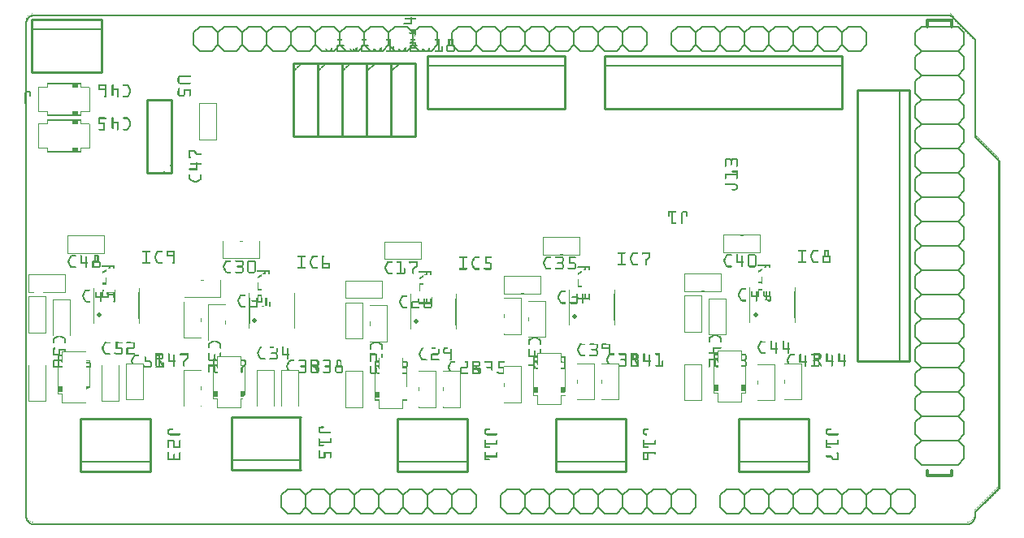
<source format=gto>
G04 MADE WITH FRITZING*
G04 WWW.FRITZING.ORG*
G04 DOUBLE SIDED*
G04 HOLES PLATED*
G04 CONTOUR ON CENTER OF CONTOUR VECTOR*
%ASAXBY*%
%FSLAX23Y23*%
%MOIN*%
%OFA0B0*%
%SFA1.0B1.0*%
%ADD10C,0.019307X0.00330708*%
%ADD11C,0.010000*%
%ADD12C,0.005000*%
%ADD13C,0.012000*%
%ADD14C,0.006000*%
%ADD15R,0.001000X0.001000*%
%LNSILK1*%
G90*
G70*
G54D10*
X309Y861D03*
X3000Y864D03*
X2259Y855D03*
X946Y840D03*
X1609Y836D03*
G54D11*
X1405Y1897D02*
X1405Y1597D01*
D02*
X1405Y1597D02*
X1505Y1597D01*
D02*
X1505Y1597D02*
X1505Y1897D01*
D02*
X1505Y1897D02*
X1405Y1897D01*
G54D12*
D02*
X1405Y1862D02*
X1440Y1897D01*
G54D11*
D02*
X1105Y1897D02*
X1105Y1597D01*
D02*
X1105Y1597D02*
X1205Y1597D01*
D02*
X1205Y1597D02*
X1205Y1897D01*
D02*
X1205Y1897D02*
X1105Y1897D01*
D02*
X1205Y1897D02*
X1205Y1597D01*
D02*
X1205Y1597D02*
X1305Y1597D01*
D02*
X1305Y1597D02*
X1305Y1897D01*
D02*
X1305Y1897D02*
X1205Y1897D01*
D02*
X1305Y1897D02*
X1305Y1597D01*
D02*
X1305Y1597D02*
X1405Y1597D01*
D02*
X1405Y1597D02*
X1405Y1897D01*
D02*
X1405Y1897D02*
X1305Y1897D01*
D02*
X1505Y1897D02*
X1505Y1597D01*
D02*
X1505Y1597D02*
X1605Y1597D01*
D02*
X1605Y1597D02*
X1605Y1897D01*
D02*
X1605Y1897D02*
X1505Y1897D01*
G54D12*
D02*
X1505Y1862D02*
X1540Y1897D01*
G54D11*
D02*
X3417Y1785D02*
X3417Y673D01*
D02*
X3417Y673D02*
X3633Y673D01*
D02*
X3633Y673D02*
X3633Y1785D01*
D02*
X3633Y1785D02*
X3417Y1785D01*
G54D12*
D02*
X3593Y673D02*
X3593Y1785D01*
G54D11*
D02*
X1656Y1709D02*
X2217Y1709D01*
D02*
X2217Y1709D02*
X2217Y1925D01*
D02*
X2217Y1925D02*
X1656Y1925D01*
D02*
X1656Y1925D02*
X1656Y1709D01*
G54D12*
D02*
X2217Y1885D02*
X1656Y1885D01*
G54D11*
D02*
X605Y1447D02*
X605Y1747D01*
D02*
X605Y1747D02*
X505Y1747D01*
D02*
X505Y1747D02*
X505Y1447D01*
D02*
X505Y1447D02*
X605Y1447D01*
G54D13*
D02*
X3705Y222D02*
X3705Y202D01*
D02*
X3705Y202D02*
X3805Y202D01*
D02*
X3805Y202D02*
X3805Y222D01*
D02*
X3705Y2047D02*
X3705Y2072D01*
D02*
X3705Y2072D02*
X3805Y2072D01*
D02*
X3805Y2072D02*
X3805Y2047D01*
G54D14*
D02*
X3480Y147D02*
X3530Y147D01*
D02*
X3530Y147D02*
X3555Y122D01*
D02*
X3555Y122D02*
X3555Y72D01*
D02*
X3555Y72D02*
X3530Y47D01*
D02*
X3355Y122D02*
X3380Y147D01*
D02*
X3380Y147D02*
X3430Y147D01*
D02*
X3430Y147D02*
X3455Y122D01*
D02*
X3455Y122D02*
X3455Y72D01*
D02*
X3455Y72D02*
X3430Y47D01*
D02*
X3430Y47D02*
X3380Y47D01*
D02*
X3380Y47D02*
X3355Y72D01*
D02*
X3480Y147D02*
X3455Y122D01*
D02*
X3455Y72D02*
X3480Y47D01*
D02*
X3530Y47D02*
X3480Y47D01*
D02*
X3180Y147D02*
X3230Y147D01*
D02*
X3230Y147D02*
X3255Y122D01*
D02*
X3255Y122D02*
X3255Y72D01*
D02*
X3255Y72D02*
X3230Y47D01*
D02*
X3255Y122D02*
X3280Y147D01*
D02*
X3280Y147D02*
X3330Y147D01*
D02*
X3330Y147D02*
X3355Y122D01*
D02*
X3355Y122D02*
X3355Y72D01*
D02*
X3355Y72D02*
X3330Y47D01*
D02*
X3330Y47D02*
X3280Y47D01*
D02*
X3280Y47D02*
X3255Y72D01*
D02*
X3055Y122D02*
X3080Y147D01*
D02*
X3080Y147D02*
X3130Y147D01*
D02*
X3130Y147D02*
X3155Y122D01*
D02*
X3155Y122D02*
X3155Y72D01*
D02*
X3155Y72D02*
X3130Y47D01*
D02*
X3130Y47D02*
X3080Y47D01*
D02*
X3080Y47D02*
X3055Y72D01*
D02*
X3180Y147D02*
X3155Y122D01*
D02*
X3155Y72D02*
X3180Y47D01*
D02*
X3230Y47D02*
X3180Y47D01*
D02*
X2880Y147D02*
X2930Y147D01*
D02*
X2930Y147D02*
X2955Y122D01*
D02*
X2955Y122D02*
X2955Y72D01*
D02*
X2955Y72D02*
X2930Y47D01*
D02*
X2955Y122D02*
X2980Y147D01*
D02*
X2980Y147D02*
X3030Y147D01*
D02*
X3030Y147D02*
X3055Y122D01*
D02*
X3055Y122D02*
X3055Y72D01*
D02*
X3055Y72D02*
X3030Y47D01*
D02*
X3030Y47D02*
X2980Y47D01*
D02*
X2980Y47D02*
X2955Y72D01*
D02*
X2855Y122D02*
X2855Y72D01*
D02*
X2880Y147D02*
X2855Y122D01*
D02*
X2855Y72D02*
X2880Y47D01*
D02*
X2930Y47D02*
X2880Y47D01*
D02*
X3580Y147D02*
X3630Y147D01*
D02*
X3630Y147D02*
X3655Y122D01*
D02*
X3655Y122D02*
X3655Y72D01*
D02*
X3655Y72D02*
X3630Y47D01*
D02*
X3580Y147D02*
X3555Y122D01*
D02*
X3555Y72D02*
X3580Y47D01*
D02*
X3630Y47D02*
X3580Y47D01*
D02*
X2580Y147D02*
X2630Y147D01*
D02*
X2630Y147D02*
X2655Y122D01*
D02*
X2655Y122D02*
X2655Y72D01*
D02*
X2655Y72D02*
X2630Y47D01*
D02*
X2455Y122D02*
X2480Y147D01*
D02*
X2480Y147D02*
X2530Y147D01*
D02*
X2530Y147D02*
X2555Y122D01*
D02*
X2555Y122D02*
X2555Y72D01*
D02*
X2555Y72D02*
X2530Y47D01*
D02*
X2530Y47D02*
X2480Y47D01*
D02*
X2480Y47D02*
X2455Y72D01*
D02*
X2580Y147D02*
X2555Y122D01*
D02*
X2555Y72D02*
X2580Y47D01*
D02*
X2630Y47D02*
X2580Y47D01*
D02*
X2280Y147D02*
X2330Y147D01*
D02*
X2330Y147D02*
X2355Y122D01*
D02*
X2355Y122D02*
X2355Y72D01*
D02*
X2355Y72D02*
X2330Y47D01*
D02*
X2355Y122D02*
X2380Y147D01*
D02*
X2380Y147D02*
X2430Y147D01*
D02*
X2430Y147D02*
X2455Y122D01*
D02*
X2455Y122D02*
X2455Y72D01*
D02*
X2455Y72D02*
X2430Y47D01*
D02*
X2430Y47D02*
X2380Y47D01*
D02*
X2380Y47D02*
X2355Y72D01*
D02*
X2155Y122D02*
X2180Y147D01*
D02*
X2180Y147D02*
X2230Y147D01*
D02*
X2230Y147D02*
X2255Y122D01*
D02*
X2255Y122D02*
X2255Y72D01*
D02*
X2255Y72D02*
X2230Y47D01*
D02*
X2230Y47D02*
X2180Y47D01*
D02*
X2180Y47D02*
X2155Y72D01*
D02*
X2280Y147D02*
X2255Y122D01*
D02*
X2255Y72D02*
X2280Y47D01*
D02*
X2330Y47D02*
X2280Y47D01*
D02*
X1980Y147D02*
X2030Y147D01*
D02*
X2030Y147D02*
X2055Y122D01*
D02*
X2055Y122D02*
X2055Y72D01*
D02*
X2055Y72D02*
X2030Y47D01*
D02*
X2055Y122D02*
X2080Y147D01*
D02*
X2080Y147D02*
X2130Y147D01*
D02*
X2130Y147D02*
X2155Y122D01*
D02*
X2155Y122D02*
X2155Y72D01*
D02*
X2155Y72D02*
X2130Y47D01*
D02*
X2130Y47D02*
X2080Y47D01*
D02*
X2080Y47D02*
X2055Y72D01*
D02*
X1955Y122D02*
X1955Y72D01*
D02*
X1980Y147D02*
X1955Y122D01*
D02*
X1955Y72D02*
X1980Y47D01*
D02*
X2030Y47D02*
X1980Y47D01*
D02*
X2680Y147D02*
X2730Y147D01*
D02*
X2730Y147D02*
X2755Y122D01*
D02*
X2755Y122D02*
X2755Y72D01*
D02*
X2755Y72D02*
X2730Y47D01*
D02*
X2680Y147D02*
X2655Y122D01*
D02*
X2655Y72D02*
X2680Y47D01*
D02*
X2730Y47D02*
X2680Y47D01*
D02*
X2830Y1947D02*
X2780Y1947D01*
D02*
X2780Y1947D02*
X2755Y1972D01*
D02*
X2755Y1972D02*
X2755Y2022D01*
D02*
X2755Y2022D02*
X2780Y2047D01*
D02*
X2955Y1972D02*
X2930Y1947D01*
D02*
X2930Y1947D02*
X2880Y1947D01*
D02*
X2880Y1947D02*
X2855Y1972D01*
D02*
X2855Y1972D02*
X2855Y2022D01*
D02*
X2855Y2022D02*
X2880Y2047D01*
D02*
X2880Y2047D02*
X2930Y2047D01*
D02*
X2930Y2047D02*
X2955Y2022D01*
D02*
X2830Y1947D02*
X2855Y1972D01*
D02*
X2855Y2022D02*
X2830Y2047D01*
D02*
X2780Y2047D02*
X2830Y2047D01*
D02*
X3130Y1947D02*
X3080Y1947D01*
D02*
X3080Y1947D02*
X3055Y1972D01*
D02*
X3055Y1972D02*
X3055Y2022D01*
D02*
X3055Y2022D02*
X3080Y2047D01*
D02*
X3055Y1972D02*
X3030Y1947D01*
D02*
X3030Y1947D02*
X2980Y1947D01*
D02*
X2980Y1947D02*
X2955Y1972D01*
D02*
X2955Y1972D02*
X2955Y2022D01*
D02*
X2955Y2022D02*
X2980Y2047D01*
D02*
X2980Y2047D02*
X3030Y2047D01*
D02*
X3030Y2047D02*
X3055Y2022D01*
D02*
X3255Y1972D02*
X3230Y1947D01*
D02*
X3230Y1947D02*
X3180Y1947D01*
D02*
X3180Y1947D02*
X3155Y1972D01*
D02*
X3155Y1972D02*
X3155Y2022D01*
D02*
X3155Y2022D02*
X3180Y2047D01*
D02*
X3180Y2047D02*
X3230Y2047D01*
D02*
X3230Y2047D02*
X3255Y2022D01*
D02*
X3130Y1947D02*
X3155Y1972D01*
D02*
X3155Y2022D02*
X3130Y2047D01*
D02*
X3080Y2047D02*
X3130Y2047D01*
D02*
X3430Y1947D02*
X3380Y1947D01*
D02*
X3380Y1947D02*
X3355Y1972D01*
D02*
X3355Y1972D02*
X3355Y2022D01*
D02*
X3355Y2022D02*
X3380Y2047D01*
D02*
X3355Y1972D02*
X3330Y1947D01*
D02*
X3330Y1947D02*
X3280Y1947D01*
D02*
X3280Y1947D02*
X3255Y1972D01*
D02*
X3255Y1972D02*
X3255Y2022D01*
D02*
X3255Y2022D02*
X3280Y2047D01*
D02*
X3280Y2047D02*
X3330Y2047D01*
D02*
X3330Y2047D02*
X3355Y2022D01*
D02*
X3455Y1972D02*
X3455Y2022D01*
D02*
X3430Y1947D02*
X3455Y1972D01*
D02*
X3455Y2022D02*
X3430Y2047D01*
D02*
X3380Y2047D02*
X3430Y2047D01*
D02*
X2730Y1947D02*
X2680Y1947D01*
D02*
X2680Y1947D02*
X2655Y1972D01*
D02*
X2655Y1972D02*
X2655Y2022D01*
D02*
X2655Y2022D02*
X2680Y2047D01*
D02*
X2730Y1947D02*
X2755Y1972D01*
D02*
X2755Y2022D02*
X2730Y2047D01*
D02*
X2680Y2047D02*
X2730Y2047D01*
D02*
X1495Y2022D02*
X1520Y2047D01*
D02*
X1520Y2047D02*
X1570Y2047D01*
D02*
X1570Y2047D02*
X1595Y2022D01*
D02*
X1595Y2022D02*
X1595Y1972D01*
D02*
X1595Y1972D02*
X1570Y1947D01*
D02*
X1570Y1947D02*
X1520Y1947D01*
D02*
X1520Y1947D02*
X1495Y1972D01*
D02*
X1320Y2047D02*
X1370Y2047D01*
D02*
X1370Y2047D02*
X1395Y2022D01*
D02*
X1395Y2022D02*
X1395Y1972D01*
D02*
X1395Y1972D02*
X1370Y1947D01*
D02*
X1395Y2022D02*
X1420Y2047D01*
D02*
X1420Y2047D02*
X1470Y2047D01*
D02*
X1470Y2047D02*
X1495Y2022D01*
D02*
X1495Y2022D02*
X1495Y1972D01*
D02*
X1495Y1972D02*
X1470Y1947D01*
D02*
X1470Y1947D02*
X1420Y1947D01*
D02*
X1420Y1947D02*
X1395Y1972D01*
D02*
X1195Y2022D02*
X1220Y2047D01*
D02*
X1220Y2047D02*
X1270Y2047D01*
D02*
X1270Y2047D02*
X1295Y2022D01*
D02*
X1295Y2022D02*
X1295Y1972D01*
D02*
X1295Y1972D02*
X1270Y1947D01*
D02*
X1270Y1947D02*
X1220Y1947D01*
D02*
X1220Y1947D02*
X1195Y1972D01*
D02*
X1320Y2047D02*
X1295Y2022D01*
D02*
X1295Y1972D02*
X1320Y1947D01*
D02*
X1370Y1947D02*
X1320Y1947D01*
D02*
X1020Y2047D02*
X1070Y2047D01*
D02*
X1070Y2047D02*
X1095Y2022D01*
D02*
X1095Y2022D02*
X1095Y1972D01*
D02*
X1095Y1972D02*
X1070Y1947D01*
D02*
X1095Y2022D02*
X1120Y2047D01*
D02*
X1120Y2047D02*
X1170Y2047D01*
D02*
X1170Y2047D02*
X1195Y2022D01*
D02*
X1195Y2022D02*
X1195Y1972D01*
D02*
X1195Y1972D02*
X1170Y1947D01*
D02*
X1170Y1947D02*
X1120Y1947D01*
D02*
X1120Y1947D02*
X1095Y1972D01*
D02*
X895Y2022D02*
X920Y2047D01*
D02*
X920Y2047D02*
X970Y2047D01*
D02*
X970Y2047D02*
X995Y2022D01*
D02*
X995Y2022D02*
X995Y1972D01*
D02*
X995Y1972D02*
X970Y1947D01*
D02*
X970Y1947D02*
X920Y1947D01*
D02*
X920Y1947D02*
X895Y1972D01*
D02*
X1020Y2047D02*
X995Y2022D01*
D02*
X995Y1972D02*
X1020Y1947D01*
D02*
X1070Y1947D02*
X1020Y1947D01*
D02*
X720Y2047D02*
X770Y2047D01*
D02*
X770Y2047D02*
X795Y2022D01*
D02*
X795Y2022D02*
X795Y1972D01*
D02*
X795Y1972D02*
X770Y1947D01*
D02*
X795Y2022D02*
X820Y2047D01*
D02*
X820Y2047D02*
X870Y2047D01*
D02*
X870Y2047D02*
X895Y2022D01*
D02*
X895Y2022D02*
X895Y1972D01*
D02*
X895Y1972D02*
X870Y1947D01*
D02*
X870Y1947D02*
X820Y1947D01*
D02*
X820Y1947D02*
X795Y1972D01*
D02*
X695Y2022D02*
X695Y1972D01*
D02*
X720Y2047D02*
X695Y2022D01*
D02*
X695Y1972D02*
X720Y1947D01*
D02*
X770Y1947D02*
X720Y1947D01*
D02*
X1620Y2047D02*
X1670Y2047D01*
D02*
X1670Y2047D02*
X1695Y2022D01*
D02*
X1695Y2022D02*
X1695Y1972D01*
D02*
X1695Y1972D02*
X1670Y1947D01*
D02*
X1620Y2047D02*
X1595Y2022D01*
D02*
X1595Y1972D02*
X1620Y1947D01*
D02*
X1670Y1947D02*
X1620Y1947D01*
D02*
X1680Y147D02*
X1730Y147D01*
D02*
X1730Y147D02*
X1755Y122D01*
D02*
X1755Y122D02*
X1755Y72D01*
D02*
X1755Y72D02*
X1730Y47D01*
D02*
X1555Y122D02*
X1580Y147D01*
D02*
X1580Y147D02*
X1630Y147D01*
D02*
X1630Y147D02*
X1655Y122D01*
D02*
X1655Y122D02*
X1655Y72D01*
D02*
X1655Y72D02*
X1630Y47D01*
D02*
X1630Y47D02*
X1580Y47D01*
D02*
X1580Y47D02*
X1555Y72D01*
D02*
X1680Y147D02*
X1655Y122D01*
D02*
X1655Y72D02*
X1680Y47D01*
D02*
X1730Y47D02*
X1680Y47D01*
D02*
X1380Y147D02*
X1430Y147D01*
D02*
X1430Y147D02*
X1455Y122D01*
D02*
X1455Y122D02*
X1455Y72D01*
D02*
X1455Y72D02*
X1430Y47D01*
D02*
X1455Y122D02*
X1480Y147D01*
D02*
X1480Y147D02*
X1530Y147D01*
D02*
X1530Y147D02*
X1555Y122D01*
D02*
X1555Y122D02*
X1555Y72D01*
D02*
X1555Y72D02*
X1530Y47D01*
D02*
X1530Y47D02*
X1480Y47D01*
D02*
X1480Y47D02*
X1455Y72D01*
D02*
X1255Y122D02*
X1280Y147D01*
D02*
X1280Y147D02*
X1330Y147D01*
D02*
X1330Y147D02*
X1355Y122D01*
D02*
X1355Y122D02*
X1355Y72D01*
D02*
X1355Y72D02*
X1330Y47D01*
D02*
X1330Y47D02*
X1280Y47D01*
D02*
X1280Y47D02*
X1255Y72D01*
D02*
X1380Y147D02*
X1355Y122D01*
D02*
X1355Y72D02*
X1380Y47D01*
D02*
X1430Y47D02*
X1380Y47D01*
D02*
X1080Y147D02*
X1130Y147D01*
D02*
X1130Y147D02*
X1155Y122D01*
D02*
X1155Y122D02*
X1155Y72D01*
D02*
X1155Y72D02*
X1130Y47D01*
D02*
X1155Y122D02*
X1180Y147D01*
D02*
X1180Y147D02*
X1230Y147D01*
D02*
X1230Y147D02*
X1255Y122D01*
D02*
X1255Y122D02*
X1255Y72D01*
D02*
X1255Y72D02*
X1230Y47D01*
D02*
X1230Y47D02*
X1180Y47D01*
D02*
X1180Y47D02*
X1155Y72D01*
D02*
X1055Y122D02*
X1055Y72D01*
D02*
X1080Y147D02*
X1055Y122D01*
D02*
X1055Y72D02*
X1080Y47D01*
D02*
X1130Y47D02*
X1080Y47D01*
D02*
X1780Y147D02*
X1830Y147D01*
D02*
X1830Y147D02*
X1855Y122D01*
D02*
X1855Y122D02*
X1855Y72D01*
D02*
X1855Y72D02*
X1830Y47D01*
D02*
X1780Y147D02*
X1755Y122D01*
D02*
X1755Y72D02*
X1780Y47D01*
D02*
X1830Y47D02*
X1780Y47D01*
D02*
X1930Y1947D02*
X1880Y1947D01*
D02*
X1880Y1947D02*
X1855Y1972D01*
D02*
X1855Y1972D02*
X1855Y2022D01*
D02*
X1855Y2022D02*
X1880Y2047D01*
D02*
X2055Y1972D02*
X2030Y1947D01*
D02*
X2030Y1947D02*
X1980Y1947D01*
D02*
X1980Y1947D02*
X1955Y1972D01*
D02*
X1955Y1972D02*
X1955Y2022D01*
D02*
X1955Y2022D02*
X1980Y2047D01*
D02*
X1980Y2047D02*
X2030Y2047D01*
D02*
X2030Y2047D02*
X2055Y2022D01*
D02*
X1930Y1947D02*
X1955Y1972D01*
D02*
X1955Y2022D02*
X1930Y2047D01*
D02*
X1880Y2047D02*
X1930Y2047D01*
D02*
X2230Y1947D02*
X2180Y1947D01*
D02*
X2180Y1947D02*
X2155Y1972D01*
D02*
X2155Y1972D02*
X2155Y2022D01*
D02*
X2155Y2022D02*
X2180Y2047D01*
D02*
X2155Y1972D02*
X2130Y1947D01*
D02*
X2130Y1947D02*
X2080Y1947D01*
D02*
X2080Y1947D02*
X2055Y1972D01*
D02*
X2055Y1972D02*
X2055Y2022D01*
D02*
X2055Y2022D02*
X2080Y2047D01*
D02*
X2080Y2047D02*
X2130Y2047D01*
D02*
X2130Y2047D02*
X2155Y2022D01*
D02*
X2355Y1972D02*
X2330Y1947D01*
D02*
X2330Y1947D02*
X2280Y1947D01*
D02*
X2280Y1947D02*
X2255Y1972D01*
D02*
X2255Y1972D02*
X2255Y2022D01*
D02*
X2255Y2022D02*
X2280Y2047D01*
D02*
X2280Y2047D02*
X2330Y2047D01*
D02*
X2330Y2047D02*
X2355Y2022D01*
D02*
X2230Y1947D02*
X2255Y1972D01*
D02*
X2255Y2022D02*
X2230Y2047D01*
D02*
X2180Y2047D02*
X2230Y2047D01*
D02*
X2530Y1947D02*
X2480Y1947D01*
D02*
X2480Y1947D02*
X2455Y1972D01*
D02*
X2455Y1972D02*
X2455Y2022D01*
D02*
X2455Y2022D02*
X2480Y2047D01*
D02*
X2455Y1972D02*
X2430Y1947D01*
D02*
X2430Y1947D02*
X2380Y1947D01*
D02*
X2380Y1947D02*
X2355Y1972D01*
D02*
X2355Y1972D02*
X2355Y2022D01*
D02*
X2355Y2022D02*
X2380Y2047D01*
D02*
X2380Y2047D02*
X2430Y2047D01*
D02*
X2430Y2047D02*
X2455Y2022D01*
D02*
X2555Y1972D02*
X2555Y2022D01*
D02*
X2530Y1947D02*
X2555Y1972D01*
D02*
X2555Y2022D02*
X2530Y2047D01*
D02*
X2480Y2047D02*
X2530Y2047D01*
D02*
X1830Y1947D02*
X1780Y1947D01*
D02*
X1780Y1947D02*
X1755Y1972D01*
D02*
X1755Y1972D02*
X1755Y2022D01*
D02*
X1755Y2022D02*
X1780Y2047D01*
D02*
X1830Y1947D02*
X1855Y1972D01*
D02*
X1855Y2022D02*
X1830Y2047D01*
D02*
X1780Y2047D02*
X1830Y2047D01*
D02*
X3680Y2047D02*
X3655Y2022D01*
D02*
X3655Y2022D02*
X3655Y1972D01*
D02*
X3655Y1972D02*
X3680Y1947D01*
D02*
X3680Y1947D02*
X3655Y1922D01*
D02*
X3655Y1922D02*
X3655Y1872D01*
D02*
X3655Y1872D02*
X3680Y1847D01*
D02*
X3680Y1847D02*
X3655Y1822D01*
D02*
X3655Y1822D02*
X3655Y1772D01*
D02*
X3655Y1772D02*
X3680Y1747D01*
D02*
X3680Y1747D02*
X3655Y1722D01*
D02*
X3655Y1722D02*
X3655Y1672D01*
D02*
X3655Y1672D02*
X3680Y1647D01*
D02*
X3680Y1647D02*
X3655Y1622D01*
D02*
X3655Y1622D02*
X3655Y1572D01*
D02*
X3655Y1572D02*
X3680Y1547D01*
D02*
X3680Y1547D02*
X3655Y1522D01*
D02*
X3655Y1522D02*
X3655Y1472D01*
D02*
X3655Y1472D02*
X3680Y1447D01*
D02*
X3680Y2047D02*
X3830Y2047D01*
D02*
X3830Y2047D02*
X3855Y2022D01*
D02*
X3855Y2022D02*
X3855Y1972D01*
D02*
X3855Y1972D02*
X3830Y1947D01*
D02*
X3830Y1947D02*
X3855Y1922D01*
D02*
X3855Y1922D02*
X3855Y1872D01*
D02*
X3855Y1872D02*
X3830Y1847D01*
D02*
X3830Y1847D02*
X3855Y1822D01*
D02*
X3855Y1822D02*
X3855Y1772D01*
D02*
X3855Y1772D02*
X3830Y1747D01*
D02*
X3830Y1747D02*
X3855Y1722D01*
D02*
X3855Y1722D02*
X3855Y1672D01*
D02*
X3855Y1672D02*
X3830Y1647D01*
D02*
X3830Y1647D02*
X3855Y1622D01*
D02*
X3855Y1622D02*
X3855Y1572D01*
D02*
X3855Y1572D02*
X3830Y1547D01*
D02*
X3830Y1547D02*
X3855Y1522D01*
D02*
X3855Y1522D02*
X3855Y1472D01*
D02*
X3855Y1472D02*
X3830Y1447D01*
D02*
X3830Y1447D02*
X3855Y1422D01*
D02*
X3855Y1422D02*
X3855Y1372D01*
D02*
X3855Y1372D02*
X3830Y1347D01*
D02*
X3830Y1347D02*
X3855Y1322D01*
D02*
X3855Y1322D02*
X3855Y1272D01*
D02*
X3855Y1272D02*
X3830Y1247D01*
D02*
X3830Y1247D02*
X3855Y1222D01*
D02*
X3855Y1222D02*
X3855Y1172D01*
D02*
X3855Y1172D02*
X3830Y1147D01*
D02*
X3830Y1147D02*
X3855Y1122D01*
D02*
X3855Y1122D02*
X3855Y1072D01*
D02*
X3855Y1072D02*
X3830Y1047D01*
D02*
X3830Y1047D02*
X3855Y1022D01*
D02*
X3855Y1022D02*
X3855Y972D01*
D02*
X3855Y972D02*
X3830Y947D01*
D02*
X3830Y947D02*
X3855Y922D01*
D02*
X3855Y922D02*
X3855Y872D01*
D02*
X3830Y847D02*
X3855Y872D01*
D02*
X3830Y847D02*
X3855Y822D01*
D02*
X3855Y772D02*
X3855Y822D01*
D02*
X3855Y772D02*
X3830Y747D01*
D02*
X3830Y747D02*
X3855Y722D01*
D02*
X3855Y672D02*
X3855Y722D01*
D02*
X3855Y672D02*
X3830Y647D01*
D02*
X3830Y647D02*
X3855Y622D01*
D02*
X3855Y572D02*
X3855Y622D01*
D02*
X3855Y572D02*
X3830Y547D01*
D02*
X3830Y547D02*
X3855Y522D01*
D02*
X3855Y472D02*
X3855Y522D01*
D02*
X3855Y472D02*
X3830Y447D01*
D02*
X3830Y447D02*
X3855Y422D01*
D02*
X3855Y372D02*
X3855Y422D01*
D02*
X3855Y372D02*
X3830Y347D01*
D02*
X3830Y347D02*
X3855Y322D01*
D02*
X3855Y272D02*
X3855Y322D01*
D02*
X3855Y272D02*
X3830Y247D01*
D02*
X3680Y247D02*
X3655Y272D01*
D02*
X3655Y272D02*
X3655Y322D01*
D02*
X3680Y347D02*
X3655Y322D01*
D02*
X3680Y347D02*
X3655Y372D01*
D02*
X3655Y372D02*
X3655Y422D01*
D02*
X3680Y447D02*
X3655Y422D01*
D02*
X3680Y447D02*
X3655Y472D01*
D02*
X3655Y522D02*
X3655Y472D01*
D02*
X3655Y522D02*
X3680Y547D01*
D02*
X3680Y547D02*
X3655Y572D01*
D02*
X3655Y622D02*
X3655Y572D01*
D02*
X3655Y622D02*
X3680Y647D01*
D02*
X3680Y647D02*
X3655Y672D01*
D02*
X3655Y672D02*
X3655Y722D01*
D02*
X3680Y747D02*
X3655Y722D01*
D02*
X3680Y747D02*
X3655Y772D01*
D02*
X3655Y772D02*
X3655Y822D01*
D02*
X3680Y847D02*
X3655Y822D01*
D02*
X3680Y847D02*
X3655Y872D01*
D02*
X3655Y872D02*
X3655Y922D01*
D02*
X3680Y947D02*
X3655Y922D01*
D02*
X3680Y947D02*
X3655Y972D01*
D02*
X3655Y972D02*
X3655Y1022D01*
D02*
X3680Y1047D02*
X3655Y1022D01*
D02*
X3680Y1047D02*
X3655Y1072D01*
D02*
X3655Y1072D02*
X3655Y1122D01*
D02*
X3680Y1147D02*
X3655Y1122D01*
D02*
X3680Y1147D02*
X3655Y1172D01*
D02*
X3655Y1172D02*
X3655Y1222D01*
D02*
X3680Y1247D02*
X3655Y1222D01*
D02*
X3680Y1247D02*
X3655Y1272D01*
D02*
X3655Y1272D02*
X3655Y1322D01*
D02*
X3680Y1347D02*
X3655Y1322D01*
D02*
X3680Y1347D02*
X3655Y1372D01*
D02*
X3655Y1372D02*
X3655Y1422D01*
D02*
X3680Y1447D02*
X3655Y1422D01*
D02*
X3830Y1947D02*
X3680Y1947D01*
D02*
X3830Y1847D02*
X3680Y1847D01*
D02*
X3830Y1747D02*
X3680Y1747D01*
D02*
X3830Y1647D02*
X3680Y1647D01*
D02*
X3830Y1547D02*
X3680Y1547D01*
D02*
X3830Y1447D02*
X3680Y1447D01*
D02*
X3830Y1347D02*
X3680Y1347D01*
D02*
X3830Y1247D02*
X3680Y1247D01*
D02*
X3830Y1147D02*
X3680Y1147D01*
D02*
X3830Y1047D02*
X3680Y1047D01*
D02*
X3830Y947D02*
X3680Y947D01*
D02*
X3830Y847D02*
X3680Y847D01*
D02*
X3830Y747D02*
X3680Y747D01*
D02*
X3830Y647D02*
X3680Y647D01*
D02*
X3830Y547D02*
X3680Y547D01*
D02*
X3830Y447D02*
X3680Y447D01*
D02*
X3830Y347D02*
X3680Y347D01*
D02*
X3830Y247D02*
X3680Y247D01*
G54D11*
D02*
X2380Y1709D02*
X3355Y1709D01*
D02*
X3355Y1709D02*
X3355Y1925D01*
D02*
X3355Y1925D02*
X2380Y1925D01*
D02*
X2380Y1925D02*
X2380Y1709D01*
G54D12*
D02*
X3355Y1885D02*
X2380Y1885D01*
G54D11*
D02*
X31Y1859D02*
X317Y1859D01*
D02*
X317Y1859D02*
X317Y2075D01*
D02*
X317Y2075D02*
X31Y2075D01*
D02*
X31Y2075D02*
X31Y1859D01*
G54D12*
D02*
X317Y2035D02*
X31Y2035D01*
G54D11*
D02*
X517Y435D02*
X231Y435D01*
D02*
X231Y435D02*
X231Y219D01*
D02*
X231Y219D02*
X517Y219D01*
D02*
X517Y219D02*
X517Y435D01*
G54D12*
D02*
X231Y259D02*
X517Y259D01*
G54D11*
D02*
X3217Y435D02*
X2931Y435D01*
D02*
X2931Y435D02*
X2931Y219D01*
D02*
X2931Y219D02*
X3217Y219D01*
D02*
X3217Y219D02*
X3217Y435D01*
G54D12*
D02*
X2931Y259D02*
X3217Y259D01*
G54D11*
D02*
X2467Y435D02*
X2181Y435D01*
D02*
X2181Y435D02*
X2181Y219D01*
D02*
X2181Y219D02*
X2467Y219D01*
D02*
X2467Y219D02*
X2467Y435D01*
G54D12*
D02*
X2181Y259D02*
X2467Y259D01*
G54D11*
D02*
X1135Y443D02*
X850Y443D01*
D02*
X850Y443D02*
X850Y227D01*
D02*
X850Y227D02*
X1135Y227D01*
G54D12*
D02*
X850Y267D02*
X1135Y267D01*
G54D11*
D02*
X1817Y435D02*
X1531Y435D01*
D02*
X1531Y435D02*
X1531Y219D01*
D02*
X1531Y219D02*
X1817Y219D01*
D02*
X1817Y219D02*
X1817Y435D01*
G54D12*
D02*
X1531Y259D02*
X1817Y259D01*
G54D15*
X34Y2102D02*
X3800Y2102D01*
X31Y2101D02*
X33Y2101D01*
X3800Y2101D02*
X3801Y2101D01*
X28Y2100D02*
X30Y2100D01*
X3801Y2100D02*
X3802Y2100D01*
X26Y2099D02*
X27Y2099D01*
X3802Y2099D02*
X3803Y2099D01*
X24Y2098D02*
X25Y2098D01*
X3803Y2098D02*
X3804Y2098D01*
X23Y2097D02*
X24Y2097D01*
X39Y2097D02*
X3801Y2097D01*
X3804Y2097D02*
X3805Y2097D01*
X21Y2096D02*
X22Y2096D01*
X34Y2096D02*
X3803Y2096D01*
X3805Y2096D02*
X3806Y2096D01*
X20Y2095D02*
X21Y2095D01*
X31Y2095D02*
X3804Y2095D01*
X3806Y2095D02*
X3807Y2095D01*
X19Y2094D02*
X19Y2094D01*
X28Y2094D02*
X3805Y2094D01*
X3807Y2094D02*
X3808Y2094D01*
X18Y2093D02*
X18Y2093D01*
X26Y2093D02*
X3806Y2093D01*
X3808Y2093D02*
X3809Y2093D01*
X17Y2092D02*
X17Y2092D01*
X24Y2092D02*
X3807Y2092D01*
X3809Y2092D02*
X3810Y2092D01*
X16Y2091D02*
X16Y2091D01*
X23Y2091D02*
X3808Y2091D01*
X3810Y2091D02*
X3811Y2091D01*
X15Y2090D02*
X15Y2090D01*
X21Y2090D02*
X3809Y2090D01*
X3811Y2090D02*
X3812Y2090D01*
X14Y2089D02*
X15Y2089D01*
X20Y2089D02*
X39Y2089D01*
X3799Y2089D02*
X3810Y2089D01*
X3812Y2089D02*
X3813Y2089D01*
X14Y2088D02*
X14Y2088D01*
X19Y2088D02*
X34Y2088D01*
X3800Y2088D02*
X3811Y2088D01*
X3813Y2088D02*
X3814Y2088D01*
X13Y2087D02*
X13Y2087D01*
X18Y2087D02*
X31Y2087D01*
X3801Y2087D02*
X3812Y2087D01*
X3814Y2087D02*
X3815Y2087D01*
X12Y2086D02*
X12Y2086D01*
X16Y2086D02*
X29Y2086D01*
X1588Y2086D02*
X1589Y2086D01*
X3802Y2086D02*
X3813Y2086D01*
X3815Y2086D02*
X3816Y2086D01*
X12Y2085D02*
X12Y2085D01*
X15Y2085D02*
X27Y2085D01*
X1586Y2085D02*
X1590Y2085D01*
X3803Y2085D02*
X3814Y2085D01*
X3816Y2085D02*
X3817Y2085D01*
X11Y2084D02*
X11Y2084D01*
X15Y2084D02*
X25Y2084D01*
X1585Y2084D02*
X1591Y2084D01*
X3804Y2084D02*
X3815Y2084D01*
X3817Y2084D02*
X3818Y2084D01*
X11Y2083D02*
X11Y2083D01*
X14Y2083D02*
X24Y2083D01*
X1585Y2083D02*
X1591Y2083D01*
X3805Y2083D02*
X3816Y2083D01*
X3819Y2083D02*
X3819Y2083D01*
X10Y2082D02*
X10Y2082D01*
X13Y2082D02*
X23Y2082D01*
X1563Y2082D02*
X1607Y2082D01*
X3806Y2082D02*
X3817Y2082D01*
X3820Y2082D02*
X3820Y2082D01*
X10Y2081D02*
X10Y2081D01*
X12Y2081D02*
X22Y2081D01*
X1562Y2081D02*
X1608Y2081D01*
X3807Y2081D02*
X3818Y2081D01*
X3821Y2081D02*
X3821Y2081D01*
X9Y2080D02*
X9Y2080D01*
X11Y2080D02*
X21Y2080D01*
X1562Y2080D02*
X1609Y2080D01*
X3808Y2080D02*
X3819Y2080D01*
X3822Y2080D02*
X3822Y2080D01*
X9Y2079D02*
X9Y2079D01*
X11Y2079D02*
X20Y2079D01*
X1562Y2079D02*
X1609Y2079D01*
X3809Y2079D02*
X3820Y2079D01*
X3823Y2079D02*
X3823Y2079D01*
X9Y2078D02*
X19Y2078D01*
X1562Y2078D02*
X1609Y2078D01*
X3810Y2078D02*
X3821Y2078D01*
X3824Y2078D02*
X3824Y2078D01*
X8Y2077D02*
X8Y2077D01*
X10Y2077D02*
X18Y2077D01*
X1562Y2077D02*
X1608Y2077D01*
X3811Y2077D02*
X3822Y2077D01*
X3825Y2077D02*
X3825Y2077D01*
X8Y2076D02*
X17Y2076D01*
X1564Y2076D02*
X1607Y2076D01*
X3812Y2076D02*
X3823Y2076D01*
X3826Y2076D02*
X3826Y2076D01*
X8Y2075D02*
X17Y2075D01*
X1585Y2075D02*
X1591Y2075D01*
X3813Y2075D02*
X3824Y2075D01*
X3827Y2075D02*
X3827Y2075D01*
X8Y2074D02*
X16Y2074D01*
X1585Y2074D02*
X1591Y2074D01*
X3814Y2074D02*
X3825Y2074D01*
X3828Y2074D02*
X3828Y2074D01*
X8Y2073D02*
X15Y2073D01*
X1585Y2073D02*
X1591Y2073D01*
X3815Y2073D02*
X3826Y2073D01*
X3829Y2073D02*
X3829Y2073D01*
X7Y2072D02*
X15Y2072D01*
X1585Y2072D02*
X1591Y2072D01*
X3816Y2072D02*
X3827Y2072D01*
X3830Y2072D02*
X3830Y2072D01*
X7Y2071D02*
X14Y2071D01*
X1585Y2071D02*
X1591Y2071D01*
X3817Y2071D02*
X3828Y2071D01*
X3831Y2071D02*
X3831Y2071D01*
X7Y2070D02*
X14Y2070D01*
X1585Y2070D02*
X1591Y2070D01*
X3818Y2070D02*
X3829Y2070D01*
X3832Y2070D02*
X3832Y2070D01*
X6Y2069D02*
X14Y2069D01*
X1585Y2069D02*
X1591Y2069D01*
X3819Y2069D02*
X3830Y2069D01*
X3833Y2069D02*
X3833Y2069D01*
X6Y2068D02*
X13Y2068D01*
X1585Y2068D02*
X1591Y2068D01*
X3820Y2068D02*
X3831Y2068D01*
X3834Y2068D02*
X3834Y2068D01*
X6Y2067D02*
X13Y2067D01*
X1585Y2067D02*
X1591Y2067D01*
X3821Y2067D02*
X3832Y2067D01*
X3835Y2067D02*
X3835Y2067D01*
X6Y2066D02*
X13Y2066D01*
X1585Y2066D02*
X1591Y2066D01*
X3822Y2066D02*
X3833Y2066D01*
X3836Y2066D02*
X3836Y2066D01*
X5Y2065D02*
X12Y2065D01*
X1585Y2065D02*
X1591Y2065D01*
X3823Y2065D02*
X3834Y2065D01*
X3837Y2065D02*
X3837Y2065D01*
X5Y2064D02*
X12Y2064D01*
X1585Y2064D02*
X1591Y2064D01*
X3824Y2064D02*
X3835Y2064D01*
X3838Y2064D02*
X3838Y2064D01*
X5Y2063D02*
X12Y2063D01*
X1585Y2063D02*
X1591Y2063D01*
X3825Y2063D02*
X3836Y2063D01*
X3839Y2063D02*
X3839Y2063D01*
X5Y2062D02*
X12Y2062D01*
X1559Y2062D02*
X1591Y2062D01*
X3826Y2062D02*
X3837Y2062D01*
X3840Y2062D02*
X3840Y2062D01*
X5Y2061D02*
X12Y2061D01*
X1557Y2061D02*
X1591Y2061D01*
X3827Y2061D02*
X3838Y2061D01*
X3841Y2061D02*
X3841Y2061D01*
X5Y2060D02*
X12Y2060D01*
X1556Y2060D02*
X1591Y2060D01*
X3828Y2060D02*
X3839Y2060D01*
X3842Y2060D02*
X3842Y2060D01*
X5Y2059D02*
X12Y2059D01*
X1556Y2059D02*
X1591Y2059D01*
X3829Y2059D02*
X3840Y2059D01*
X3843Y2059D02*
X3843Y2059D01*
X5Y2058D02*
X12Y2058D01*
X1556Y2058D02*
X1591Y2058D01*
X3830Y2058D02*
X3841Y2058D01*
X3844Y2058D02*
X3844Y2058D01*
X5Y2057D02*
X12Y2057D01*
X1556Y2057D02*
X1591Y2057D01*
X3831Y2057D02*
X3842Y2057D01*
X3845Y2057D02*
X3845Y2057D01*
X5Y2056D02*
X12Y2056D01*
X1557Y2056D02*
X1591Y2056D01*
X3832Y2056D02*
X3843Y2056D01*
X3846Y2056D02*
X3846Y2056D01*
X5Y2055D02*
X12Y2055D01*
X1559Y2055D02*
X1591Y2055D01*
X3833Y2055D02*
X3844Y2055D01*
X3847Y2055D02*
X3847Y2055D01*
X5Y2054D02*
X12Y2054D01*
X3834Y2054D02*
X3845Y2054D01*
X3848Y2054D02*
X3848Y2054D01*
X5Y2053D02*
X12Y2053D01*
X3835Y2053D02*
X3846Y2053D01*
X3849Y2053D02*
X3849Y2053D01*
X5Y2052D02*
X12Y2052D01*
X3836Y2052D02*
X3847Y2052D01*
X3850Y2052D02*
X3850Y2052D01*
X5Y2051D02*
X12Y2051D01*
X3837Y2051D02*
X3848Y2051D01*
X3851Y2051D02*
X3851Y2051D01*
X5Y2050D02*
X12Y2050D01*
X3838Y2050D02*
X3849Y2050D01*
X3852Y2050D02*
X3852Y2050D01*
X5Y2049D02*
X12Y2049D01*
X3839Y2049D02*
X3850Y2049D01*
X3853Y2049D02*
X3853Y2049D01*
X5Y2048D02*
X12Y2048D01*
X3840Y2048D02*
X3851Y2048D01*
X3854Y2048D02*
X3854Y2048D01*
X5Y2047D02*
X12Y2047D01*
X3841Y2047D02*
X3852Y2047D01*
X3855Y2047D02*
X3855Y2047D01*
X5Y2046D02*
X12Y2046D01*
X3842Y2046D02*
X3853Y2046D01*
X3856Y2046D02*
X3856Y2046D01*
X5Y2045D02*
X12Y2045D01*
X3843Y2045D02*
X3854Y2045D01*
X3857Y2045D02*
X3857Y2045D01*
X5Y2044D02*
X12Y2044D01*
X3844Y2044D02*
X3855Y2044D01*
X3858Y2044D02*
X3858Y2044D01*
X5Y2043D02*
X12Y2043D01*
X3845Y2043D02*
X3856Y2043D01*
X3859Y2043D02*
X3859Y2043D01*
X5Y2042D02*
X12Y2042D01*
X3846Y2042D02*
X3857Y2042D01*
X3860Y2042D02*
X3860Y2042D01*
X5Y2041D02*
X12Y2041D01*
X3847Y2041D02*
X3858Y2041D01*
X3861Y2041D02*
X3861Y2041D01*
X5Y2040D02*
X12Y2040D01*
X3848Y2040D02*
X3859Y2040D01*
X3862Y2040D02*
X3862Y2040D01*
X5Y2039D02*
X12Y2039D01*
X3849Y2039D02*
X3860Y2039D01*
X3863Y2039D02*
X3863Y2039D01*
X5Y2038D02*
X12Y2038D01*
X3850Y2038D02*
X3861Y2038D01*
X3864Y2038D02*
X3864Y2038D01*
X5Y2037D02*
X12Y2037D01*
X1587Y2037D02*
X1607Y2037D01*
X3851Y2037D02*
X3862Y2037D01*
X3865Y2037D02*
X3865Y2037D01*
X5Y2036D02*
X12Y2036D01*
X1586Y2036D02*
X1608Y2036D01*
X3852Y2036D02*
X3863Y2036D01*
X3866Y2036D02*
X3866Y2036D01*
X5Y2035D02*
X12Y2035D01*
X1585Y2035D02*
X1609Y2035D01*
X3853Y2035D02*
X3864Y2035D01*
X3867Y2035D02*
X3867Y2035D01*
X5Y2034D02*
X12Y2034D01*
X1585Y2034D02*
X1609Y2034D01*
X3854Y2034D02*
X3865Y2034D01*
X3868Y2034D02*
X3868Y2034D01*
X5Y2033D02*
X12Y2033D01*
X1585Y2033D02*
X1609Y2033D01*
X3855Y2033D02*
X3866Y2033D01*
X3869Y2033D02*
X3869Y2033D01*
X5Y2032D02*
X12Y2032D01*
X1586Y2032D02*
X1609Y2032D01*
X3856Y2032D02*
X3867Y2032D01*
X3870Y2032D02*
X3870Y2032D01*
X5Y2031D02*
X12Y2031D01*
X1587Y2031D02*
X1609Y2031D01*
X3857Y2031D02*
X3868Y2031D01*
X3871Y2031D02*
X3871Y2031D01*
X5Y2030D02*
X12Y2030D01*
X1603Y2030D02*
X1609Y2030D01*
X3858Y2030D02*
X3869Y2030D01*
X3872Y2030D02*
X3872Y2030D01*
X5Y2029D02*
X12Y2029D01*
X1603Y2029D02*
X1609Y2029D01*
X3859Y2029D02*
X3870Y2029D01*
X3873Y2029D02*
X3873Y2029D01*
X5Y2028D02*
X12Y2028D01*
X1603Y2028D02*
X1609Y2028D01*
X3860Y2028D02*
X3871Y2028D01*
X3874Y2028D02*
X3874Y2028D01*
X5Y2027D02*
X12Y2027D01*
X1603Y2027D02*
X1609Y2027D01*
X3861Y2027D02*
X3872Y2027D01*
X3875Y2027D02*
X3875Y2027D01*
X5Y2026D02*
X12Y2026D01*
X1603Y2026D02*
X1609Y2026D01*
X3862Y2026D02*
X3873Y2026D01*
X3876Y2026D02*
X3876Y2026D01*
X5Y2025D02*
X12Y2025D01*
X1603Y2025D02*
X1609Y2025D01*
X3863Y2025D02*
X3874Y2025D01*
X3877Y2025D02*
X3877Y2025D01*
X5Y2024D02*
X12Y2024D01*
X1602Y2024D02*
X1609Y2024D01*
X3864Y2024D02*
X3875Y2024D01*
X3878Y2024D02*
X3878Y2024D01*
X5Y2023D02*
X12Y2023D01*
X1577Y2023D02*
X1609Y2023D01*
X3865Y2023D02*
X3876Y2023D01*
X3879Y2023D02*
X3879Y2023D01*
X5Y2022D02*
X12Y2022D01*
X1578Y2022D02*
X1609Y2022D01*
X3866Y2022D02*
X3877Y2022D01*
X3880Y2022D02*
X3880Y2022D01*
X5Y2021D02*
X12Y2021D01*
X1579Y2021D02*
X1609Y2021D01*
X3867Y2021D02*
X3878Y2021D01*
X3881Y2021D02*
X3881Y2021D01*
X5Y2020D02*
X12Y2020D01*
X1579Y2020D02*
X1609Y2020D01*
X3868Y2020D02*
X3879Y2020D01*
X3882Y2020D02*
X3882Y2020D01*
X5Y2019D02*
X12Y2019D01*
X1580Y2019D02*
X1609Y2019D01*
X3869Y2019D02*
X3880Y2019D01*
X3883Y2019D02*
X3883Y2019D01*
X5Y2018D02*
X12Y2018D01*
X1581Y2018D02*
X1608Y2018D01*
X3870Y2018D02*
X3881Y2018D01*
X3884Y2018D02*
X3884Y2018D01*
X5Y2017D02*
X12Y2017D01*
X1581Y2017D02*
X1608Y2017D01*
X3871Y2017D02*
X3882Y2017D01*
X3885Y2017D02*
X3885Y2017D01*
X5Y2016D02*
X12Y2016D01*
X1603Y2016D02*
X1607Y2016D01*
X3872Y2016D02*
X3883Y2016D01*
X3886Y2016D02*
X3886Y2016D01*
X5Y2015D02*
X12Y2015D01*
X1603Y2015D02*
X1607Y2015D01*
X3873Y2015D02*
X3884Y2015D01*
X3887Y2015D02*
X3887Y2015D01*
X5Y2014D02*
X12Y2014D01*
X1603Y2014D02*
X1606Y2014D01*
X3874Y2014D02*
X3885Y2014D01*
X3888Y2014D02*
X3888Y2014D01*
X5Y2013D02*
X12Y2013D01*
X1603Y2013D02*
X1606Y2013D01*
X3875Y2013D02*
X3886Y2013D01*
X3889Y2013D02*
X3889Y2013D01*
X5Y2012D02*
X12Y2012D01*
X1603Y2012D02*
X1605Y2012D01*
X3876Y2012D02*
X3887Y2012D01*
X3890Y2012D02*
X3890Y2012D01*
X5Y2011D02*
X12Y2011D01*
X1603Y2011D02*
X1605Y2011D01*
X3877Y2011D02*
X3888Y2011D01*
X3891Y2011D02*
X3891Y2011D01*
X5Y2010D02*
X12Y2010D01*
X1603Y2010D02*
X1605Y2010D01*
X3878Y2010D02*
X3889Y2010D01*
X3892Y2010D02*
X3892Y2010D01*
X5Y2009D02*
X12Y2009D01*
X1603Y2009D02*
X1604Y2009D01*
X3879Y2009D02*
X3890Y2009D01*
X3893Y2009D02*
X3893Y2009D01*
X5Y2008D02*
X12Y2008D01*
X1603Y2008D02*
X1604Y2008D01*
X3880Y2008D02*
X3891Y2008D01*
X3894Y2008D02*
X3894Y2008D01*
X5Y2007D02*
X12Y2007D01*
X1603Y2007D02*
X1604Y2007D01*
X3881Y2007D02*
X3892Y2007D01*
X3895Y2007D02*
X3895Y2007D01*
X5Y2006D02*
X12Y2006D01*
X1603Y2006D02*
X1604Y2006D01*
X3882Y2006D02*
X3893Y2006D01*
X3896Y2006D02*
X3896Y2006D01*
X5Y2005D02*
X12Y2005D01*
X1603Y2005D02*
X1603Y2005D01*
X3883Y2005D02*
X3894Y2005D01*
X3897Y2005D02*
X3897Y2005D01*
X5Y2004D02*
X12Y2004D01*
X3884Y2004D02*
X3895Y2004D01*
X3898Y2004D02*
X3898Y2004D01*
X5Y2003D02*
X12Y2003D01*
X3885Y2003D02*
X3896Y2003D01*
X3899Y2003D02*
X3899Y2003D01*
X5Y2002D02*
X12Y2002D01*
X3886Y2002D02*
X3897Y2002D01*
X3899Y2002D02*
X3899Y2002D01*
X5Y2001D02*
X12Y2001D01*
X3887Y2001D02*
X3899Y2001D01*
X5Y2000D02*
X12Y2000D01*
X3888Y2000D02*
X3899Y2000D01*
X5Y1999D02*
X12Y1999D01*
X3889Y1999D02*
X3900Y1999D01*
X5Y1998D02*
X12Y1998D01*
X3890Y1998D02*
X3901Y1998D01*
X5Y1997D02*
X12Y1997D01*
X3891Y1997D02*
X3902Y1997D01*
X5Y1996D02*
X12Y1996D01*
X1286Y1996D02*
X1303Y1996D01*
X1386Y1996D02*
X1403Y1996D01*
X1486Y1996D02*
X1503Y1996D01*
X1586Y1996D02*
X1603Y1996D01*
X1686Y1996D02*
X1703Y1996D01*
X1741Y1996D02*
X1759Y1996D01*
X3892Y1996D02*
X3903Y1996D01*
X5Y1995D02*
X12Y1995D01*
X1286Y1995D02*
X1303Y1995D01*
X1386Y1995D02*
X1403Y1995D01*
X1486Y1995D02*
X1503Y1995D01*
X1586Y1995D02*
X1603Y1995D01*
X1686Y1995D02*
X1703Y1995D01*
X1741Y1995D02*
X1759Y1995D01*
X3893Y1995D02*
X3904Y1995D01*
X5Y1994D02*
X12Y1994D01*
X1286Y1994D02*
X1303Y1994D01*
X1386Y1994D02*
X1403Y1994D01*
X1486Y1994D02*
X1503Y1994D01*
X1586Y1994D02*
X1603Y1994D01*
X1686Y1994D02*
X1703Y1994D01*
X1740Y1994D02*
X1760Y1994D01*
X3894Y1994D02*
X3904Y1994D01*
X5Y1993D02*
X12Y1993D01*
X1286Y1993D02*
X1303Y1993D01*
X1386Y1993D02*
X1403Y1993D01*
X1486Y1993D02*
X1503Y1993D01*
X1586Y1993D02*
X1603Y1993D01*
X1686Y1993D02*
X1703Y1993D01*
X1740Y1993D02*
X1760Y1993D01*
X3895Y1993D02*
X3904Y1993D01*
X5Y1992D02*
X12Y1992D01*
X1286Y1992D02*
X1303Y1992D01*
X1386Y1992D02*
X1403Y1992D01*
X1486Y1992D02*
X1503Y1992D01*
X1586Y1992D02*
X1603Y1992D01*
X1686Y1992D02*
X1703Y1992D01*
X1740Y1992D02*
X1760Y1992D01*
X3896Y1992D02*
X3904Y1992D01*
X5Y1991D02*
X12Y1991D01*
X1286Y1991D02*
X1303Y1991D01*
X1386Y1991D02*
X1403Y1991D01*
X1486Y1991D02*
X1503Y1991D01*
X1586Y1991D02*
X1603Y1991D01*
X1686Y1991D02*
X1703Y1991D01*
X1740Y1991D02*
X1760Y1991D01*
X3897Y1991D02*
X3904Y1991D01*
X5Y1990D02*
X12Y1990D01*
X1286Y1990D02*
X1303Y1990D01*
X1386Y1990D02*
X1403Y1990D01*
X1486Y1990D02*
X1503Y1990D01*
X1586Y1990D02*
X1603Y1990D01*
X1686Y1990D02*
X1703Y1990D01*
X1740Y1990D02*
X1760Y1990D01*
X3897Y1990D02*
X3904Y1990D01*
X5Y1989D02*
X12Y1989D01*
X1497Y1989D02*
X1503Y1989D01*
X1697Y1989D02*
X1703Y1989D01*
X1740Y1989D02*
X1746Y1989D01*
X1754Y1989D02*
X1760Y1989D01*
X3897Y1989D02*
X3904Y1989D01*
X5Y1988D02*
X12Y1988D01*
X1497Y1988D02*
X1503Y1988D01*
X1697Y1988D02*
X1703Y1988D01*
X1740Y1988D02*
X1746Y1988D01*
X1754Y1988D02*
X1760Y1988D01*
X3897Y1988D02*
X3904Y1988D01*
X5Y1987D02*
X12Y1987D01*
X1497Y1987D02*
X1503Y1987D01*
X1697Y1987D02*
X1703Y1987D01*
X1740Y1987D02*
X1746Y1987D01*
X1754Y1987D02*
X1760Y1987D01*
X3897Y1987D02*
X3904Y1987D01*
X5Y1986D02*
X12Y1986D01*
X1497Y1986D02*
X1503Y1986D01*
X1697Y1986D02*
X1703Y1986D01*
X1740Y1986D02*
X1746Y1986D01*
X1754Y1986D02*
X1760Y1986D01*
X3897Y1986D02*
X3904Y1986D01*
X5Y1985D02*
X12Y1985D01*
X1497Y1985D02*
X1503Y1985D01*
X1697Y1985D02*
X1703Y1985D01*
X1740Y1985D02*
X1746Y1985D01*
X1754Y1985D02*
X1760Y1985D01*
X3897Y1985D02*
X3904Y1985D01*
X5Y1984D02*
X12Y1984D01*
X1497Y1984D02*
X1503Y1984D01*
X1584Y1984D02*
X1599Y1984D01*
X1697Y1984D02*
X1703Y1984D01*
X1740Y1984D02*
X1746Y1984D01*
X1754Y1984D02*
X1760Y1984D01*
X3897Y1984D02*
X3904Y1984D01*
X5Y1983D02*
X12Y1983D01*
X1497Y1983D02*
X1503Y1983D01*
X1584Y1983D02*
X1603Y1983D01*
X1697Y1983D02*
X1703Y1983D01*
X1740Y1983D02*
X1746Y1983D01*
X1754Y1983D02*
X1760Y1983D01*
X3897Y1983D02*
X3904Y1983D01*
X5Y1982D02*
X12Y1982D01*
X1497Y1982D02*
X1503Y1982D01*
X1584Y1982D02*
X1604Y1982D01*
X1697Y1982D02*
X1703Y1982D01*
X1740Y1982D02*
X1746Y1982D01*
X1754Y1982D02*
X1760Y1982D01*
X3897Y1982D02*
X3904Y1982D01*
X5Y1981D02*
X12Y1981D01*
X1497Y1981D02*
X1503Y1981D01*
X1583Y1981D02*
X1606Y1981D01*
X1697Y1981D02*
X1703Y1981D01*
X1740Y1981D02*
X1746Y1981D01*
X1754Y1981D02*
X1760Y1981D01*
X3897Y1981D02*
X3904Y1981D01*
X5Y1980D02*
X12Y1980D01*
X1497Y1980D02*
X1503Y1980D01*
X1583Y1980D02*
X1606Y1980D01*
X1697Y1980D02*
X1703Y1980D01*
X1740Y1980D02*
X1746Y1980D01*
X1754Y1980D02*
X1760Y1980D01*
X3897Y1980D02*
X3904Y1980D01*
X5Y1979D02*
X12Y1979D01*
X1497Y1979D02*
X1503Y1979D01*
X1582Y1979D02*
X1607Y1979D01*
X1697Y1979D02*
X1703Y1979D01*
X1740Y1979D02*
X1746Y1979D01*
X1754Y1979D02*
X1760Y1979D01*
X3897Y1979D02*
X3904Y1979D01*
X5Y1978D02*
X12Y1978D01*
X1497Y1978D02*
X1503Y1978D01*
X1582Y1978D02*
X1607Y1978D01*
X1697Y1978D02*
X1703Y1978D01*
X1740Y1978D02*
X1746Y1978D01*
X1754Y1978D02*
X1760Y1978D01*
X3897Y1978D02*
X3904Y1978D01*
X5Y1977D02*
X12Y1977D01*
X1497Y1977D02*
X1503Y1977D01*
X1599Y1977D02*
X1608Y1977D01*
X1697Y1977D02*
X1703Y1977D01*
X1740Y1977D02*
X1746Y1977D01*
X1754Y1977D02*
X1760Y1977D01*
X3897Y1977D02*
X3904Y1977D01*
X5Y1976D02*
X12Y1976D01*
X1497Y1976D02*
X1503Y1976D01*
X1602Y1976D02*
X1608Y1976D01*
X1697Y1976D02*
X1703Y1976D01*
X1740Y1976D02*
X1746Y1976D01*
X1754Y1976D02*
X1760Y1976D01*
X3897Y1976D02*
X3904Y1976D01*
X5Y1975D02*
X12Y1975D01*
X1497Y1975D02*
X1503Y1975D01*
X1602Y1975D02*
X1609Y1975D01*
X1697Y1975D02*
X1703Y1975D01*
X1740Y1975D02*
X1746Y1975D01*
X1754Y1975D02*
X1760Y1975D01*
X3897Y1975D02*
X3904Y1975D01*
X5Y1974D02*
X12Y1974D01*
X1497Y1974D02*
X1503Y1974D01*
X1603Y1974D02*
X1609Y1974D01*
X1697Y1974D02*
X1703Y1974D01*
X1740Y1974D02*
X1746Y1974D01*
X1754Y1974D02*
X1760Y1974D01*
X3897Y1974D02*
X3904Y1974D01*
X5Y1973D02*
X12Y1973D01*
X1288Y1973D02*
X1310Y1973D01*
X1388Y1973D02*
X1410Y1973D01*
X1497Y1973D02*
X1503Y1973D01*
X1588Y1973D02*
X1610Y1973D01*
X1697Y1973D02*
X1703Y1973D01*
X1738Y1973D02*
X1762Y1973D01*
X3897Y1973D02*
X3904Y1973D01*
X5Y1972D02*
X12Y1972D01*
X1286Y1972D02*
X1311Y1972D01*
X1386Y1972D02*
X1411Y1972D01*
X1497Y1972D02*
X1503Y1972D01*
X1586Y1972D02*
X1611Y1972D01*
X1697Y1972D02*
X1703Y1972D01*
X1736Y1972D02*
X1764Y1972D01*
X3897Y1972D02*
X3904Y1972D01*
X5Y1971D02*
X12Y1971D01*
X1285Y1971D02*
X1312Y1971D01*
X1385Y1971D02*
X1412Y1971D01*
X1497Y1971D02*
X1503Y1971D01*
X1585Y1971D02*
X1612Y1971D01*
X1697Y1971D02*
X1703Y1971D01*
X1735Y1971D02*
X1765Y1971D01*
X3897Y1971D02*
X3904Y1971D01*
X5Y1970D02*
X12Y1970D01*
X1284Y1970D02*
X1313Y1970D01*
X1384Y1970D02*
X1413Y1970D01*
X1497Y1970D02*
X1503Y1970D01*
X1584Y1970D02*
X1613Y1970D01*
X1697Y1970D02*
X1703Y1970D01*
X1734Y1970D02*
X1766Y1970D01*
X3897Y1970D02*
X3904Y1970D01*
X5Y1969D02*
X12Y1969D01*
X1284Y1969D02*
X1314Y1969D01*
X1384Y1969D02*
X1414Y1969D01*
X1497Y1969D02*
X1503Y1969D01*
X1584Y1969D02*
X1614Y1969D01*
X1697Y1969D02*
X1703Y1969D01*
X1734Y1969D02*
X1766Y1969D01*
X3897Y1969D02*
X3904Y1969D01*
X5Y1968D02*
X12Y1968D01*
X1283Y1968D02*
X1314Y1968D01*
X1383Y1968D02*
X1414Y1968D01*
X1497Y1968D02*
X1503Y1968D01*
X1583Y1968D02*
X1614Y1968D01*
X1697Y1968D02*
X1703Y1968D01*
X1733Y1968D02*
X1767Y1968D01*
X3897Y1968D02*
X3904Y1968D01*
X5Y1967D02*
X12Y1967D01*
X1283Y1967D02*
X1313Y1967D01*
X1383Y1967D02*
X1412Y1967D01*
X1497Y1967D02*
X1503Y1967D01*
X1512Y1967D02*
X1515Y1967D01*
X1583Y1967D02*
X1612Y1967D01*
X1697Y1967D02*
X1703Y1967D01*
X1712Y1967D02*
X1715Y1967D01*
X1733Y1967D02*
X1767Y1967D01*
X3897Y1967D02*
X3904Y1967D01*
X5Y1966D02*
X12Y1966D01*
X1283Y1966D02*
X1289Y1966D01*
X1383Y1966D02*
X1389Y1966D01*
X1497Y1966D02*
X1503Y1966D01*
X1511Y1966D02*
X1516Y1966D01*
X1583Y1966D02*
X1589Y1966D01*
X1603Y1966D02*
X1609Y1966D01*
X1697Y1966D02*
X1703Y1966D01*
X1711Y1966D02*
X1716Y1966D01*
X1733Y1966D02*
X1739Y1966D01*
X1761Y1966D02*
X1767Y1966D01*
X3897Y1966D02*
X3904Y1966D01*
X5Y1965D02*
X12Y1965D01*
X1283Y1965D02*
X1289Y1965D01*
X1383Y1965D02*
X1389Y1965D01*
X1497Y1965D02*
X1503Y1965D01*
X1511Y1965D02*
X1516Y1965D01*
X1583Y1965D02*
X1589Y1965D01*
X1602Y1965D02*
X1609Y1965D01*
X1697Y1965D02*
X1703Y1965D01*
X1711Y1965D02*
X1716Y1965D01*
X1733Y1965D02*
X1739Y1965D01*
X1761Y1965D02*
X1767Y1965D01*
X3897Y1965D02*
X3904Y1965D01*
X5Y1964D02*
X12Y1964D01*
X1283Y1964D02*
X1289Y1964D01*
X1383Y1964D02*
X1389Y1964D01*
X1497Y1964D02*
X1503Y1964D01*
X1511Y1964D02*
X1517Y1964D01*
X1583Y1964D02*
X1589Y1964D01*
X1601Y1964D02*
X1608Y1964D01*
X1697Y1964D02*
X1703Y1964D01*
X1711Y1964D02*
X1717Y1964D01*
X1733Y1964D02*
X1739Y1964D01*
X1761Y1964D02*
X1767Y1964D01*
X3897Y1964D02*
X3904Y1964D01*
X5Y1963D02*
X12Y1963D01*
X1283Y1963D02*
X1289Y1963D01*
X1383Y1963D02*
X1389Y1963D01*
X1497Y1963D02*
X1503Y1963D01*
X1511Y1963D02*
X1517Y1963D01*
X1583Y1963D02*
X1608Y1963D01*
X1697Y1963D02*
X1703Y1963D01*
X1711Y1963D02*
X1717Y1963D01*
X1733Y1963D02*
X1739Y1963D01*
X1761Y1963D02*
X1767Y1963D01*
X3897Y1963D02*
X3904Y1963D01*
X5Y1962D02*
X12Y1962D01*
X1283Y1962D02*
X1289Y1962D01*
X1367Y1962D02*
X1367Y1962D01*
X1383Y1962D02*
X1389Y1962D01*
X1467Y1962D02*
X1467Y1962D01*
X1497Y1962D02*
X1503Y1962D01*
X1511Y1962D02*
X1517Y1962D01*
X1567Y1962D02*
X1567Y1962D01*
X1583Y1962D02*
X1608Y1962D01*
X1697Y1962D02*
X1703Y1962D01*
X1711Y1962D02*
X1717Y1962D01*
X1733Y1962D02*
X1739Y1962D01*
X1761Y1962D02*
X1767Y1962D01*
X3897Y1962D02*
X3904Y1962D01*
X5Y1961D02*
X12Y1961D01*
X1283Y1961D02*
X1289Y1961D01*
X1365Y1961D02*
X1367Y1961D01*
X1383Y1961D02*
X1389Y1961D01*
X1465Y1961D02*
X1467Y1961D01*
X1497Y1961D02*
X1503Y1961D01*
X1511Y1961D02*
X1517Y1961D01*
X1565Y1961D02*
X1567Y1961D01*
X1583Y1961D02*
X1607Y1961D01*
X1697Y1961D02*
X1703Y1961D01*
X1711Y1961D02*
X1717Y1961D01*
X1733Y1961D02*
X1739Y1961D01*
X1761Y1961D02*
X1767Y1961D01*
X3897Y1961D02*
X3904Y1961D01*
X5Y1960D02*
X12Y1960D01*
X1263Y1960D02*
X1263Y1960D01*
X1283Y1960D02*
X1289Y1960D01*
X1363Y1960D02*
X1367Y1960D01*
X1383Y1960D02*
X1389Y1960D01*
X1463Y1960D02*
X1467Y1960D01*
X1497Y1960D02*
X1503Y1960D01*
X1511Y1960D02*
X1517Y1960D01*
X1563Y1960D02*
X1567Y1960D01*
X1583Y1960D02*
X1606Y1960D01*
X1663Y1960D02*
X1663Y1960D01*
X1697Y1960D02*
X1703Y1960D01*
X1711Y1960D02*
X1717Y1960D01*
X1733Y1960D02*
X1739Y1960D01*
X1761Y1960D02*
X1767Y1960D01*
X3897Y1960D02*
X3904Y1960D01*
X5Y1959D02*
X12Y1959D01*
X1261Y1959D02*
X1263Y1959D01*
X1283Y1959D02*
X1289Y1959D01*
X1361Y1959D02*
X1367Y1959D01*
X1383Y1959D02*
X1389Y1959D01*
X1461Y1959D02*
X1467Y1959D01*
X1497Y1959D02*
X1503Y1959D01*
X1511Y1959D02*
X1517Y1959D01*
X1561Y1959D02*
X1567Y1959D01*
X1583Y1959D02*
X1605Y1959D01*
X1661Y1959D02*
X1663Y1959D01*
X1697Y1959D02*
X1703Y1959D01*
X1711Y1959D02*
X1717Y1959D01*
X1733Y1959D02*
X1739Y1959D01*
X1761Y1959D02*
X1767Y1959D01*
X3897Y1959D02*
X3904Y1959D01*
X5Y1958D02*
X12Y1958D01*
X1259Y1958D02*
X1263Y1958D01*
X1283Y1958D02*
X1289Y1958D01*
X1359Y1958D02*
X1367Y1958D01*
X1383Y1958D02*
X1389Y1958D01*
X1459Y1958D02*
X1467Y1958D01*
X1497Y1958D02*
X1503Y1958D01*
X1511Y1958D02*
X1517Y1958D01*
X1559Y1958D02*
X1567Y1958D01*
X1583Y1958D02*
X1604Y1958D01*
X1659Y1958D02*
X1663Y1958D01*
X1697Y1958D02*
X1703Y1958D01*
X1711Y1958D02*
X1717Y1958D01*
X1733Y1958D02*
X1739Y1958D01*
X1761Y1958D02*
X1767Y1958D01*
X3897Y1958D02*
X3904Y1958D01*
X5Y1957D02*
X12Y1957D01*
X1257Y1957D02*
X1263Y1957D01*
X1283Y1957D02*
X1289Y1957D01*
X1357Y1957D02*
X1367Y1957D01*
X1383Y1957D02*
X1389Y1957D01*
X1433Y1957D02*
X1434Y1957D01*
X1457Y1957D02*
X1467Y1957D01*
X1497Y1957D02*
X1503Y1957D01*
X1511Y1957D02*
X1517Y1957D01*
X1557Y1957D02*
X1567Y1957D01*
X1583Y1957D02*
X1602Y1957D01*
X1633Y1957D02*
X1634Y1957D01*
X1657Y1957D02*
X1663Y1957D01*
X1697Y1957D02*
X1703Y1957D01*
X1711Y1957D02*
X1717Y1957D01*
X1733Y1957D02*
X1739Y1957D01*
X1761Y1957D02*
X1767Y1957D01*
X3897Y1957D02*
X3904Y1957D01*
X5Y1956D02*
X12Y1956D01*
X1236Y1956D02*
X1239Y1956D01*
X1257Y1956D02*
X1263Y1956D01*
X1283Y1956D02*
X1289Y1956D01*
X1336Y1956D02*
X1339Y1956D01*
X1350Y1956D02*
X1353Y1956D01*
X1357Y1956D02*
X1367Y1956D01*
X1383Y1956D02*
X1389Y1956D01*
X1433Y1956D02*
X1439Y1956D01*
X1457Y1956D02*
X1467Y1956D01*
X1497Y1956D02*
X1503Y1956D01*
X1511Y1956D02*
X1517Y1956D01*
X1536Y1956D02*
X1539Y1956D01*
X1557Y1956D02*
X1567Y1956D01*
X1583Y1956D02*
X1589Y1956D01*
X1633Y1956D02*
X1639Y1956D01*
X1657Y1956D02*
X1663Y1956D01*
X1697Y1956D02*
X1703Y1956D01*
X1711Y1956D02*
X1717Y1956D01*
X1733Y1956D02*
X1739Y1956D01*
X1761Y1956D02*
X1767Y1956D01*
X3897Y1956D02*
X3904Y1956D01*
X5Y1955D02*
X12Y1955D01*
X1236Y1955D02*
X1242Y1955D01*
X1257Y1955D02*
X1263Y1955D01*
X1283Y1955D02*
X1289Y1955D01*
X1336Y1955D02*
X1342Y1955D01*
X1347Y1955D02*
X1353Y1955D01*
X1357Y1955D02*
X1367Y1955D01*
X1383Y1955D02*
X1389Y1955D01*
X1433Y1955D02*
X1442Y1955D01*
X1457Y1955D02*
X1467Y1955D01*
X1497Y1955D02*
X1503Y1955D01*
X1511Y1955D02*
X1517Y1955D01*
X1536Y1955D02*
X1542Y1955D01*
X1557Y1955D02*
X1567Y1955D01*
X1583Y1955D02*
X1589Y1955D01*
X1633Y1955D02*
X1642Y1955D01*
X1657Y1955D02*
X1663Y1955D01*
X1697Y1955D02*
X1703Y1955D01*
X1711Y1955D02*
X1717Y1955D01*
X1733Y1955D02*
X1739Y1955D01*
X1761Y1955D02*
X1767Y1955D01*
X3897Y1955D02*
X3904Y1955D01*
X5Y1954D02*
X12Y1954D01*
X1236Y1954D02*
X1242Y1954D01*
X1257Y1954D02*
X1263Y1954D01*
X1283Y1954D02*
X1289Y1954D01*
X1336Y1954D02*
X1342Y1954D01*
X1347Y1954D02*
X1353Y1954D01*
X1357Y1954D02*
X1367Y1954D01*
X1383Y1954D02*
X1389Y1954D01*
X1433Y1954D02*
X1442Y1954D01*
X1457Y1954D02*
X1467Y1954D01*
X1497Y1954D02*
X1503Y1954D01*
X1511Y1954D02*
X1517Y1954D01*
X1536Y1954D02*
X1542Y1954D01*
X1557Y1954D02*
X1567Y1954D01*
X1583Y1954D02*
X1589Y1954D01*
X1633Y1954D02*
X1642Y1954D01*
X1657Y1954D02*
X1663Y1954D01*
X1697Y1954D02*
X1703Y1954D01*
X1711Y1954D02*
X1717Y1954D01*
X1733Y1954D02*
X1739Y1954D01*
X1761Y1954D02*
X1767Y1954D01*
X3897Y1954D02*
X3904Y1954D01*
X5Y1953D02*
X12Y1953D01*
X1236Y1953D02*
X1242Y1953D01*
X1257Y1953D02*
X1263Y1953D01*
X1283Y1953D02*
X1289Y1953D01*
X1336Y1953D02*
X1342Y1953D01*
X1347Y1953D02*
X1353Y1953D01*
X1357Y1953D02*
X1367Y1953D01*
X1383Y1953D02*
X1389Y1953D01*
X1433Y1953D02*
X1442Y1953D01*
X1457Y1953D02*
X1467Y1953D01*
X1497Y1953D02*
X1503Y1953D01*
X1511Y1953D02*
X1517Y1953D01*
X1536Y1953D02*
X1542Y1953D01*
X1557Y1953D02*
X1567Y1953D01*
X1583Y1953D02*
X1589Y1953D01*
X1633Y1953D02*
X1642Y1953D01*
X1657Y1953D02*
X1663Y1953D01*
X1697Y1953D02*
X1703Y1953D01*
X1711Y1953D02*
X1717Y1953D01*
X1733Y1953D02*
X1739Y1953D01*
X1761Y1953D02*
X1767Y1953D01*
X3897Y1953D02*
X3904Y1953D01*
X5Y1952D02*
X12Y1952D01*
X1236Y1952D02*
X1243Y1952D01*
X1257Y1952D02*
X1263Y1952D01*
X1283Y1952D02*
X1289Y1952D01*
X1336Y1952D02*
X1343Y1952D01*
X1347Y1952D02*
X1353Y1952D01*
X1357Y1952D02*
X1367Y1952D01*
X1383Y1952D02*
X1389Y1952D01*
X1433Y1952D02*
X1443Y1952D01*
X1457Y1952D02*
X1467Y1952D01*
X1497Y1952D02*
X1503Y1952D01*
X1511Y1952D02*
X1517Y1952D01*
X1536Y1952D02*
X1543Y1952D01*
X1557Y1952D02*
X1567Y1952D01*
X1583Y1952D02*
X1589Y1952D01*
X1633Y1952D02*
X1643Y1952D01*
X1657Y1952D02*
X1663Y1952D01*
X1697Y1952D02*
X1703Y1952D01*
X1711Y1952D02*
X1717Y1952D01*
X1733Y1952D02*
X1739Y1952D01*
X1761Y1952D02*
X1767Y1952D01*
X3897Y1952D02*
X3904Y1952D01*
X5Y1951D02*
X12Y1951D01*
X1237Y1951D02*
X1243Y1951D01*
X1256Y1951D02*
X1263Y1951D01*
X1283Y1951D02*
X1289Y1951D01*
X1337Y1951D02*
X1343Y1951D01*
X1347Y1951D02*
X1353Y1951D01*
X1356Y1951D02*
X1367Y1951D01*
X1383Y1951D02*
X1389Y1951D01*
X1433Y1951D02*
X1443Y1951D01*
X1456Y1951D02*
X1467Y1951D01*
X1497Y1951D02*
X1503Y1951D01*
X1511Y1951D02*
X1517Y1951D01*
X1536Y1951D02*
X1543Y1951D01*
X1556Y1951D02*
X1567Y1951D01*
X1583Y1951D02*
X1589Y1951D01*
X1633Y1951D02*
X1643Y1951D01*
X1656Y1951D02*
X1663Y1951D01*
X1697Y1951D02*
X1703Y1951D01*
X1711Y1951D02*
X1717Y1951D01*
X1733Y1951D02*
X1739Y1951D01*
X1761Y1951D02*
X1767Y1951D01*
X3897Y1951D02*
X3904Y1951D01*
X5Y1950D02*
X12Y1950D01*
X1237Y1950D02*
X1245Y1950D01*
X1255Y1950D02*
X1262Y1950D01*
X1283Y1950D02*
X1289Y1950D01*
X1337Y1950D02*
X1345Y1950D01*
X1347Y1950D02*
X1353Y1950D01*
X1355Y1950D02*
X1367Y1950D01*
X1383Y1950D02*
X1389Y1950D01*
X1433Y1950D02*
X1445Y1950D01*
X1454Y1950D02*
X1467Y1950D01*
X1497Y1950D02*
X1503Y1950D01*
X1510Y1950D02*
X1517Y1950D01*
X1537Y1950D02*
X1545Y1950D01*
X1554Y1950D02*
X1567Y1950D01*
X1583Y1950D02*
X1589Y1950D01*
X1633Y1950D02*
X1645Y1950D01*
X1654Y1950D02*
X1662Y1950D01*
X1697Y1950D02*
X1703Y1950D01*
X1710Y1950D02*
X1717Y1950D01*
X1733Y1950D02*
X1739Y1950D01*
X1761Y1950D02*
X1767Y1950D01*
X3897Y1950D02*
X3904Y1950D01*
X5Y1949D02*
X12Y1949D01*
X1237Y1949D02*
X1262Y1949D01*
X1283Y1949D02*
X1315Y1949D01*
X1335Y1949D02*
X1367Y1949D01*
X1383Y1949D02*
X1415Y1949D01*
X1433Y1949D02*
X1467Y1949D01*
X1484Y1949D02*
X1517Y1949D01*
X1537Y1949D02*
X1567Y1949D01*
X1583Y1949D02*
X1615Y1949D01*
X1633Y1949D02*
X1665Y1949D01*
X1684Y1949D02*
X1717Y1949D01*
X1733Y1949D02*
X1767Y1949D01*
X3897Y1949D02*
X3904Y1949D01*
X5Y1948D02*
X12Y1948D01*
X1238Y1948D02*
X1262Y1948D01*
X1283Y1948D02*
X1316Y1948D01*
X1334Y1948D02*
X1367Y1948D01*
X1383Y1948D02*
X1416Y1948D01*
X1434Y1948D02*
X1467Y1948D01*
X1484Y1948D02*
X1517Y1948D01*
X1538Y1948D02*
X1567Y1948D01*
X1583Y1948D02*
X1616Y1948D01*
X1633Y1948D02*
X1666Y1948D01*
X1684Y1948D02*
X1717Y1948D01*
X1733Y1948D02*
X1767Y1948D01*
X3897Y1948D02*
X3904Y1948D01*
X5Y1947D02*
X12Y1947D01*
X1238Y1947D02*
X1261Y1947D01*
X1283Y1947D02*
X1317Y1947D01*
X1333Y1947D02*
X1367Y1947D01*
X1383Y1947D02*
X1417Y1947D01*
X1434Y1947D02*
X1466Y1947D01*
X1483Y1947D02*
X1517Y1947D01*
X1538Y1947D02*
X1567Y1947D01*
X1583Y1947D02*
X1616Y1947D01*
X1633Y1947D02*
X1667Y1947D01*
X1683Y1947D02*
X1717Y1947D01*
X1734Y1947D02*
X1766Y1947D01*
X3897Y1947D02*
X3904Y1947D01*
X5Y1946D02*
X12Y1946D01*
X1239Y1946D02*
X1260Y1946D01*
X1283Y1946D02*
X1317Y1946D01*
X1333Y1946D02*
X1367Y1946D01*
X1383Y1946D02*
X1417Y1946D01*
X1434Y1946D02*
X1466Y1946D01*
X1483Y1946D02*
X1517Y1946D01*
X1539Y1946D02*
X1567Y1946D01*
X1583Y1946D02*
X1617Y1946D01*
X1633Y1946D02*
X1667Y1946D01*
X1683Y1946D02*
X1717Y1946D01*
X1734Y1946D02*
X1766Y1946D01*
X3897Y1946D02*
X3904Y1946D01*
X5Y1945D02*
X12Y1945D01*
X1240Y1945D02*
X1259Y1945D01*
X1283Y1945D02*
X1316Y1945D01*
X1334Y1945D02*
X1367Y1945D01*
X1383Y1945D02*
X1416Y1945D01*
X1435Y1945D02*
X1465Y1945D01*
X1483Y1945D02*
X1516Y1945D01*
X1540Y1945D02*
X1567Y1945D01*
X1583Y1945D02*
X1616Y1945D01*
X1633Y1945D02*
X1667Y1945D01*
X1683Y1945D02*
X1716Y1945D01*
X1735Y1945D02*
X1765Y1945D01*
X3897Y1945D02*
X3904Y1945D01*
X5Y1944D02*
X12Y1944D01*
X1242Y1944D02*
X1257Y1944D01*
X1283Y1944D02*
X1316Y1944D01*
X1334Y1944D02*
X1366Y1944D01*
X1383Y1944D02*
X1416Y1944D01*
X1436Y1944D02*
X1464Y1944D01*
X1484Y1944D02*
X1516Y1944D01*
X1542Y1944D02*
X1566Y1944D01*
X1583Y1944D02*
X1616Y1944D01*
X1633Y1944D02*
X1666Y1944D01*
X1684Y1944D02*
X1716Y1944D01*
X1736Y1944D02*
X1764Y1944D01*
X3897Y1944D02*
X3904Y1944D01*
X5Y1943D02*
X12Y1943D01*
X1245Y1943D02*
X1255Y1943D01*
X1283Y1943D02*
X1314Y1943D01*
X1336Y1943D02*
X1364Y1943D01*
X1383Y1943D02*
X1414Y1943D01*
X1439Y1943D02*
X1462Y1943D01*
X1485Y1943D02*
X1514Y1943D01*
X1545Y1943D02*
X1555Y1943D01*
X1560Y1943D02*
X1564Y1943D01*
X1583Y1943D02*
X1614Y1943D01*
X1633Y1943D02*
X1664Y1943D01*
X1685Y1943D02*
X1714Y1943D01*
X1738Y1943D02*
X1761Y1943D01*
X3897Y1943D02*
X3904Y1943D01*
X5Y1942D02*
X12Y1942D01*
X3897Y1942D02*
X3904Y1942D01*
X5Y1941D02*
X12Y1941D01*
X3897Y1941D02*
X3904Y1941D01*
X5Y1940D02*
X12Y1940D01*
X3897Y1940D02*
X3904Y1940D01*
X5Y1939D02*
X12Y1939D01*
X3897Y1939D02*
X3904Y1939D01*
X5Y1938D02*
X12Y1938D01*
X3897Y1938D02*
X3904Y1938D01*
X5Y1937D02*
X12Y1937D01*
X3897Y1937D02*
X3904Y1937D01*
X5Y1936D02*
X12Y1936D01*
X3897Y1936D02*
X3904Y1936D01*
X5Y1935D02*
X12Y1935D01*
X3897Y1935D02*
X3904Y1935D01*
X5Y1934D02*
X12Y1934D01*
X3897Y1934D02*
X3904Y1934D01*
X5Y1933D02*
X12Y1933D01*
X3897Y1933D02*
X3904Y1933D01*
X5Y1932D02*
X12Y1932D01*
X3897Y1932D02*
X3904Y1932D01*
X5Y1931D02*
X12Y1931D01*
X3897Y1931D02*
X3904Y1931D01*
X5Y1930D02*
X12Y1930D01*
X3897Y1930D02*
X3904Y1930D01*
X5Y1929D02*
X12Y1929D01*
X3897Y1929D02*
X3904Y1929D01*
X5Y1928D02*
X12Y1928D01*
X3897Y1928D02*
X3904Y1928D01*
X5Y1927D02*
X12Y1927D01*
X3897Y1927D02*
X3904Y1927D01*
X5Y1926D02*
X12Y1926D01*
X3897Y1926D02*
X3904Y1926D01*
X5Y1925D02*
X12Y1925D01*
X3897Y1925D02*
X3904Y1925D01*
X5Y1924D02*
X12Y1924D01*
X3897Y1924D02*
X3904Y1924D01*
X5Y1923D02*
X12Y1923D01*
X3897Y1923D02*
X3904Y1923D01*
X5Y1922D02*
X12Y1922D01*
X3897Y1922D02*
X3904Y1922D01*
X5Y1921D02*
X12Y1921D01*
X3897Y1921D02*
X3904Y1921D01*
X5Y1920D02*
X12Y1920D01*
X3897Y1920D02*
X3904Y1920D01*
X5Y1919D02*
X12Y1919D01*
X3897Y1919D02*
X3904Y1919D01*
X5Y1918D02*
X12Y1918D01*
X3897Y1918D02*
X3904Y1918D01*
X5Y1917D02*
X12Y1917D01*
X3897Y1917D02*
X3904Y1917D01*
X5Y1916D02*
X12Y1916D01*
X3897Y1916D02*
X3904Y1916D01*
X5Y1915D02*
X12Y1915D01*
X3897Y1915D02*
X3904Y1915D01*
X5Y1914D02*
X12Y1914D01*
X3897Y1914D02*
X3904Y1914D01*
X5Y1913D02*
X12Y1913D01*
X3897Y1913D02*
X3904Y1913D01*
X5Y1912D02*
X12Y1912D01*
X3897Y1912D02*
X3904Y1912D01*
X5Y1911D02*
X12Y1911D01*
X3897Y1911D02*
X3904Y1911D01*
X5Y1910D02*
X12Y1910D01*
X3897Y1910D02*
X3904Y1910D01*
X5Y1909D02*
X12Y1909D01*
X3897Y1909D02*
X3904Y1909D01*
X5Y1908D02*
X12Y1908D01*
X3897Y1908D02*
X3904Y1908D01*
X5Y1907D02*
X12Y1907D01*
X3897Y1907D02*
X3904Y1907D01*
X5Y1906D02*
X12Y1906D01*
X3897Y1906D02*
X3904Y1906D01*
X5Y1905D02*
X12Y1905D01*
X3897Y1905D02*
X3904Y1905D01*
X5Y1904D02*
X12Y1904D01*
X3897Y1904D02*
X3904Y1904D01*
X5Y1903D02*
X12Y1903D01*
X3897Y1903D02*
X3904Y1903D01*
X5Y1902D02*
X12Y1902D01*
X3897Y1902D02*
X3904Y1902D01*
X5Y1901D02*
X12Y1901D01*
X3897Y1901D02*
X3904Y1901D01*
X5Y1900D02*
X12Y1900D01*
X3897Y1900D02*
X3904Y1900D01*
X5Y1899D02*
X12Y1899D01*
X3897Y1899D02*
X3904Y1899D01*
X5Y1898D02*
X12Y1898D01*
X1137Y1898D02*
X1138Y1898D01*
X1237Y1898D02*
X1238Y1898D01*
X1337Y1898D02*
X1338Y1898D01*
X3897Y1898D02*
X3904Y1898D01*
X5Y1897D02*
X12Y1897D01*
X1136Y1897D02*
X1139Y1897D01*
X1236Y1897D02*
X1239Y1897D01*
X1336Y1897D02*
X1339Y1897D01*
X3897Y1897D02*
X3904Y1897D01*
X5Y1896D02*
X12Y1896D01*
X1135Y1896D02*
X1140Y1896D01*
X1235Y1896D02*
X1240Y1896D01*
X1335Y1896D02*
X1340Y1896D01*
X3897Y1896D02*
X3904Y1896D01*
X5Y1895D02*
X12Y1895D01*
X1134Y1895D02*
X1141Y1895D01*
X1234Y1895D02*
X1240Y1895D01*
X1334Y1895D02*
X1340Y1895D01*
X3897Y1895D02*
X3904Y1895D01*
X5Y1894D02*
X12Y1894D01*
X1133Y1894D02*
X1140Y1894D01*
X1233Y1894D02*
X1240Y1894D01*
X1333Y1894D02*
X1340Y1894D01*
X3897Y1894D02*
X3904Y1894D01*
X5Y1893D02*
X12Y1893D01*
X1132Y1893D02*
X1139Y1893D01*
X1232Y1893D02*
X1239Y1893D01*
X1332Y1893D02*
X1339Y1893D01*
X3897Y1893D02*
X3904Y1893D01*
X5Y1892D02*
X12Y1892D01*
X1131Y1892D02*
X1138Y1892D01*
X1231Y1892D02*
X1238Y1892D01*
X1331Y1892D02*
X1338Y1892D01*
X3897Y1892D02*
X3904Y1892D01*
X5Y1891D02*
X12Y1891D01*
X1130Y1891D02*
X1137Y1891D01*
X1230Y1891D02*
X1237Y1891D01*
X1330Y1891D02*
X1337Y1891D01*
X3897Y1891D02*
X3904Y1891D01*
X5Y1890D02*
X12Y1890D01*
X1129Y1890D02*
X1136Y1890D01*
X1229Y1890D02*
X1236Y1890D01*
X1329Y1890D02*
X1336Y1890D01*
X3897Y1890D02*
X3904Y1890D01*
X5Y1889D02*
X12Y1889D01*
X1128Y1889D02*
X1135Y1889D01*
X1228Y1889D02*
X1235Y1889D01*
X1328Y1889D02*
X1335Y1889D01*
X3897Y1889D02*
X3904Y1889D01*
X5Y1888D02*
X12Y1888D01*
X1127Y1888D02*
X1134Y1888D01*
X1227Y1888D02*
X1234Y1888D01*
X1327Y1888D02*
X1334Y1888D01*
X3897Y1888D02*
X3904Y1888D01*
X5Y1887D02*
X12Y1887D01*
X1126Y1887D02*
X1133Y1887D01*
X1226Y1887D02*
X1233Y1887D01*
X1326Y1887D02*
X1333Y1887D01*
X3897Y1887D02*
X3904Y1887D01*
X5Y1886D02*
X12Y1886D01*
X1125Y1886D02*
X1132Y1886D01*
X1225Y1886D02*
X1232Y1886D01*
X1325Y1886D02*
X1332Y1886D01*
X3897Y1886D02*
X3904Y1886D01*
X5Y1885D02*
X12Y1885D01*
X1124Y1885D02*
X1131Y1885D01*
X1224Y1885D02*
X1231Y1885D01*
X1324Y1885D02*
X1331Y1885D01*
X3897Y1885D02*
X3904Y1885D01*
X5Y1884D02*
X12Y1884D01*
X1123Y1884D02*
X1130Y1884D01*
X1223Y1884D02*
X1230Y1884D01*
X1323Y1884D02*
X1330Y1884D01*
X3897Y1884D02*
X3904Y1884D01*
X5Y1883D02*
X12Y1883D01*
X1122Y1883D02*
X1129Y1883D01*
X1222Y1883D02*
X1229Y1883D01*
X1322Y1883D02*
X1329Y1883D01*
X3897Y1883D02*
X3904Y1883D01*
X5Y1882D02*
X12Y1882D01*
X1121Y1882D02*
X1127Y1882D01*
X1221Y1882D02*
X1227Y1882D01*
X1321Y1882D02*
X1327Y1882D01*
X3897Y1882D02*
X3904Y1882D01*
X5Y1881D02*
X12Y1881D01*
X1120Y1881D02*
X1126Y1881D01*
X1220Y1881D02*
X1226Y1881D01*
X1320Y1881D02*
X1326Y1881D01*
X3897Y1881D02*
X3904Y1881D01*
X5Y1880D02*
X12Y1880D01*
X1119Y1880D02*
X1125Y1880D01*
X1219Y1880D02*
X1225Y1880D01*
X1319Y1880D02*
X1325Y1880D01*
X3897Y1880D02*
X3904Y1880D01*
X5Y1879D02*
X12Y1879D01*
X1118Y1879D02*
X1124Y1879D01*
X1218Y1879D02*
X1224Y1879D01*
X1318Y1879D02*
X1324Y1879D01*
X3897Y1879D02*
X3904Y1879D01*
X5Y1878D02*
X12Y1878D01*
X1117Y1878D02*
X1123Y1878D01*
X1217Y1878D02*
X1223Y1878D01*
X1317Y1878D02*
X1323Y1878D01*
X3897Y1878D02*
X3904Y1878D01*
X5Y1877D02*
X12Y1877D01*
X1116Y1877D02*
X1122Y1877D01*
X1216Y1877D02*
X1222Y1877D01*
X1316Y1877D02*
X1322Y1877D01*
X3897Y1877D02*
X3904Y1877D01*
X5Y1876D02*
X12Y1876D01*
X1115Y1876D02*
X1121Y1876D01*
X1215Y1876D02*
X1221Y1876D01*
X1315Y1876D02*
X1321Y1876D01*
X3897Y1876D02*
X3904Y1876D01*
X5Y1875D02*
X12Y1875D01*
X1114Y1875D02*
X1120Y1875D01*
X1214Y1875D02*
X1220Y1875D01*
X1314Y1875D02*
X1320Y1875D01*
X3897Y1875D02*
X3904Y1875D01*
X5Y1874D02*
X12Y1874D01*
X1113Y1874D02*
X1119Y1874D01*
X1213Y1874D02*
X1219Y1874D01*
X1313Y1874D02*
X1319Y1874D01*
X3897Y1874D02*
X3904Y1874D01*
X5Y1873D02*
X12Y1873D01*
X1112Y1873D02*
X1119Y1873D01*
X1212Y1873D02*
X1219Y1873D01*
X1312Y1873D02*
X1319Y1873D01*
X3897Y1873D02*
X3904Y1873D01*
X5Y1872D02*
X12Y1872D01*
X1111Y1872D02*
X1118Y1872D01*
X1211Y1872D02*
X1218Y1872D01*
X1311Y1872D02*
X1318Y1872D01*
X3897Y1872D02*
X3904Y1872D01*
X5Y1871D02*
X12Y1871D01*
X1110Y1871D02*
X1117Y1871D01*
X1210Y1871D02*
X1217Y1871D01*
X1310Y1871D02*
X1317Y1871D01*
X3897Y1871D02*
X3904Y1871D01*
X5Y1870D02*
X12Y1870D01*
X1109Y1870D02*
X1116Y1870D01*
X1209Y1870D02*
X1216Y1870D01*
X1309Y1870D02*
X1316Y1870D01*
X3897Y1870D02*
X3904Y1870D01*
X5Y1869D02*
X12Y1869D01*
X1108Y1869D02*
X1115Y1869D01*
X1208Y1869D02*
X1215Y1869D01*
X1308Y1869D02*
X1315Y1869D01*
X3897Y1869D02*
X3904Y1869D01*
X5Y1868D02*
X12Y1868D01*
X1107Y1868D02*
X1114Y1868D01*
X1207Y1868D02*
X1214Y1868D01*
X1307Y1868D02*
X1314Y1868D01*
X3897Y1868D02*
X3904Y1868D01*
X5Y1867D02*
X12Y1867D01*
X1106Y1867D02*
X1113Y1867D01*
X1206Y1867D02*
X1213Y1867D01*
X1306Y1867D02*
X1313Y1867D01*
X3897Y1867D02*
X3904Y1867D01*
X5Y1866D02*
X12Y1866D01*
X1105Y1866D02*
X1112Y1866D01*
X1205Y1866D02*
X1212Y1866D01*
X1305Y1866D02*
X1312Y1866D01*
X3897Y1866D02*
X3904Y1866D01*
X5Y1865D02*
X12Y1865D01*
X1104Y1865D02*
X1111Y1865D01*
X1204Y1865D02*
X1211Y1865D01*
X1304Y1865D02*
X1311Y1865D01*
X3897Y1865D02*
X3904Y1865D01*
X5Y1864D02*
X12Y1864D01*
X1104Y1864D02*
X1110Y1864D01*
X1204Y1864D02*
X1210Y1864D01*
X1304Y1864D02*
X1310Y1864D01*
X3897Y1864D02*
X3904Y1864D01*
X5Y1863D02*
X12Y1863D01*
X1104Y1863D02*
X1109Y1863D01*
X1204Y1863D02*
X1209Y1863D01*
X1304Y1863D02*
X1309Y1863D01*
X3897Y1863D02*
X3904Y1863D01*
X5Y1862D02*
X12Y1862D01*
X1105Y1862D02*
X1108Y1862D01*
X1205Y1862D02*
X1208Y1862D01*
X1305Y1862D02*
X1308Y1862D01*
X3897Y1862D02*
X3904Y1862D01*
X5Y1861D02*
X12Y1861D01*
X1106Y1861D02*
X1107Y1861D01*
X1206Y1861D02*
X1207Y1861D01*
X1306Y1861D02*
X1307Y1861D01*
X3897Y1861D02*
X3904Y1861D01*
X5Y1860D02*
X12Y1860D01*
X3897Y1860D02*
X3904Y1860D01*
X5Y1859D02*
X12Y1859D01*
X3897Y1859D02*
X3904Y1859D01*
X5Y1858D02*
X12Y1858D01*
X3897Y1858D02*
X3904Y1858D01*
X5Y1857D02*
X12Y1857D01*
X3897Y1857D02*
X3904Y1857D01*
X5Y1856D02*
X12Y1856D01*
X3897Y1856D02*
X3904Y1856D01*
X5Y1855D02*
X12Y1855D01*
X3897Y1855D02*
X3904Y1855D01*
X5Y1854D02*
X12Y1854D01*
X3897Y1854D02*
X3904Y1854D01*
X5Y1853D02*
X12Y1853D01*
X3897Y1853D02*
X3904Y1853D01*
X5Y1852D02*
X12Y1852D01*
X3897Y1852D02*
X3904Y1852D01*
X5Y1851D02*
X12Y1851D01*
X3897Y1851D02*
X3904Y1851D01*
X5Y1850D02*
X12Y1850D01*
X3897Y1850D02*
X3904Y1850D01*
X5Y1849D02*
X12Y1849D01*
X3897Y1849D02*
X3904Y1849D01*
X5Y1848D02*
X12Y1848D01*
X3897Y1848D02*
X3904Y1848D01*
X5Y1847D02*
X12Y1847D01*
X3897Y1847D02*
X3904Y1847D01*
X5Y1846D02*
X12Y1846D01*
X3897Y1846D02*
X3904Y1846D01*
X5Y1845D02*
X12Y1845D01*
X638Y1845D02*
X681Y1845D01*
X3897Y1845D02*
X3904Y1845D01*
X5Y1844D02*
X12Y1844D01*
X636Y1844D02*
X683Y1844D01*
X3897Y1844D02*
X3904Y1844D01*
X5Y1843D02*
X12Y1843D01*
X634Y1843D02*
X683Y1843D01*
X3897Y1843D02*
X3904Y1843D01*
X5Y1842D02*
X12Y1842D01*
X633Y1842D02*
X684Y1842D01*
X3897Y1842D02*
X3904Y1842D01*
X5Y1841D02*
X12Y1841D01*
X633Y1841D02*
X683Y1841D01*
X3897Y1841D02*
X3904Y1841D01*
X5Y1840D02*
X12Y1840D01*
X632Y1840D02*
X683Y1840D01*
X3897Y1840D02*
X3904Y1840D01*
X5Y1839D02*
X12Y1839D01*
X631Y1839D02*
X682Y1839D01*
X3897Y1839D02*
X3904Y1839D01*
X5Y1838D02*
X12Y1838D01*
X631Y1838D02*
X639Y1838D01*
X3897Y1838D02*
X3904Y1838D01*
X5Y1837D02*
X12Y1837D01*
X631Y1837D02*
X637Y1837D01*
X3897Y1837D02*
X3904Y1837D01*
X5Y1836D02*
X12Y1836D01*
X631Y1836D02*
X637Y1836D01*
X3897Y1836D02*
X3904Y1836D01*
X5Y1835D02*
X12Y1835D01*
X630Y1835D02*
X637Y1835D01*
X3897Y1835D02*
X3904Y1835D01*
X5Y1834D02*
X12Y1834D01*
X630Y1834D02*
X636Y1834D01*
X3897Y1834D02*
X3904Y1834D01*
X5Y1833D02*
X12Y1833D01*
X630Y1833D02*
X636Y1833D01*
X3897Y1833D02*
X3904Y1833D01*
X5Y1832D02*
X12Y1832D01*
X630Y1832D02*
X636Y1832D01*
X3897Y1832D02*
X3904Y1832D01*
X5Y1831D02*
X12Y1831D01*
X630Y1831D02*
X636Y1831D01*
X3897Y1831D02*
X3904Y1831D01*
X5Y1830D02*
X12Y1830D01*
X630Y1830D02*
X636Y1830D01*
X3897Y1830D02*
X3904Y1830D01*
X5Y1829D02*
X12Y1829D01*
X630Y1829D02*
X636Y1829D01*
X3897Y1829D02*
X3904Y1829D01*
X5Y1828D02*
X12Y1828D01*
X630Y1828D02*
X636Y1828D01*
X3897Y1828D02*
X3904Y1828D01*
X5Y1827D02*
X12Y1827D01*
X630Y1827D02*
X636Y1827D01*
X3897Y1827D02*
X3904Y1827D01*
X5Y1826D02*
X12Y1826D01*
X630Y1826D02*
X636Y1826D01*
X3897Y1826D02*
X3904Y1826D01*
X5Y1825D02*
X12Y1825D01*
X630Y1825D02*
X636Y1825D01*
X3897Y1825D02*
X3904Y1825D01*
X5Y1824D02*
X12Y1824D01*
X630Y1824D02*
X636Y1824D01*
X3897Y1824D02*
X3904Y1824D01*
X5Y1823D02*
X12Y1823D01*
X630Y1823D02*
X636Y1823D01*
X3897Y1823D02*
X3904Y1823D01*
X5Y1822D02*
X12Y1822D01*
X630Y1822D02*
X636Y1822D01*
X3897Y1822D02*
X3904Y1822D01*
X5Y1821D02*
X12Y1821D01*
X630Y1821D02*
X637Y1821D01*
X3897Y1821D02*
X3904Y1821D01*
X5Y1820D02*
X12Y1820D01*
X631Y1820D02*
X637Y1820D01*
X3897Y1820D02*
X3904Y1820D01*
X5Y1819D02*
X12Y1819D01*
X631Y1819D02*
X637Y1819D01*
X3897Y1819D02*
X3904Y1819D01*
X5Y1818D02*
X12Y1818D01*
X631Y1818D02*
X639Y1818D01*
X3897Y1818D02*
X3904Y1818D01*
X5Y1817D02*
X12Y1817D01*
X631Y1817D02*
X682Y1817D01*
X3897Y1817D02*
X3904Y1817D01*
X5Y1816D02*
X12Y1816D01*
X632Y1816D02*
X683Y1816D01*
X3897Y1816D02*
X3904Y1816D01*
X5Y1815D02*
X12Y1815D01*
X633Y1815D02*
X683Y1815D01*
X3897Y1815D02*
X3904Y1815D01*
X5Y1814D02*
X12Y1814D01*
X94Y1814D02*
X234Y1814D01*
X633Y1814D02*
X684Y1814D01*
X3897Y1814D02*
X3904Y1814D01*
X5Y1813D02*
X12Y1813D01*
X94Y1813D02*
X234Y1813D01*
X635Y1813D02*
X683Y1813D01*
X3897Y1813D02*
X3904Y1813D01*
X5Y1812D02*
X12Y1812D01*
X94Y1812D02*
X234Y1812D01*
X636Y1812D02*
X683Y1812D01*
X3897Y1812D02*
X3904Y1812D01*
X5Y1811D02*
X12Y1811D01*
X94Y1811D02*
X234Y1811D01*
X639Y1811D02*
X681Y1811D01*
X3897Y1811D02*
X3904Y1811D01*
X5Y1810D02*
X12Y1810D01*
X94Y1810D02*
X97Y1810D01*
X200Y1810D02*
X222Y1810D01*
X231Y1810D02*
X234Y1810D01*
X3897Y1810D02*
X3904Y1810D01*
X5Y1809D02*
X12Y1809D01*
X94Y1809D02*
X96Y1809D01*
X200Y1809D02*
X222Y1809D01*
X231Y1809D02*
X234Y1809D01*
X307Y1809D02*
X337Y1809D01*
X362Y1809D02*
X365Y1809D01*
X407Y1809D02*
X424Y1809D01*
X3897Y1809D02*
X3904Y1809D01*
X5Y1808D02*
X12Y1808D01*
X94Y1808D02*
X96Y1808D01*
X200Y1808D02*
X222Y1808D01*
X231Y1808D02*
X234Y1808D01*
X306Y1808D02*
X338Y1808D01*
X361Y1808D02*
X366Y1808D01*
X406Y1808D02*
X426Y1808D01*
X3897Y1808D02*
X3904Y1808D01*
X5Y1807D02*
X12Y1807D01*
X94Y1807D02*
X96Y1807D01*
X200Y1807D02*
X222Y1807D01*
X231Y1807D02*
X234Y1807D01*
X305Y1807D02*
X338Y1807D01*
X360Y1807D02*
X366Y1807D01*
X405Y1807D02*
X427Y1807D01*
X3897Y1807D02*
X3904Y1807D01*
X5Y1806D02*
X12Y1806D01*
X94Y1806D02*
X96Y1806D01*
X200Y1806D02*
X222Y1806D01*
X231Y1806D02*
X234Y1806D01*
X305Y1806D02*
X338Y1806D01*
X360Y1806D02*
X366Y1806D01*
X405Y1806D02*
X428Y1806D01*
X3897Y1806D02*
X3904Y1806D01*
X5Y1805D02*
X12Y1805D01*
X94Y1805D02*
X96Y1805D01*
X200Y1805D02*
X222Y1805D01*
X231Y1805D02*
X234Y1805D01*
X305Y1805D02*
X338Y1805D01*
X360Y1805D02*
X366Y1805D01*
X405Y1805D02*
X429Y1805D01*
X3897Y1805D02*
X3904Y1805D01*
X5Y1804D02*
X12Y1804D01*
X94Y1804D02*
X96Y1804D01*
X200Y1804D02*
X222Y1804D01*
X231Y1804D02*
X234Y1804D01*
X305Y1804D02*
X338Y1804D01*
X360Y1804D02*
X366Y1804D01*
X406Y1804D02*
X430Y1804D01*
X3897Y1804D02*
X3904Y1804D01*
X5Y1803D02*
X12Y1803D01*
X94Y1803D02*
X96Y1803D01*
X200Y1803D02*
X222Y1803D01*
X231Y1803D02*
X234Y1803D01*
X305Y1803D02*
X338Y1803D01*
X360Y1803D02*
X366Y1803D01*
X407Y1803D02*
X430Y1803D01*
X3897Y1803D02*
X3904Y1803D01*
X5Y1802D02*
X12Y1802D01*
X94Y1802D02*
X96Y1802D01*
X200Y1802D02*
X222Y1802D01*
X231Y1802D02*
X234Y1802D01*
X305Y1802D02*
X311Y1802D01*
X332Y1802D02*
X338Y1802D01*
X360Y1802D02*
X366Y1802D01*
X424Y1802D02*
X431Y1802D01*
X3897Y1802D02*
X3904Y1802D01*
X5Y1801D02*
X12Y1801D01*
X94Y1801D02*
X96Y1801D01*
X200Y1801D02*
X222Y1801D01*
X231Y1801D02*
X234Y1801D01*
X305Y1801D02*
X311Y1801D01*
X332Y1801D02*
X338Y1801D01*
X360Y1801D02*
X366Y1801D01*
X425Y1801D02*
X431Y1801D01*
X3897Y1801D02*
X3904Y1801D01*
X5Y1800D02*
X12Y1800D01*
X94Y1800D02*
X96Y1800D01*
X200Y1800D02*
X222Y1800D01*
X231Y1800D02*
X234Y1800D01*
X305Y1800D02*
X311Y1800D01*
X332Y1800D02*
X338Y1800D01*
X360Y1800D02*
X366Y1800D01*
X425Y1800D02*
X432Y1800D01*
X3897Y1800D02*
X3904Y1800D01*
X5Y1799D02*
X12Y1799D01*
X94Y1799D02*
X96Y1799D01*
X200Y1799D02*
X222Y1799D01*
X231Y1799D02*
X234Y1799D01*
X305Y1799D02*
X311Y1799D01*
X332Y1799D02*
X338Y1799D01*
X360Y1799D02*
X366Y1799D01*
X426Y1799D02*
X432Y1799D01*
X3897Y1799D02*
X3904Y1799D01*
X5Y1798D02*
X12Y1798D01*
X58Y1798D02*
X96Y1798D01*
X200Y1798D02*
X222Y1798D01*
X231Y1798D02*
X269Y1798D01*
X305Y1798D02*
X311Y1798D01*
X332Y1798D02*
X338Y1798D01*
X360Y1798D02*
X366Y1798D01*
X426Y1798D02*
X433Y1798D01*
X3897Y1798D02*
X3904Y1798D01*
X5Y1797D02*
X12Y1797D01*
X58Y1797D02*
X96Y1797D01*
X200Y1797D02*
X222Y1797D01*
X231Y1797D02*
X270Y1797D01*
X305Y1797D02*
X311Y1797D01*
X332Y1797D02*
X338Y1797D01*
X360Y1797D02*
X366Y1797D01*
X427Y1797D02*
X433Y1797D01*
X3897Y1797D02*
X3904Y1797D01*
X5Y1796D02*
X12Y1796D01*
X58Y1796D02*
X96Y1796D01*
X200Y1796D02*
X222Y1796D01*
X231Y1796D02*
X270Y1796D01*
X305Y1796D02*
X311Y1796D01*
X332Y1796D02*
X338Y1796D01*
X360Y1796D02*
X366Y1796D01*
X427Y1796D02*
X434Y1796D01*
X3897Y1796D02*
X3904Y1796D01*
X5Y1795D02*
X12Y1795D01*
X58Y1795D02*
X60Y1795D01*
X268Y1795D02*
X270Y1795D01*
X305Y1795D02*
X311Y1795D01*
X332Y1795D02*
X338Y1795D01*
X360Y1795D02*
X366Y1795D01*
X428Y1795D02*
X434Y1795D01*
X636Y1795D02*
X636Y1795D01*
X3897Y1795D02*
X3904Y1795D01*
X5Y1794D02*
X12Y1794D01*
X58Y1794D02*
X60Y1794D01*
X268Y1794D02*
X270Y1794D01*
X305Y1794D02*
X311Y1794D01*
X332Y1794D02*
X338Y1794D01*
X360Y1794D02*
X366Y1794D01*
X428Y1794D02*
X435Y1794D01*
X634Y1794D02*
X638Y1794D01*
X3897Y1794D02*
X3904Y1794D01*
X5Y1793D02*
X12Y1793D01*
X58Y1793D02*
X60Y1793D01*
X268Y1793D02*
X270Y1793D01*
X305Y1793D02*
X311Y1793D01*
X332Y1793D02*
X338Y1793D01*
X360Y1793D02*
X366Y1793D01*
X429Y1793D02*
X435Y1793D01*
X634Y1793D02*
X639Y1793D01*
X3897Y1793D02*
X3904Y1793D01*
X5Y1792D02*
X12Y1792D01*
X58Y1792D02*
X60Y1792D01*
X268Y1792D02*
X270Y1792D01*
X305Y1792D02*
X311Y1792D01*
X332Y1792D02*
X338Y1792D01*
X360Y1792D02*
X367Y1792D01*
X429Y1792D02*
X436Y1792D01*
X633Y1792D02*
X639Y1792D01*
X3897Y1792D02*
X3904Y1792D01*
X5Y1791D02*
X12Y1791D01*
X58Y1791D02*
X60Y1791D01*
X268Y1791D02*
X270Y1791D01*
X305Y1791D02*
X338Y1791D01*
X358Y1791D02*
X387Y1791D01*
X430Y1791D02*
X436Y1791D01*
X633Y1791D02*
X639Y1791D01*
X3897Y1791D02*
X3904Y1791D01*
X5Y1790D02*
X12Y1790D01*
X58Y1790D02*
X60Y1790D01*
X268Y1790D02*
X270Y1790D01*
X305Y1790D02*
X338Y1790D01*
X357Y1790D02*
X387Y1790D01*
X430Y1790D02*
X437Y1790D01*
X632Y1790D02*
X639Y1790D01*
X3897Y1790D02*
X3904Y1790D01*
X5Y1789D02*
X12Y1789D01*
X58Y1789D02*
X60Y1789D01*
X268Y1789D02*
X270Y1789D01*
X305Y1789D02*
X338Y1789D01*
X357Y1789D02*
X387Y1789D01*
X431Y1789D02*
X437Y1789D01*
X632Y1789D02*
X639Y1789D01*
X3897Y1789D02*
X3904Y1789D01*
X5Y1788D02*
X12Y1788D01*
X58Y1788D02*
X60Y1788D01*
X268Y1788D02*
X270Y1788D01*
X305Y1788D02*
X338Y1788D01*
X357Y1788D02*
X387Y1788D01*
X431Y1788D02*
X438Y1788D01*
X631Y1788D02*
X638Y1788D01*
X654Y1788D02*
X683Y1788D01*
X3897Y1788D02*
X3904Y1788D01*
X5Y1787D02*
X12Y1787D01*
X58Y1787D02*
X60Y1787D01*
X268Y1787D02*
X270Y1787D01*
X305Y1787D02*
X338Y1787D01*
X357Y1787D02*
X387Y1787D01*
X432Y1787D02*
X438Y1787D01*
X631Y1787D02*
X638Y1787D01*
X654Y1787D02*
X684Y1787D01*
X3897Y1787D02*
X3904Y1787D01*
X5Y1786D02*
X12Y1786D01*
X58Y1786D02*
X60Y1786D01*
X268Y1786D02*
X270Y1786D01*
X306Y1786D02*
X338Y1786D01*
X358Y1786D02*
X387Y1786D01*
X432Y1786D02*
X438Y1786D01*
X631Y1786D02*
X637Y1786D01*
X654Y1786D02*
X684Y1786D01*
X3897Y1786D02*
X3904Y1786D01*
X5Y1785D02*
X12Y1785D01*
X58Y1785D02*
X60Y1785D01*
X268Y1785D02*
X270Y1785D01*
X308Y1785D02*
X338Y1785D01*
X359Y1785D02*
X387Y1785D01*
X432Y1785D02*
X439Y1785D01*
X631Y1785D02*
X637Y1785D01*
X654Y1785D02*
X684Y1785D01*
X3897Y1785D02*
X3904Y1785D01*
X5Y1784D02*
X12Y1784D01*
X58Y1784D02*
X60Y1784D01*
X268Y1784D02*
X270Y1784D01*
X332Y1784D02*
X338Y1784D01*
X360Y1784D02*
X366Y1784D01*
X381Y1784D02*
X387Y1784D01*
X433Y1784D02*
X439Y1784D01*
X631Y1784D02*
X637Y1784D01*
X654Y1784D02*
X684Y1784D01*
X3897Y1784D02*
X3904Y1784D01*
X5Y1783D02*
X22Y1783D01*
X58Y1783D02*
X60Y1783D01*
X268Y1783D02*
X270Y1783D01*
X332Y1783D02*
X338Y1783D01*
X360Y1783D02*
X366Y1783D01*
X381Y1783D02*
X387Y1783D01*
X433Y1783D02*
X439Y1783D01*
X630Y1783D02*
X636Y1783D01*
X654Y1783D02*
X684Y1783D01*
X3897Y1783D02*
X3904Y1783D01*
X5Y1782D02*
X24Y1782D01*
X58Y1782D02*
X60Y1782D01*
X268Y1782D02*
X270Y1782D01*
X332Y1782D02*
X338Y1782D01*
X360Y1782D02*
X366Y1782D01*
X381Y1782D02*
X387Y1782D01*
X433Y1782D02*
X439Y1782D01*
X630Y1782D02*
X636Y1782D01*
X654Y1782D02*
X684Y1782D01*
X3897Y1782D02*
X3904Y1782D01*
X5Y1781D02*
X25Y1781D01*
X58Y1781D02*
X60Y1781D01*
X268Y1781D02*
X270Y1781D01*
X332Y1781D02*
X338Y1781D01*
X360Y1781D02*
X366Y1781D01*
X381Y1781D02*
X387Y1781D01*
X433Y1781D02*
X439Y1781D01*
X630Y1781D02*
X636Y1781D01*
X654Y1781D02*
X660Y1781D01*
X677Y1781D02*
X684Y1781D01*
X3897Y1781D02*
X3904Y1781D01*
X5Y1780D02*
X26Y1780D01*
X58Y1780D02*
X60Y1780D01*
X268Y1780D02*
X270Y1780D01*
X332Y1780D02*
X338Y1780D01*
X360Y1780D02*
X366Y1780D01*
X381Y1780D02*
X387Y1780D01*
X432Y1780D02*
X439Y1780D01*
X630Y1780D02*
X636Y1780D01*
X654Y1780D02*
X660Y1780D01*
X678Y1780D02*
X684Y1780D01*
X3897Y1780D02*
X3904Y1780D01*
X4Y1779D02*
X27Y1779D01*
X58Y1779D02*
X60Y1779D01*
X268Y1779D02*
X270Y1779D01*
X332Y1779D02*
X338Y1779D01*
X360Y1779D02*
X366Y1779D01*
X381Y1779D02*
X387Y1779D01*
X432Y1779D02*
X438Y1779D01*
X630Y1779D02*
X636Y1779D01*
X654Y1779D02*
X660Y1779D01*
X678Y1779D02*
X684Y1779D01*
X3897Y1779D02*
X3904Y1779D01*
X4Y1778D02*
X28Y1778D01*
X58Y1778D02*
X60Y1778D01*
X268Y1778D02*
X270Y1778D01*
X332Y1778D02*
X338Y1778D01*
X360Y1778D02*
X366Y1778D01*
X381Y1778D02*
X387Y1778D01*
X432Y1778D02*
X438Y1778D01*
X630Y1778D02*
X636Y1778D01*
X654Y1778D02*
X660Y1778D01*
X678Y1778D02*
X684Y1778D01*
X3897Y1778D02*
X3904Y1778D01*
X3Y1777D02*
X28Y1777D01*
X58Y1777D02*
X60Y1777D01*
X268Y1777D02*
X270Y1777D01*
X332Y1777D02*
X338Y1777D01*
X360Y1777D02*
X366Y1777D01*
X381Y1777D02*
X387Y1777D01*
X431Y1777D02*
X438Y1777D01*
X630Y1777D02*
X636Y1777D01*
X654Y1777D02*
X660Y1777D01*
X678Y1777D02*
X684Y1777D01*
X3897Y1777D02*
X3904Y1777D01*
X3Y1776D02*
X12Y1776D01*
X21Y1776D02*
X29Y1776D01*
X58Y1776D02*
X60Y1776D01*
X268Y1776D02*
X270Y1776D01*
X332Y1776D02*
X338Y1776D01*
X360Y1776D02*
X366Y1776D01*
X381Y1776D02*
X387Y1776D01*
X431Y1776D02*
X437Y1776D01*
X630Y1776D02*
X636Y1776D01*
X654Y1776D02*
X660Y1776D01*
X678Y1776D02*
X684Y1776D01*
X3897Y1776D02*
X3904Y1776D01*
X2Y1775D02*
X12Y1775D01*
X22Y1775D02*
X29Y1775D01*
X58Y1775D02*
X60Y1775D01*
X268Y1775D02*
X270Y1775D01*
X332Y1775D02*
X338Y1775D01*
X360Y1775D02*
X366Y1775D01*
X381Y1775D02*
X387Y1775D01*
X430Y1775D02*
X437Y1775D01*
X630Y1775D02*
X636Y1775D01*
X654Y1775D02*
X660Y1775D01*
X678Y1775D02*
X684Y1775D01*
X3897Y1775D02*
X3904Y1775D01*
X2Y1774D02*
X12Y1774D01*
X23Y1774D02*
X29Y1774D01*
X58Y1774D02*
X60Y1774D01*
X268Y1774D02*
X270Y1774D01*
X332Y1774D02*
X338Y1774D01*
X360Y1774D02*
X366Y1774D01*
X381Y1774D02*
X387Y1774D01*
X430Y1774D02*
X437Y1774D01*
X630Y1774D02*
X636Y1774D01*
X654Y1774D02*
X660Y1774D01*
X678Y1774D02*
X684Y1774D01*
X3897Y1774D02*
X3904Y1774D01*
X2Y1773D02*
X12Y1773D01*
X23Y1773D02*
X29Y1773D01*
X58Y1773D02*
X60Y1773D01*
X268Y1773D02*
X270Y1773D01*
X332Y1773D02*
X338Y1773D01*
X360Y1773D02*
X366Y1773D01*
X381Y1773D02*
X387Y1773D01*
X429Y1773D02*
X436Y1773D01*
X630Y1773D02*
X636Y1773D01*
X654Y1773D02*
X660Y1773D01*
X678Y1773D02*
X684Y1773D01*
X3897Y1773D02*
X3904Y1773D01*
X2Y1772D02*
X12Y1772D01*
X23Y1772D02*
X29Y1772D01*
X58Y1772D02*
X60Y1772D01*
X268Y1772D02*
X270Y1772D01*
X332Y1772D02*
X338Y1772D01*
X360Y1772D02*
X366Y1772D01*
X381Y1772D02*
X387Y1772D01*
X429Y1772D02*
X436Y1772D01*
X630Y1772D02*
X636Y1772D01*
X654Y1772D02*
X660Y1772D01*
X678Y1772D02*
X684Y1772D01*
X3897Y1772D02*
X3904Y1772D01*
X2Y1771D02*
X12Y1771D01*
X23Y1771D02*
X29Y1771D01*
X58Y1771D02*
X60Y1771D01*
X268Y1771D02*
X270Y1771D01*
X332Y1771D02*
X338Y1771D01*
X360Y1771D02*
X366Y1771D01*
X381Y1771D02*
X387Y1771D01*
X428Y1771D02*
X435Y1771D01*
X630Y1771D02*
X636Y1771D01*
X654Y1771D02*
X660Y1771D01*
X678Y1771D02*
X684Y1771D01*
X3897Y1771D02*
X3904Y1771D01*
X2Y1770D02*
X12Y1770D01*
X23Y1770D02*
X29Y1770D01*
X58Y1770D02*
X60Y1770D01*
X268Y1770D02*
X270Y1770D01*
X332Y1770D02*
X338Y1770D01*
X360Y1770D02*
X366Y1770D01*
X381Y1770D02*
X387Y1770D01*
X428Y1770D02*
X435Y1770D01*
X630Y1770D02*
X636Y1770D01*
X654Y1770D02*
X660Y1770D01*
X678Y1770D02*
X684Y1770D01*
X3897Y1770D02*
X3904Y1770D01*
X2Y1769D02*
X12Y1769D01*
X23Y1769D02*
X29Y1769D01*
X58Y1769D02*
X60Y1769D01*
X268Y1769D02*
X270Y1769D01*
X332Y1769D02*
X338Y1769D01*
X360Y1769D02*
X366Y1769D01*
X381Y1769D02*
X387Y1769D01*
X427Y1769D02*
X434Y1769D01*
X630Y1769D02*
X636Y1769D01*
X654Y1769D02*
X660Y1769D01*
X678Y1769D02*
X684Y1769D01*
X3897Y1769D02*
X3904Y1769D01*
X2Y1768D02*
X12Y1768D01*
X23Y1768D02*
X29Y1768D01*
X58Y1768D02*
X60Y1768D01*
X268Y1768D02*
X270Y1768D01*
X332Y1768D02*
X338Y1768D01*
X360Y1768D02*
X366Y1768D01*
X381Y1768D02*
X387Y1768D01*
X427Y1768D02*
X434Y1768D01*
X630Y1768D02*
X636Y1768D01*
X654Y1768D02*
X660Y1768D01*
X678Y1768D02*
X684Y1768D01*
X3897Y1768D02*
X3904Y1768D01*
X2Y1767D02*
X12Y1767D01*
X23Y1767D02*
X29Y1767D01*
X58Y1767D02*
X60Y1767D01*
X268Y1767D02*
X270Y1767D01*
X332Y1767D02*
X338Y1767D01*
X360Y1767D02*
X366Y1767D01*
X381Y1767D02*
X387Y1767D01*
X426Y1767D02*
X433Y1767D01*
X630Y1767D02*
X660Y1767D01*
X678Y1767D02*
X684Y1767D01*
X3897Y1767D02*
X3904Y1767D01*
X2Y1766D02*
X12Y1766D01*
X23Y1766D02*
X29Y1766D01*
X58Y1766D02*
X60Y1766D01*
X268Y1766D02*
X270Y1766D01*
X332Y1766D02*
X338Y1766D01*
X360Y1766D02*
X366Y1766D01*
X381Y1766D02*
X387Y1766D01*
X426Y1766D02*
X433Y1766D01*
X631Y1766D02*
X660Y1766D01*
X678Y1766D02*
X684Y1766D01*
X3897Y1766D02*
X3904Y1766D01*
X2Y1765D02*
X12Y1765D01*
X23Y1765D02*
X29Y1765D01*
X58Y1765D02*
X60Y1765D01*
X268Y1765D02*
X270Y1765D01*
X332Y1765D02*
X338Y1765D01*
X360Y1765D02*
X366Y1765D01*
X381Y1765D02*
X387Y1765D01*
X425Y1765D02*
X432Y1765D01*
X631Y1765D02*
X660Y1765D01*
X678Y1765D02*
X684Y1765D01*
X3897Y1765D02*
X3904Y1765D01*
X2Y1764D02*
X12Y1764D01*
X23Y1764D02*
X29Y1764D01*
X58Y1764D02*
X60Y1764D01*
X268Y1764D02*
X270Y1764D01*
X332Y1764D02*
X338Y1764D01*
X360Y1764D02*
X366Y1764D01*
X381Y1764D02*
X387Y1764D01*
X425Y1764D02*
X432Y1764D01*
X631Y1764D02*
X659Y1764D01*
X678Y1764D02*
X684Y1764D01*
X3897Y1764D02*
X3904Y1764D01*
X2Y1763D02*
X12Y1763D01*
X23Y1763D02*
X29Y1763D01*
X58Y1763D02*
X60Y1763D01*
X268Y1763D02*
X270Y1763D01*
X332Y1763D02*
X338Y1763D01*
X361Y1763D02*
X366Y1763D01*
X381Y1763D02*
X387Y1763D01*
X424Y1763D02*
X431Y1763D01*
X632Y1763D02*
X658Y1763D01*
X678Y1763D02*
X683Y1763D01*
X3897Y1763D02*
X3904Y1763D01*
X2Y1762D02*
X12Y1762D01*
X23Y1762D02*
X29Y1762D01*
X58Y1762D02*
X60Y1762D01*
X268Y1762D02*
X270Y1762D01*
X331Y1762D02*
X338Y1762D01*
X362Y1762D02*
X365Y1762D01*
X381Y1762D02*
X387Y1762D01*
X407Y1762D02*
X431Y1762D01*
X633Y1762D02*
X657Y1762D01*
X678Y1762D02*
X683Y1762D01*
X3897Y1762D02*
X3904Y1762D01*
X2Y1761D02*
X12Y1761D01*
X23Y1761D02*
X29Y1761D01*
X58Y1761D02*
X60Y1761D01*
X268Y1761D02*
X270Y1761D01*
X330Y1761D02*
X338Y1761D01*
X381Y1761D02*
X387Y1761D01*
X406Y1761D02*
X430Y1761D01*
X635Y1761D02*
X656Y1761D01*
X679Y1761D02*
X682Y1761D01*
X3897Y1761D02*
X3904Y1761D01*
X2Y1760D02*
X12Y1760D01*
X24Y1760D02*
X28Y1760D01*
X58Y1760D02*
X60Y1760D01*
X268Y1760D02*
X270Y1760D01*
X329Y1760D02*
X338Y1760D01*
X381Y1760D02*
X387Y1760D01*
X405Y1760D02*
X429Y1760D01*
X3897Y1760D02*
X3904Y1760D01*
X2Y1759D02*
X12Y1759D01*
X26Y1759D02*
X26Y1759D01*
X58Y1759D02*
X60Y1759D01*
X268Y1759D02*
X270Y1759D01*
X329Y1759D02*
X338Y1759D01*
X381Y1759D02*
X387Y1759D01*
X405Y1759D02*
X429Y1759D01*
X3897Y1759D02*
X3904Y1759D01*
X2Y1758D02*
X12Y1758D01*
X58Y1758D02*
X60Y1758D01*
X268Y1758D02*
X270Y1758D01*
X329Y1758D02*
X338Y1758D01*
X381Y1758D02*
X387Y1758D01*
X405Y1758D02*
X428Y1758D01*
X3897Y1758D02*
X3904Y1758D01*
X2Y1757D02*
X12Y1757D01*
X58Y1757D02*
X60Y1757D01*
X268Y1757D02*
X270Y1757D01*
X330Y1757D02*
X338Y1757D01*
X382Y1757D02*
X386Y1757D01*
X406Y1757D02*
X426Y1757D01*
X3897Y1757D02*
X3904Y1757D01*
X2Y1756D02*
X12Y1756D01*
X58Y1756D02*
X60Y1756D01*
X268Y1756D02*
X270Y1756D01*
X331Y1756D02*
X337Y1756D01*
X383Y1756D02*
X385Y1756D01*
X407Y1756D02*
X424Y1756D01*
X3897Y1756D02*
X3904Y1756D01*
X2Y1755D02*
X12Y1755D01*
X58Y1755D02*
X60Y1755D01*
X268Y1755D02*
X270Y1755D01*
X3897Y1755D02*
X3904Y1755D01*
X2Y1754D02*
X12Y1754D01*
X58Y1754D02*
X60Y1754D01*
X268Y1754D02*
X270Y1754D01*
X3897Y1754D02*
X3904Y1754D01*
X2Y1753D02*
X12Y1753D01*
X58Y1753D02*
X60Y1753D01*
X268Y1753D02*
X270Y1753D01*
X3897Y1753D02*
X3904Y1753D01*
X2Y1752D02*
X12Y1752D01*
X58Y1752D02*
X60Y1752D01*
X268Y1752D02*
X270Y1752D01*
X3897Y1752D02*
X3904Y1752D01*
X2Y1751D02*
X12Y1751D01*
X58Y1751D02*
X60Y1751D01*
X268Y1751D02*
X270Y1751D01*
X3897Y1751D02*
X3904Y1751D01*
X2Y1750D02*
X12Y1750D01*
X58Y1750D02*
X60Y1750D01*
X268Y1750D02*
X270Y1750D01*
X3897Y1750D02*
X3904Y1750D01*
X2Y1749D02*
X12Y1749D01*
X58Y1749D02*
X60Y1749D01*
X268Y1749D02*
X270Y1749D01*
X3897Y1749D02*
X3904Y1749D01*
X2Y1748D02*
X12Y1748D01*
X58Y1748D02*
X60Y1748D01*
X268Y1748D02*
X270Y1748D01*
X3897Y1748D02*
X3904Y1748D01*
X2Y1747D02*
X12Y1747D01*
X58Y1747D02*
X60Y1747D01*
X268Y1747D02*
X270Y1747D01*
X3897Y1747D02*
X3904Y1747D01*
X2Y1746D02*
X12Y1746D01*
X58Y1746D02*
X60Y1746D01*
X268Y1746D02*
X270Y1746D01*
X3897Y1746D02*
X3904Y1746D01*
X2Y1745D02*
X12Y1745D01*
X58Y1745D02*
X60Y1745D01*
X268Y1745D02*
X270Y1745D01*
X3897Y1745D02*
X3904Y1745D01*
X2Y1744D02*
X12Y1744D01*
X58Y1744D02*
X60Y1744D01*
X268Y1744D02*
X270Y1744D01*
X3897Y1744D02*
X3904Y1744D01*
X2Y1743D02*
X12Y1743D01*
X58Y1743D02*
X60Y1743D01*
X268Y1743D02*
X270Y1743D01*
X3897Y1743D02*
X3904Y1743D01*
X2Y1742D02*
X12Y1742D01*
X58Y1742D02*
X60Y1742D01*
X268Y1742D02*
X270Y1742D01*
X3897Y1742D02*
X3904Y1742D01*
X2Y1741D02*
X12Y1741D01*
X58Y1741D02*
X60Y1741D01*
X268Y1741D02*
X270Y1741D01*
X3897Y1741D02*
X3904Y1741D01*
X2Y1740D02*
X12Y1740D01*
X58Y1740D02*
X60Y1740D01*
X268Y1740D02*
X270Y1740D01*
X3897Y1740D02*
X3904Y1740D01*
X2Y1739D02*
X12Y1739D01*
X58Y1739D02*
X60Y1739D01*
X268Y1739D02*
X270Y1739D01*
X3897Y1739D02*
X3904Y1739D01*
X2Y1738D02*
X12Y1738D01*
X58Y1738D02*
X60Y1738D01*
X268Y1738D02*
X270Y1738D01*
X3897Y1738D02*
X3904Y1738D01*
X2Y1737D02*
X12Y1737D01*
X58Y1737D02*
X60Y1737D01*
X268Y1737D02*
X270Y1737D01*
X3897Y1737D02*
X3904Y1737D01*
X2Y1736D02*
X12Y1736D01*
X58Y1736D02*
X60Y1736D01*
X268Y1736D02*
X270Y1736D01*
X3897Y1736D02*
X3904Y1736D01*
X2Y1735D02*
X12Y1735D01*
X58Y1735D02*
X60Y1735D01*
X268Y1735D02*
X270Y1735D01*
X3897Y1735D02*
X3904Y1735D01*
X2Y1734D02*
X12Y1734D01*
X58Y1734D02*
X60Y1734D01*
X268Y1734D02*
X270Y1734D01*
X3897Y1734D02*
X3904Y1734D01*
X2Y1733D02*
X12Y1733D01*
X58Y1733D02*
X60Y1733D01*
X268Y1733D02*
X270Y1733D01*
X3897Y1733D02*
X3904Y1733D01*
X2Y1732D02*
X12Y1732D01*
X58Y1732D02*
X60Y1732D01*
X268Y1732D02*
X270Y1732D01*
X718Y1732D02*
X792Y1732D01*
X3897Y1732D02*
X3904Y1732D01*
X3Y1731D02*
X12Y1731D01*
X58Y1731D02*
X60Y1731D01*
X268Y1731D02*
X270Y1731D01*
X718Y1731D02*
X792Y1731D01*
X3897Y1731D02*
X3904Y1731D01*
X4Y1730D02*
X12Y1730D01*
X58Y1730D02*
X60Y1730D01*
X268Y1730D02*
X270Y1730D01*
X718Y1730D02*
X792Y1730D01*
X3897Y1730D02*
X3904Y1730D01*
X5Y1729D02*
X12Y1729D01*
X58Y1729D02*
X60Y1729D01*
X268Y1729D02*
X270Y1729D01*
X718Y1729D02*
X720Y1729D01*
X790Y1729D02*
X792Y1729D01*
X3897Y1729D02*
X3904Y1729D01*
X5Y1728D02*
X12Y1728D01*
X58Y1728D02*
X60Y1728D01*
X268Y1728D02*
X270Y1728D01*
X718Y1728D02*
X720Y1728D01*
X790Y1728D02*
X792Y1728D01*
X3897Y1728D02*
X3904Y1728D01*
X5Y1727D02*
X12Y1727D01*
X58Y1727D02*
X60Y1727D01*
X268Y1727D02*
X270Y1727D01*
X718Y1727D02*
X720Y1727D01*
X790Y1727D02*
X792Y1727D01*
X3897Y1727D02*
X3904Y1727D01*
X5Y1726D02*
X12Y1726D01*
X58Y1726D02*
X60Y1726D01*
X268Y1726D02*
X270Y1726D01*
X718Y1726D02*
X720Y1726D01*
X790Y1726D02*
X792Y1726D01*
X3897Y1726D02*
X3904Y1726D01*
X5Y1725D02*
X12Y1725D01*
X58Y1725D02*
X60Y1725D01*
X268Y1725D02*
X270Y1725D01*
X718Y1725D02*
X720Y1725D01*
X790Y1725D02*
X792Y1725D01*
X3897Y1725D02*
X3904Y1725D01*
X5Y1724D02*
X12Y1724D01*
X58Y1724D02*
X60Y1724D01*
X268Y1724D02*
X270Y1724D01*
X718Y1724D02*
X720Y1724D01*
X790Y1724D02*
X792Y1724D01*
X3897Y1724D02*
X3904Y1724D01*
X5Y1723D02*
X12Y1723D01*
X58Y1723D02*
X60Y1723D01*
X268Y1723D02*
X270Y1723D01*
X718Y1723D02*
X720Y1723D01*
X790Y1723D02*
X792Y1723D01*
X3897Y1723D02*
X3904Y1723D01*
X5Y1722D02*
X12Y1722D01*
X58Y1722D02*
X60Y1722D01*
X268Y1722D02*
X270Y1722D01*
X718Y1722D02*
X720Y1722D01*
X790Y1722D02*
X792Y1722D01*
X3897Y1722D02*
X3904Y1722D01*
X5Y1721D02*
X12Y1721D01*
X58Y1721D02*
X60Y1721D01*
X268Y1721D02*
X270Y1721D01*
X718Y1721D02*
X720Y1721D01*
X790Y1721D02*
X792Y1721D01*
X3897Y1721D02*
X3904Y1721D01*
X5Y1720D02*
X12Y1720D01*
X58Y1720D02*
X60Y1720D01*
X268Y1720D02*
X270Y1720D01*
X718Y1720D02*
X720Y1720D01*
X790Y1720D02*
X792Y1720D01*
X3897Y1720D02*
X3904Y1720D01*
X5Y1719D02*
X12Y1719D01*
X58Y1719D02*
X60Y1719D01*
X268Y1719D02*
X270Y1719D01*
X718Y1719D02*
X720Y1719D01*
X790Y1719D02*
X792Y1719D01*
X3897Y1719D02*
X3904Y1719D01*
X5Y1718D02*
X12Y1718D01*
X58Y1718D02*
X60Y1718D01*
X268Y1718D02*
X270Y1718D01*
X718Y1718D02*
X720Y1718D01*
X790Y1718D02*
X792Y1718D01*
X3897Y1718D02*
X3904Y1718D01*
X5Y1717D02*
X12Y1717D01*
X58Y1717D02*
X60Y1717D01*
X268Y1717D02*
X270Y1717D01*
X718Y1717D02*
X720Y1717D01*
X790Y1717D02*
X792Y1717D01*
X3897Y1717D02*
X3904Y1717D01*
X5Y1716D02*
X12Y1716D01*
X58Y1716D02*
X60Y1716D01*
X268Y1716D02*
X270Y1716D01*
X718Y1716D02*
X720Y1716D01*
X790Y1716D02*
X792Y1716D01*
X3897Y1716D02*
X3904Y1716D01*
X5Y1715D02*
X12Y1715D01*
X58Y1715D02*
X60Y1715D01*
X268Y1715D02*
X270Y1715D01*
X718Y1715D02*
X720Y1715D01*
X790Y1715D02*
X792Y1715D01*
X3897Y1715D02*
X3904Y1715D01*
X5Y1714D02*
X12Y1714D01*
X58Y1714D02*
X60Y1714D01*
X268Y1714D02*
X270Y1714D01*
X718Y1714D02*
X720Y1714D01*
X790Y1714D02*
X792Y1714D01*
X3897Y1714D02*
X3904Y1714D01*
X5Y1713D02*
X12Y1713D01*
X58Y1713D02*
X60Y1713D01*
X268Y1713D02*
X270Y1713D01*
X718Y1713D02*
X720Y1713D01*
X790Y1713D02*
X792Y1713D01*
X3897Y1713D02*
X3904Y1713D01*
X5Y1712D02*
X12Y1712D01*
X58Y1712D02*
X60Y1712D01*
X268Y1712D02*
X270Y1712D01*
X718Y1712D02*
X720Y1712D01*
X790Y1712D02*
X792Y1712D01*
X3897Y1712D02*
X3904Y1712D01*
X5Y1711D02*
X12Y1711D01*
X58Y1711D02*
X60Y1711D01*
X268Y1711D02*
X270Y1711D01*
X718Y1711D02*
X720Y1711D01*
X790Y1711D02*
X792Y1711D01*
X3897Y1711D02*
X3904Y1711D01*
X5Y1710D02*
X12Y1710D01*
X58Y1710D02*
X60Y1710D01*
X268Y1710D02*
X270Y1710D01*
X718Y1710D02*
X720Y1710D01*
X790Y1710D02*
X792Y1710D01*
X3897Y1710D02*
X3904Y1710D01*
X5Y1709D02*
X12Y1709D01*
X58Y1709D02*
X60Y1709D01*
X268Y1709D02*
X270Y1709D01*
X718Y1709D02*
X720Y1709D01*
X790Y1709D02*
X792Y1709D01*
X3897Y1709D02*
X3904Y1709D01*
X5Y1708D02*
X12Y1708D01*
X58Y1708D02*
X60Y1708D01*
X268Y1708D02*
X270Y1708D01*
X718Y1708D02*
X720Y1708D01*
X790Y1708D02*
X792Y1708D01*
X3897Y1708D02*
X3904Y1708D01*
X5Y1707D02*
X12Y1707D01*
X58Y1707D02*
X60Y1707D01*
X268Y1707D02*
X270Y1707D01*
X718Y1707D02*
X720Y1707D01*
X790Y1707D02*
X792Y1707D01*
X3897Y1707D02*
X3904Y1707D01*
X5Y1706D02*
X12Y1706D01*
X58Y1706D02*
X60Y1706D01*
X268Y1706D02*
X270Y1706D01*
X718Y1706D02*
X720Y1706D01*
X790Y1706D02*
X792Y1706D01*
X3897Y1706D02*
X3904Y1706D01*
X5Y1705D02*
X12Y1705D01*
X58Y1705D02*
X60Y1705D01*
X268Y1705D02*
X270Y1705D01*
X718Y1705D02*
X720Y1705D01*
X790Y1705D02*
X792Y1705D01*
X3897Y1705D02*
X3904Y1705D01*
X5Y1704D02*
X12Y1704D01*
X58Y1704D02*
X60Y1704D01*
X268Y1704D02*
X270Y1704D01*
X718Y1704D02*
X720Y1704D01*
X790Y1704D02*
X792Y1704D01*
X3897Y1704D02*
X3904Y1704D01*
X5Y1703D02*
X12Y1703D01*
X58Y1703D02*
X60Y1703D01*
X268Y1703D02*
X270Y1703D01*
X718Y1703D02*
X720Y1703D01*
X790Y1703D02*
X792Y1703D01*
X3897Y1703D02*
X3904Y1703D01*
X5Y1702D02*
X12Y1702D01*
X58Y1702D02*
X60Y1702D01*
X268Y1702D02*
X270Y1702D01*
X718Y1702D02*
X720Y1702D01*
X790Y1702D02*
X792Y1702D01*
X3897Y1702D02*
X3904Y1702D01*
X5Y1701D02*
X12Y1701D01*
X58Y1701D02*
X60Y1701D01*
X268Y1701D02*
X270Y1701D01*
X718Y1701D02*
X720Y1701D01*
X790Y1701D02*
X792Y1701D01*
X3897Y1701D02*
X3904Y1701D01*
X5Y1700D02*
X12Y1700D01*
X58Y1700D02*
X60Y1700D01*
X268Y1700D02*
X270Y1700D01*
X718Y1700D02*
X720Y1700D01*
X790Y1700D02*
X792Y1700D01*
X3897Y1700D02*
X3904Y1700D01*
X5Y1699D02*
X12Y1699D01*
X58Y1699D02*
X60Y1699D01*
X268Y1699D02*
X270Y1699D01*
X718Y1699D02*
X720Y1699D01*
X790Y1699D02*
X792Y1699D01*
X3897Y1699D02*
X3904Y1699D01*
X5Y1698D02*
X12Y1698D01*
X58Y1698D02*
X96Y1698D01*
X200Y1698D02*
X222Y1698D01*
X231Y1698D02*
X270Y1698D01*
X718Y1698D02*
X720Y1698D01*
X790Y1698D02*
X792Y1698D01*
X3897Y1698D02*
X3904Y1698D01*
X5Y1697D02*
X12Y1697D01*
X58Y1697D02*
X96Y1697D01*
X200Y1697D02*
X222Y1697D01*
X231Y1697D02*
X270Y1697D01*
X718Y1697D02*
X720Y1697D01*
X790Y1697D02*
X792Y1697D01*
X3897Y1697D02*
X3904Y1697D01*
X5Y1696D02*
X12Y1696D01*
X58Y1696D02*
X96Y1696D01*
X200Y1696D02*
X222Y1696D01*
X231Y1696D02*
X269Y1696D01*
X718Y1696D02*
X720Y1696D01*
X790Y1696D02*
X792Y1696D01*
X3897Y1696D02*
X3904Y1696D01*
X5Y1695D02*
X12Y1695D01*
X94Y1695D02*
X96Y1695D01*
X200Y1695D02*
X222Y1695D01*
X231Y1695D02*
X234Y1695D01*
X718Y1695D02*
X720Y1695D01*
X790Y1695D02*
X792Y1695D01*
X3897Y1695D02*
X3904Y1695D01*
X5Y1694D02*
X12Y1694D01*
X94Y1694D02*
X96Y1694D01*
X200Y1694D02*
X222Y1694D01*
X231Y1694D02*
X234Y1694D01*
X718Y1694D02*
X720Y1694D01*
X790Y1694D02*
X792Y1694D01*
X3897Y1694D02*
X3904Y1694D01*
X5Y1693D02*
X12Y1693D01*
X94Y1693D02*
X96Y1693D01*
X200Y1693D02*
X222Y1693D01*
X231Y1693D02*
X234Y1693D01*
X718Y1693D02*
X720Y1693D01*
X790Y1693D02*
X792Y1693D01*
X3897Y1693D02*
X3904Y1693D01*
X5Y1692D02*
X12Y1692D01*
X94Y1692D02*
X96Y1692D01*
X200Y1692D02*
X222Y1692D01*
X231Y1692D02*
X234Y1692D01*
X718Y1692D02*
X720Y1692D01*
X790Y1692D02*
X792Y1692D01*
X3897Y1692D02*
X3904Y1692D01*
X5Y1691D02*
X12Y1691D01*
X94Y1691D02*
X96Y1691D01*
X200Y1691D02*
X222Y1691D01*
X231Y1691D02*
X234Y1691D01*
X718Y1691D02*
X720Y1691D01*
X790Y1691D02*
X792Y1691D01*
X3897Y1691D02*
X3904Y1691D01*
X5Y1690D02*
X12Y1690D01*
X94Y1690D02*
X96Y1690D01*
X200Y1690D02*
X222Y1690D01*
X231Y1690D02*
X234Y1690D01*
X718Y1690D02*
X720Y1690D01*
X790Y1690D02*
X792Y1690D01*
X3897Y1690D02*
X3904Y1690D01*
X5Y1689D02*
X12Y1689D01*
X94Y1689D02*
X96Y1689D01*
X200Y1689D02*
X222Y1689D01*
X231Y1689D02*
X234Y1689D01*
X718Y1689D02*
X720Y1689D01*
X790Y1689D02*
X792Y1689D01*
X3897Y1689D02*
X3904Y1689D01*
X5Y1688D02*
X12Y1688D01*
X94Y1688D02*
X96Y1688D01*
X200Y1688D02*
X222Y1688D01*
X231Y1688D02*
X234Y1688D01*
X718Y1688D02*
X720Y1688D01*
X790Y1688D02*
X792Y1688D01*
X3897Y1688D02*
X3904Y1688D01*
X5Y1687D02*
X12Y1687D01*
X94Y1687D02*
X96Y1687D01*
X200Y1687D02*
X222Y1687D01*
X231Y1687D02*
X234Y1687D01*
X718Y1687D02*
X720Y1687D01*
X790Y1687D02*
X792Y1687D01*
X3897Y1687D02*
X3904Y1687D01*
X5Y1686D02*
X12Y1686D01*
X94Y1686D02*
X96Y1686D01*
X200Y1686D02*
X222Y1686D01*
X231Y1686D02*
X234Y1686D01*
X718Y1686D02*
X720Y1686D01*
X790Y1686D02*
X792Y1686D01*
X3897Y1686D02*
X3904Y1686D01*
X5Y1685D02*
X12Y1685D01*
X94Y1685D02*
X96Y1685D01*
X200Y1685D02*
X222Y1685D01*
X231Y1685D02*
X234Y1685D01*
X718Y1685D02*
X720Y1685D01*
X790Y1685D02*
X792Y1685D01*
X3897Y1685D02*
X3904Y1685D01*
X5Y1684D02*
X12Y1684D01*
X94Y1684D02*
X234Y1684D01*
X718Y1684D02*
X720Y1684D01*
X790Y1684D02*
X792Y1684D01*
X3897Y1684D02*
X3904Y1684D01*
X5Y1683D02*
X12Y1683D01*
X94Y1683D02*
X234Y1683D01*
X718Y1683D02*
X720Y1683D01*
X790Y1683D02*
X792Y1683D01*
X3897Y1683D02*
X3904Y1683D01*
X5Y1682D02*
X12Y1682D01*
X94Y1682D02*
X234Y1682D01*
X718Y1682D02*
X720Y1682D01*
X790Y1682D02*
X792Y1682D01*
X3897Y1682D02*
X3904Y1682D01*
X5Y1681D02*
X12Y1681D01*
X94Y1681D02*
X234Y1681D01*
X718Y1681D02*
X720Y1681D01*
X790Y1681D02*
X792Y1681D01*
X3897Y1681D02*
X3904Y1681D01*
X5Y1680D02*
X12Y1680D01*
X718Y1680D02*
X720Y1680D01*
X790Y1680D02*
X792Y1680D01*
X3897Y1680D02*
X3904Y1680D01*
X5Y1679D02*
X12Y1679D01*
X718Y1679D02*
X720Y1679D01*
X790Y1679D02*
X792Y1679D01*
X3897Y1679D02*
X3904Y1679D01*
X5Y1678D02*
X12Y1678D01*
X718Y1678D02*
X720Y1678D01*
X790Y1678D02*
X792Y1678D01*
X3897Y1678D02*
X3904Y1678D01*
X5Y1677D02*
X12Y1677D01*
X718Y1677D02*
X720Y1677D01*
X790Y1677D02*
X792Y1677D01*
X3897Y1677D02*
X3904Y1677D01*
X5Y1676D02*
X12Y1676D01*
X718Y1676D02*
X720Y1676D01*
X790Y1676D02*
X792Y1676D01*
X3897Y1676D02*
X3904Y1676D01*
X5Y1675D02*
X12Y1675D01*
X718Y1675D02*
X720Y1675D01*
X790Y1675D02*
X792Y1675D01*
X3897Y1675D02*
X3904Y1675D01*
X5Y1674D02*
X12Y1674D01*
X309Y1674D02*
X331Y1674D01*
X362Y1674D02*
X365Y1674D01*
X407Y1674D02*
X424Y1674D01*
X718Y1674D02*
X720Y1674D01*
X790Y1674D02*
X792Y1674D01*
X3897Y1674D02*
X3904Y1674D01*
X5Y1673D02*
X12Y1673D01*
X307Y1673D02*
X333Y1673D01*
X361Y1673D02*
X366Y1673D01*
X406Y1673D02*
X426Y1673D01*
X718Y1673D02*
X720Y1673D01*
X790Y1673D02*
X792Y1673D01*
X3897Y1673D02*
X3904Y1673D01*
X5Y1672D02*
X12Y1672D01*
X306Y1672D02*
X335Y1672D01*
X360Y1672D02*
X366Y1672D01*
X405Y1672D02*
X428Y1672D01*
X718Y1672D02*
X720Y1672D01*
X790Y1672D02*
X792Y1672D01*
X3897Y1672D02*
X3904Y1672D01*
X5Y1671D02*
X12Y1671D01*
X306Y1671D02*
X337Y1671D01*
X360Y1671D02*
X366Y1671D01*
X405Y1671D02*
X429Y1671D01*
X718Y1671D02*
X720Y1671D01*
X790Y1671D02*
X792Y1671D01*
X3897Y1671D02*
X3904Y1671D01*
X5Y1670D02*
X12Y1670D01*
X305Y1670D02*
X338Y1670D01*
X360Y1670D02*
X366Y1670D01*
X406Y1670D02*
X429Y1670D01*
X718Y1670D02*
X720Y1670D01*
X790Y1670D02*
X792Y1670D01*
X3897Y1670D02*
X3904Y1670D01*
X5Y1669D02*
X12Y1669D01*
X305Y1669D02*
X338Y1669D01*
X360Y1669D02*
X366Y1669D01*
X406Y1669D02*
X430Y1669D01*
X718Y1669D02*
X720Y1669D01*
X790Y1669D02*
X792Y1669D01*
X3897Y1669D02*
X3904Y1669D01*
X5Y1668D02*
X12Y1668D01*
X305Y1668D02*
X338Y1668D01*
X360Y1668D02*
X366Y1668D01*
X407Y1668D02*
X431Y1668D01*
X718Y1668D02*
X720Y1668D01*
X790Y1668D02*
X792Y1668D01*
X3897Y1668D02*
X3904Y1668D01*
X5Y1667D02*
X12Y1667D01*
X305Y1667D02*
X311Y1667D01*
X330Y1667D02*
X338Y1667D01*
X360Y1667D02*
X366Y1667D01*
X424Y1667D02*
X431Y1667D01*
X718Y1667D02*
X720Y1667D01*
X790Y1667D02*
X792Y1667D01*
X3897Y1667D02*
X3904Y1667D01*
X5Y1666D02*
X12Y1666D01*
X305Y1666D02*
X311Y1666D01*
X332Y1666D02*
X338Y1666D01*
X360Y1666D02*
X366Y1666D01*
X425Y1666D02*
X432Y1666D01*
X718Y1666D02*
X720Y1666D01*
X790Y1666D02*
X792Y1666D01*
X3897Y1666D02*
X3904Y1666D01*
X5Y1665D02*
X12Y1665D01*
X305Y1665D02*
X311Y1665D01*
X335Y1665D02*
X336Y1665D01*
X360Y1665D02*
X366Y1665D01*
X425Y1665D02*
X432Y1665D01*
X718Y1665D02*
X720Y1665D01*
X790Y1665D02*
X792Y1665D01*
X3897Y1665D02*
X3904Y1665D01*
X5Y1664D02*
X12Y1664D01*
X94Y1664D02*
X234Y1664D01*
X305Y1664D02*
X311Y1664D01*
X360Y1664D02*
X366Y1664D01*
X426Y1664D02*
X433Y1664D01*
X718Y1664D02*
X721Y1664D01*
X789Y1664D02*
X792Y1664D01*
X3897Y1664D02*
X3904Y1664D01*
X5Y1663D02*
X12Y1663D01*
X94Y1663D02*
X234Y1663D01*
X305Y1663D02*
X311Y1663D01*
X360Y1663D02*
X366Y1663D01*
X426Y1663D02*
X433Y1663D01*
X718Y1663D02*
X721Y1663D01*
X789Y1663D02*
X792Y1663D01*
X3897Y1663D02*
X3904Y1663D01*
X5Y1662D02*
X12Y1662D01*
X94Y1662D02*
X234Y1662D01*
X305Y1662D02*
X311Y1662D01*
X360Y1662D02*
X366Y1662D01*
X427Y1662D02*
X434Y1662D01*
X718Y1662D02*
X721Y1662D01*
X789Y1662D02*
X792Y1662D01*
X3897Y1662D02*
X3904Y1662D01*
X5Y1661D02*
X12Y1661D01*
X94Y1661D02*
X234Y1661D01*
X305Y1661D02*
X311Y1661D01*
X360Y1661D02*
X366Y1661D01*
X427Y1661D02*
X434Y1661D01*
X718Y1661D02*
X721Y1661D01*
X789Y1661D02*
X792Y1661D01*
X3897Y1661D02*
X3904Y1661D01*
X5Y1660D02*
X12Y1660D01*
X94Y1660D02*
X97Y1660D01*
X200Y1660D02*
X222Y1660D01*
X231Y1660D02*
X234Y1660D01*
X305Y1660D02*
X311Y1660D01*
X360Y1660D02*
X366Y1660D01*
X428Y1660D02*
X435Y1660D01*
X718Y1660D02*
X721Y1660D01*
X789Y1660D02*
X792Y1660D01*
X3897Y1660D02*
X3904Y1660D01*
X5Y1659D02*
X12Y1659D01*
X94Y1659D02*
X96Y1659D01*
X200Y1659D02*
X222Y1659D01*
X231Y1659D02*
X234Y1659D01*
X305Y1659D02*
X311Y1659D01*
X360Y1659D02*
X366Y1659D01*
X428Y1659D02*
X435Y1659D01*
X718Y1659D02*
X721Y1659D01*
X789Y1659D02*
X792Y1659D01*
X3897Y1659D02*
X3904Y1659D01*
X5Y1658D02*
X12Y1658D01*
X94Y1658D02*
X96Y1658D01*
X200Y1658D02*
X222Y1658D01*
X231Y1658D02*
X234Y1658D01*
X305Y1658D02*
X311Y1658D01*
X360Y1658D02*
X366Y1658D01*
X429Y1658D02*
X436Y1658D01*
X718Y1658D02*
X721Y1658D01*
X789Y1658D02*
X792Y1658D01*
X3897Y1658D02*
X3904Y1658D01*
X5Y1657D02*
X12Y1657D01*
X94Y1657D02*
X96Y1657D01*
X200Y1657D02*
X222Y1657D01*
X231Y1657D02*
X234Y1657D01*
X305Y1657D02*
X311Y1657D01*
X360Y1657D02*
X367Y1657D01*
X429Y1657D02*
X436Y1657D01*
X718Y1657D02*
X721Y1657D01*
X789Y1657D02*
X792Y1657D01*
X3897Y1657D02*
X3904Y1657D01*
X5Y1656D02*
X12Y1656D01*
X94Y1656D02*
X96Y1656D01*
X200Y1656D02*
X222Y1656D01*
X231Y1656D02*
X234Y1656D01*
X305Y1656D02*
X311Y1656D01*
X358Y1656D02*
X387Y1656D01*
X430Y1656D02*
X437Y1656D01*
X718Y1656D02*
X721Y1656D01*
X789Y1656D02*
X792Y1656D01*
X3897Y1656D02*
X3904Y1656D01*
X5Y1655D02*
X12Y1655D01*
X94Y1655D02*
X96Y1655D01*
X200Y1655D02*
X222Y1655D01*
X231Y1655D02*
X234Y1655D01*
X305Y1655D02*
X311Y1655D01*
X357Y1655D02*
X387Y1655D01*
X430Y1655D02*
X437Y1655D01*
X718Y1655D02*
X721Y1655D01*
X789Y1655D02*
X792Y1655D01*
X3897Y1655D02*
X3904Y1655D01*
X5Y1654D02*
X12Y1654D01*
X94Y1654D02*
X96Y1654D01*
X200Y1654D02*
X222Y1654D01*
X231Y1654D02*
X234Y1654D01*
X305Y1654D02*
X311Y1654D01*
X357Y1654D02*
X387Y1654D01*
X431Y1654D02*
X437Y1654D01*
X718Y1654D02*
X721Y1654D01*
X789Y1654D02*
X792Y1654D01*
X3897Y1654D02*
X3904Y1654D01*
X5Y1653D02*
X12Y1653D01*
X94Y1653D02*
X96Y1653D01*
X200Y1653D02*
X222Y1653D01*
X231Y1653D02*
X234Y1653D01*
X305Y1653D02*
X311Y1653D01*
X357Y1653D02*
X387Y1653D01*
X431Y1653D02*
X438Y1653D01*
X718Y1653D02*
X721Y1653D01*
X789Y1653D02*
X792Y1653D01*
X3897Y1653D02*
X3904Y1653D01*
X5Y1652D02*
X12Y1652D01*
X94Y1652D02*
X96Y1652D01*
X200Y1652D02*
X222Y1652D01*
X231Y1652D02*
X234Y1652D01*
X305Y1652D02*
X311Y1652D01*
X357Y1652D02*
X387Y1652D01*
X432Y1652D02*
X438Y1652D01*
X718Y1652D02*
X721Y1652D01*
X789Y1652D02*
X792Y1652D01*
X3897Y1652D02*
X3904Y1652D01*
X5Y1651D02*
X12Y1651D01*
X94Y1651D02*
X96Y1651D01*
X200Y1651D02*
X222Y1651D01*
X231Y1651D02*
X234Y1651D01*
X305Y1651D02*
X331Y1651D01*
X358Y1651D02*
X387Y1651D01*
X432Y1651D02*
X438Y1651D01*
X718Y1651D02*
X721Y1651D01*
X789Y1651D02*
X792Y1651D01*
X3897Y1651D02*
X3904Y1651D01*
X5Y1650D02*
X12Y1650D01*
X94Y1650D02*
X96Y1650D01*
X200Y1650D02*
X222Y1650D01*
X231Y1650D02*
X234Y1650D01*
X305Y1650D02*
X332Y1650D01*
X360Y1650D02*
X387Y1650D01*
X432Y1650D02*
X439Y1650D01*
X718Y1650D02*
X721Y1650D01*
X789Y1650D02*
X792Y1650D01*
X3897Y1650D02*
X3904Y1650D01*
X5Y1649D02*
X12Y1649D01*
X94Y1649D02*
X96Y1649D01*
X200Y1649D02*
X222Y1649D01*
X231Y1649D02*
X234Y1649D01*
X305Y1649D02*
X332Y1649D01*
X360Y1649D02*
X366Y1649D01*
X381Y1649D02*
X387Y1649D01*
X433Y1649D02*
X439Y1649D01*
X718Y1649D02*
X721Y1649D01*
X789Y1649D02*
X792Y1649D01*
X3897Y1649D02*
X3904Y1649D01*
X5Y1648D02*
X12Y1648D01*
X58Y1648D02*
X96Y1648D01*
X200Y1648D02*
X222Y1648D01*
X231Y1648D02*
X269Y1648D01*
X306Y1648D02*
X332Y1648D01*
X360Y1648D02*
X366Y1648D01*
X381Y1648D02*
X387Y1648D01*
X433Y1648D02*
X439Y1648D01*
X718Y1648D02*
X720Y1648D01*
X790Y1648D02*
X792Y1648D01*
X3897Y1648D02*
X3904Y1648D01*
X5Y1647D02*
X12Y1647D01*
X58Y1647D02*
X96Y1647D01*
X200Y1647D02*
X222Y1647D01*
X231Y1647D02*
X270Y1647D01*
X306Y1647D02*
X332Y1647D01*
X360Y1647D02*
X366Y1647D01*
X381Y1647D02*
X387Y1647D01*
X433Y1647D02*
X439Y1647D01*
X718Y1647D02*
X720Y1647D01*
X790Y1647D02*
X792Y1647D01*
X3897Y1647D02*
X3904Y1647D01*
X5Y1646D02*
X12Y1646D01*
X58Y1646D02*
X96Y1646D01*
X200Y1646D02*
X222Y1646D01*
X231Y1646D02*
X270Y1646D01*
X307Y1646D02*
X332Y1646D01*
X360Y1646D02*
X366Y1646D01*
X381Y1646D02*
X387Y1646D01*
X433Y1646D02*
X439Y1646D01*
X718Y1646D02*
X720Y1646D01*
X790Y1646D02*
X792Y1646D01*
X3897Y1646D02*
X3904Y1646D01*
X5Y1645D02*
X12Y1645D01*
X58Y1645D02*
X60Y1645D01*
X268Y1645D02*
X270Y1645D01*
X309Y1645D02*
X332Y1645D01*
X360Y1645D02*
X366Y1645D01*
X381Y1645D02*
X387Y1645D01*
X432Y1645D02*
X439Y1645D01*
X718Y1645D02*
X720Y1645D01*
X790Y1645D02*
X792Y1645D01*
X3897Y1645D02*
X3904Y1645D01*
X5Y1644D02*
X12Y1644D01*
X58Y1644D02*
X60Y1644D01*
X268Y1644D02*
X270Y1644D01*
X325Y1644D02*
X332Y1644D01*
X360Y1644D02*
X366Y1644D01*
X381Y1644D02*
X387Y1644D01*
X432Y1644D02*
X438Y1644D01*
X718Y1644D02*
X720Y1644D01*
X790Y1644D02*
X792Y1644D01*
X3897Y1644D02*
X3904Y1644D01*
X5Y1643D02*
X12Y1643D01*
X58Y1643D02*
X60Y1643D01*
X268Y1643D02*
X270Y1643D01*
X326Y1643D02*
X332Y1643D01*
X360Y1643D02*
X366Y1643D01*
X381Y1643D02*
X387Y1643D01*
X432Y1643D02*
X438Y1643D01*
X718Y1643D02*
X720Y1643D01*
X790Y1643D02*
X792Y1643D01*
X3897Y1643D02*
X3904Y1643D01*
X5Y1642D02*
X12Y1642D01*
X58Y1642D02*
X60Y1642D01*
X268Y1642D02*
X270Y1642D01*
X326Y1642D02*
X332Y1642D01*
X360Y1642D02*
X366Y1642D01*
X381Y1642D02*
X387Y1642D01*
X431Y1642D02*
X438Y1642D01*
X718Y1642D02*
X720Y1642D01*
X790Y1642D02*
X792Y1642D01*
X3897Y1642D02*
X3904Y1642D01*
X5Y1641D02*
X12Y1641D01*
X58Y1641D02*
X60Y1641D01*
X268Y1641D02*
X270Y1641D01*
X326Y1641D02*
X332Y1641D01*
X360Y1641D02*
X366Y1641D01*
X381Y1641D02*
X387Y1641D01*
X431Y1641D02*
X437Y1641D01*
X718Y1641D02*
X720Y1641D01*
X790Y1641D02*
X792Y1641D01*
X3897Y1641D02*
X3904Y1641D01*
X5Y1640D02*
X12Y1640D01*
X58Y1640D02*
X60Y1640D01*
X268Y1640D02*
X270Y1640D01*
X326Y1640D02*
X332Y1640D01*
X360Y1640D02*
X366Y1640D01*
X381Y1640D02*
X387Y1640D01*
X430Y1640D02*
X437Y1640D01*
X718Y1640D02*
X720Y1640D01*
X790Y1640D02*
X792Y1640D01*
X3897Y1640D02*
X3904Y1640D01*
X5Y1639D02*
X12Y1639D01*
X58Y1639D02*
X60Y1639D01*
X268Y1639D02*
X270Y1639D01*
X326Y1639D02*
X332Y1639D01*
X360Y1639D02*
X366Y1639D01*
X381Y1639D02*
X387Y1639D01*
X430Y1639D02*
X436Y1639D01*
X718Y1639D02*
X720Y1639D01*
X790Y1639D02*
X792Y1639D01*
X3897Y1639D02*
X3904Y1639D01*
X5Y1638D02*
X12Y1638D01*
X58Y1638D02*
X60Y1638D01*
X268Y1638D02*
X270Y1638D01*
X326Y1638D02*
X332Y1638D01*
X360Y1638D02*
X366Y1638D01*
X381Y1638D02*
X387Y1638D01*
X429Y1638D02*
X436Y1638D01*
X718Y1638D02*
X720Y1638D01*
X790Y1638D02*
X792Y1638D01*
X3897Y1638D02*
X3904Y1638D01*
X5Y1637D02*
X12Y1637D01*
X58Y1637D02*
X60Y1637D01*
X268Y1637D02*
X270Y1637D01*
X326Y1637D02*
X332Y1637D01*
X360Y1637D02*
X366Y1637D01*
X381Y1637D02*
X387Y1637D01*
X429Y1637D02*
X435Y1637D01*
X718Y1637D02*
X720Y1637D01*
X790Y1637D02*
X792Y1637D01*
X3897Y1637D02*
X3904Y1637D01*
X5Y1636D02*
X12Y1636D01*
X58Y1636D02*
X60Y1636D01*
X268Y1636D02*
X270Y1636D01*
X326Y1636D02*
X332Y1636D01*
X360Y1636D02*
X366Y1636D01*
X381Y1636D02*
X387Y1636D01*
X428Y1636D02*
X435Y1636D01*
X718Y1636D02*
X720Y1636D01*
X790Y1636D02*
X792Y1636D01*
X3897Y1636D02*
X3904Y1636D01*
X5Y1635D02*
X12Y1635D01*
X58Y1635D02*
X60Y1635D01*
X268Y1635D02*
X270Y1635D01*
X326Y1635D02*
X332Y1635D01*
X360Y1635D02*
X366Y1635D01*
X381Y1635D02*
X387Y1635D01*
X428Y1635D02*
X434Y1635D01*
X718Y1635D02*
X720Y1635D01*
X790Y1635D02*
X792Y1635D01*
X3897Y1635D02*
X3904Y1635D01*
X5Y1634D02*
X12Y1634D01*
X58Y1634D02*
X60Y1634D01*
X268Y1634D02*
X270Y1634D01*
X326Y1634D02*
X332Y1634D01*
X360Y1634D02*
X366Y1634D01*
X381Y1634D02*
X387Y1634D01*
X427Y1634D02*
X434Y1634D01*
X718Y1634D02*
X720Y1634D01*
X790Y1634D02*
X792Y1634D01*
X3897Y1634D02*
X3904Y1634D01*
X5Y1633D02*
X12Y1633D01*
X58Y1633D02*
X60Y1633D01*
X268Y1633D02*
X270Y1633D01*
X326Y1633D02*
X332Y1633D01*
X360Y1633D02*
X366Y1633D01*
X381Y1633D02*
X387Y1633D01*
X427Y1633D02*
X433Y1633D01*
X718Y1633D02*
X720Y1633D01*
X790Y1633D02*
X792Y1633D01*
X3897Y1633D02*
X3904Y1633D01*
X5Y1632D02*
X12Y1632D01*
X58Y1632D02*
X60Y1632D01*
X268Y1632D02*
X270Y1632D01*
X326Y1632D02*
X332Y1632D01*
X360Y1632D02*
X366Y1632D01*
X381Y1632D02*
X387Y1632D01*
X426Y1632D02*
X433Y1632D01*
X718Y1632D02*
X720Y1632D01*
X790Y1632D02*
X792Y1632D01*
X3897Y1632D02*
X3904Y1632D01*
X5Y1631D02*
X12Y1631D01*
X58Y1631D02*
X60Y1631D01*
X268Y1631D02*
X270Y1631D01*
X326Y1631D02*
X332Y1631D01*
X360Y1631D02*
X366Y1631D01*
X381Y1631D02*
X387Y1631D01*
X426Y1631D02*
X432Y1631D01*
X718Y1631D02*
X720Y1631D01*
X790Y1631D02*
X792Y1631D01*
X3897Y1631D02*
X3904Y1631D01*
X5Y1630D02*
X12Y1630D01*
X58Y1630D02*
X60Y1630D01*
X268Y1630D02*
X270Y1630D01*
X326Y1630D02*
X332Y1630D01*
X360Y1630D02*
X366Y1630D01*
X381Y1630D02*
X387Y1630D01*
X425Y1630D02*
X432Y1630D01*
X718Y1630D02*
X720Y1630D01*
X790Y1630D02*
X792Y1630D01*
X3897Y1630D02*
X3904Y1630D01*
X5Y1629D02*
X12Y1629D01*
X58Y1629D02*
X60Y1629D01*
X268Y1629D02*
X270Y1629D01*
X326Y1629D02*
X332Y1629D01*
X360Y1629D02*
X366Y1629D01*
X381Y1629D02*
X387Y1629D01*
X424Y1629D02*
X431Y1629D01*
X718Y1629D02*
X720Y1629D01*
X790Y1629D02*
X792Y1629D01*
X3897Y1629D02*
X3904Y1629D01*
X5Y1628D02*
X12Y1628D01*
X58Y1628D02*
X60Y1628D01*
X268Y1628D02*
X270Y1628D01*
X326Y1628D02*
X332Y1628D01*
X361Y1628D02*
X366Y1628D01*
X381Y1628D02*
X387Y1628D01*
X423Y1628D02*
X431Y1628D01*
X718Y1628D02*
X720Y1628D01*
X790Y1628D02*
X792Y1628D01*
X3897Y1628D02*
X3904Y1628D01*
X5Y1627D02*
X12Y1627D01*
X58Y1627D02*
X60Y1627D01*
X268Y1627D02*
X270Y1627D01*
X307Y1627D02*
X332Y1627D01*
X362Y1627D02*
X365Y1627D01*
X381Y1627D02*
X387Y1627D01*
X407Y1627D02*
X431Y1627D01*
X718Y1627D02*
X720Y1627D01*
X790Y1627D02*
X792Y1627D01*
X3897Y1627D02*
X3904Y1627D01*
X5Y1626D02*
X12Y1626D01*
X58Y1626D02*
X60Y1626D01*
X268Y1626D02*
X270Y1626D01*
X306Y1626D02*
X332Y1626D01*
X381Y1626D02*
X387Y1626D01*
X406Y1626D02*
X430Y1626D01*
X718Y1626D02*
X720Y1626D01*
X790Y1626D02*
X792Y1626D01*
X3897Y1626D02*
X3904Y1626D01*
X5Y1625D02*
X12Y1625D01*
X58Y1625D02*
X60Y1625D01*
X268Y1625D02*
X270Y1625D01*
X305Y1625D02*
X332Y1625D01*
X381Y1625D02*
X387Y1625D01*
X405Y1625D02*
X429Y1625D01*
X718Y1625D02*
X720Y1625D01*
X790Y1625D02*
X792Y1625D01*
X3897Y1625D02*
X3904Y1625D01*
X5Y1624D02*
X12Y1624D01*
X58Y1624D02*
X60Y1624D01*
X268Y1624D02*
X270Y1624D01*
X305Y1624D02*
X332Y1624D01*
X381Y1624D02*
X387Y1624D01*
X405Y1624D02*
X429Y1624D01*
X718Y1624D02*
X720Y1624D01*
X790Y1624D02*
X792Y1624D01*
X3897Y1624D02*
X3904Y1624D01*
X5Y1623D02*
X12Y1623D01*
X58Y1623D02*
X60Y1623D01*
X268Y1623D02*
X270Y1623D01*
X305Y1623D02*
X332Y1623D01*
X381Y1623D02*
X387Y1623D01*
X405Y1623D02*
X427Y1623D01*
X718Y1623D02*
X720Y1623D01*
X790Y1623D02*
X792Y1623D01*
X3897Y1623D02*
X3904Y1623D01*
X5Y1622D02*
X12Y1622D01*
X58Y1622D02*
X60Y1622D01*
X268Y1622D02*
X270Y1622D01*
X306Y1622D02*
X332Y1622D01*
X382Y1622D02*
X386Y1622D01*
X406Y1622D02*
X426Y1622D01*
X718Y1622D02*
X720Y1622D01*
X790Y1622D02*
X792Y1622D01*
X3897Y1622D02*
X3904Y1622D01*
X5Y1621D02*
X12Y1621D01*
X58Y1621D02*
X60Y1621D01*
X268Y1621D02*
X270Y1621D01*
X307Y1621D02*
X332Y1621D01*
X383Y1621D02*
X385Y1621D01*
X407Y1621D02*
X424Y1621D01*
X718Y1621D02*
X720Y1621D01*
X790Y1621D02*
X792Y1621D01*
X3897Y1621D02*
X3904Y1621D01*
X5Y1620D02*
X12Y1620D01*
X58Y1620D02*
X60Y1620D01*
X268Y1620D02*
X270Y1620D01*
X718Y1620D02*
X720Y1620D01*
X790Y1620D02*
X792Y1620D01*
X3897Y1620D02*
X3904Y1620D01*
X5Y1619D02*
X12Y1619D01*
X58Y1619D02*
X60Y1619D01*
X268Y1619D02*
X270Y1619D01*
X718Y1619D02*
X720Y1619D01*
X790Y1619D02*
X792Y1619D01*
X3897Y1619D02*
X3904Y1619D01*
X5Y1618D02*
X12Y1618D01*
X58Y1618D02*
X60Y1618D01*
X268Y1618D02*
X270Y1618D01*
X718Y1618D02*
X720Y1618D01*
X790Y1618D02*
X792Y1618D01*
X3897Y1618D02*
X3904Y1618D01*
X5Y1617D02*
X12Y1617D01*
X58Y1617D02*
X60Y1617D01*
X268Y1617D02*
X270Y1617D01*
X718Y1617D02*
X720Y1617D01*
X790Y1617D02*
X792Y1617D01*
X3897Y1617D02*
X3904Y1617D01*
X5Y1616D02*
X12Y1616D01*
X58Y1616D02*
X60Y1616D01*
X268Y1616D02*
X270Y1616D01*
X718Y1616D02*
X720Y1616D01*
X790Y1616D02*
X792Y1616D01*
X3897Y1616D02*
X3904Y1616D01*
X5Y1615D02*
X12Y1615D01*
X58Y1615D02*
X60Y1615D01*
X268Y1615D02*
X270Y1615D01*
X718Y1615D02*
X720Y1615D01*
X790Y1615D02*
X792Y1615D01*
X3897Y1615D02*
X3904Y1615D01*
X5Y1614D02*
X12Y1614D01*
X58Y1614D02*
X60Y1614D01*
X268Y1614D02*
X270Y1614D01*
X718Y1614D02*
X720Y1614D01*
X790Y1614D02*
X792Y1614D01*
X3897Y1614D02*
X3904Y1614D01*
X5Y1613D02*
X12Y1613D01*
X58Y1613D02*
X60Y1613D01*
X268Y1613D02*
X270Y1613D01*
X718Y1613D02*
X720Y1613D01*
X790Y1613D02*
X792Y1613D01*
X3897Y1613D02*
X3904Y1613D01*
X5Y1612D02*
X12Y1612D01*
X58Y1612D02*
X60Y1612D01*
X268Y1612D02*
X270Y1612D01*
X718Y1612D02*
X720Y1612D01*
X790Y1612D02*
X792Y1612D01*
X3897Y1612D02*
X3904Y1612D01*
X5Y1611D02*
X12Y1611D01*
X58Y1611D02*
X60Y1611D01*
X268Y1611D02*
X270Y1611D01*
X718Y1611D02*
X720Y1611D01*
X790Y1611D02*
X792Y1611D01*
X3897Y1611D02*
X3904Y1611D01*
X5Y1610D02*
X12Y1610D01*
X58Y1610D02*
X60Y1610D01*
X268Y1610D02*
X270Y1610D01*
X718Y1610D02*
X720Y1610D01*
X790Y1610D02*
X792Y1610D01*
X3897Y1610D02*
X3904Y1610D01*
X5Y1609D02*
X12Y1609D01*
X58Y1609D02*
X60Y1609D01*
X268Y1609D02*
X270Y1609D01*
X718Y1609D02*
X720Y1609D01*
X790Y1609D02*
X792Y1609D01*
X3897Y1609D02*
X3904Y1609D01*
X5Y1608D02*
X12Y1608D01*
X58Y1608D02*
X60Y1608D01*
X268Y1608D02*
X270Y1608D01*
X718Y1608D02*
X720Y1608D01*
X790Y1608D02*
X792Y1608D01*
X3897Y1608D02*
X3904Y1608D01*
X5Y1607D02*
X12Y1607D01*
X58Y1607D02*
X60Y1607D01*
X268Y1607D02*
X270Y1607D01*
X718Y1607D02*
X720Y1607D01*
X790Y1607D02*
X792Y1607D01*
X3897Y1607D02*
X3904Y1607D01*
X5Y1606D02*
X12Y1606D01*
X58Y1606D02*
X60Y1606D01*
X268Y1606D02*
X270Y1606D01*
X718Y1606D02*
X720Y1606D01*
X790Y1606D02*
X792Y1606D01*
X3897Y1606D02*
X3904Y1606D01*
X5Y1605D02*
X12Y1605D01*
X58Y1605D02*
X60Y1605D01*
X268Y1605D02*
X270Y1605D01*
X718Y1605D02*
X720Y1605D01*
X790Y1605D02*
X792Y1605D01*
X3897Y1605D02*
X3904Y1605D01*
X5Y1604D02*
X12Y1604D01*
X58Y1604D02*
X60Y1604D01*
X268Y1604D02*
X270Y1604D01*
X718Y1604D02*
X720Y1604D01*
X790Y1604D02*
X792Y1604D01*
X3897Y1604D02*
X3904Y1604D01*
X5Y1603D02*
X12Y1603D01*
X58Y1603D02*
X60Y1603D01*
X268Y1603D02*
X270Y1603D01*
X718Y1603D02*
X720Y1603D01*
X790Y1603D02*
X792Y1603D01*
X3897Y1603D02*
X3904Y1603D01*
X5Y1602D02*
X12Y1602D01*
X58Y1602D02*
X60Y1602D01*
X268Y1602D02*
X270Y1602D01*
X718Y1602D02*
X720Y1602D01*
X790Y1602D02*
X792Y1602D01*
X3897Y1602D02*
X3904Y1602D01*
X5Y1601D02*
X12Y1601D01*
X58Y1601D02*
X60Y1601D01*
X268Y1601D02*
X270Y1601D01*
X718Y1601D02*
X720Y1601D01*
X790Y1601D02*
X792Y1601D01*
X3897Y1601D02*
X3904Y1601D01*
X5Y1600D02*
X12Y1600D01*
X58Y1600D02*
X60Y1600D01*
X268Y1600D02*
X270Y1600D01*
X718Y1600D02*
X720Y1600D01*
X790Y1600D02*
X792Y1600D01*
X3897Y1600D02*
X3904Y1600D01*
X5Y1599D02*
X12Y1599D01*
X58Y1599D02*
X60Y1599D01*
X268Y1599D02*
X270Y1599D01*
X718Y1599D02*
X720Y1599D01*
X790Y1599D02*
X792Y1599D01*
X3897Y1599D02*
X3905Y1599D01*
X5Y1598D02*
X12Y1598D01*
X58Y1598D02*
X60Y1598D01*
X268Y1598D02*
X270Y1598D01*
X718Y1598D02*
X720Y1598D01*
X790Y1598D02*
X792Y1598D01*
X3897Y1598D02*
X3906Y1598D01*
X5Y1597D02*
X12Y1597D01*
X58Y1597D02*
X60Y1597D01*
X268Y1597D02*
X270Y1597D01*
X718Y1597D02*
X720Y1597D01*
X790Y1597D02*
X792Y1597D01*
X3897Y1597D02*
X3904Y1597D01*
X3906Y1597D02*
X3907Y1597D01*
X5Y1596D02*
X12Y1596D01*
X58Y1596D02*
X60Y1596D01*
X268Y1596D02*
X270Y1596D01*
X718Y1596D02*
X720Y1596D01*
X790Y1596D02*
X792Y1596D01*
X3897Y1596D02*
X3904Y1596D01*
X3907Y1596D02*
X3908Y1596D01*
X5Y1595D02*
X12Y1595D01*
X58Y1595D02*
X60Y1595D01*
X268Y1595D02*
X270Y1595D01*
X718Y1595D02*
X720Y1595D01*
X790Y1595D02*
X792Y1595D01*
X3897Y1595D02*
X3905Y1595D01*
X3908Y1595D02*
X3909Y1595D01*
X5Y1594D02*
X12Y1594D01*
X58Y1594D02*
X60Y1594D01*
X268Y1594D02*
X270Y1594D01*
X718Y1594D02*
X720Y1594D01*
X790Y1594D02*
X792Y1594D01*
X3897Y1594D02*
X3906Y1594D01*
X3909Y1594D02*
X3910Y1594D01*
X5Y1593D02*
X12Y1593D01*
X58Y1593D02*
X60Y1593D01*
X268Y1593D02*
X270Y1593D01*
X718Y1593D02*
X720Y1593D01*
X790Y1593D02*
X792Y1593D01*
X3897Y1593D02*
X3907Y1593D01*
X3910Y1593D02*
X3911Y1593D01*
X5Y1592D02*
X12Y1592D01*
X58Y1592D02*
X60Y1592D01*
X268Y1592D02*
X270Y1592D01*
X718Y1592D02*
X720Y1592D01*
X790Y1592D02*
X792Y1592D01*
X3898Y1592D02*
X3908Y1592D01*
X3911Y1592D02*
X3912Y1592D01*
X5Y1591D02*
X12Y1591D01*
X58Y1591D02*
X60Y1591D01*
X268Y1591D02*
X270Y1591D01*
X718Y1591D02*
X720Y1591D01*
X790Y1591D02*
X792Y1591D01*
X3899Y1591D02*
X3909Y1591D01*
X3912Y1591D02*
X3913Y1591D01*
X5Y1590D02*
X12Y1590D01*
X58Y1590D02*
X60Y1590D01*
X268Y1590D02*
X270Y1590D01*
X718Y1590D02*
X720Y1590D01*
X790Y1590D02*
X792Y1590D01*
X3900Y1590D02*
X3910Y1590D01*
X3913Y1590D02*
X3914Y1590D01*
X5Y1589D02*
X12Y1589D01*
X58Y1589D02*
X60Y1589D01*
X268Y1589D02*
X270Y1589D01*
X718Y1589D02*
X720Y1589D01*
X790Y1589D02*
X792Y1589D01*
X3901Y1589D02*
X3911Y1589D01*
X3914Y1589D02*
X3915Y1589D01*
X5Y1588D02*
X12Y1588D01*
X58Y1588D02*
X60Y1588D01*
X268Y1588D02*
X270Y1588D01*
X718Y1588D02*
X720Y1588D01*
X790Y1588D02*
X792Y1588D01*
X3902Y1588D02*
X3912Y1588D01*
X3915Y1588D02*
X3916Y1588D01*
X5Y1587D02*
X12Y1587D01*
X58Y1587D02*
X60Y1587D01*
X268Y1587D02*
X270Y1587D01*
X718Y1587D02*
X720Y1587D01*
X790Y1587D02*
X792Y1587D01*
X3903Y1587D02*
X3913Y1587D01*
X3916Y1587D02*
X3917Y1587D01*
X5Y1586D02*
X12Y1586D01*
X58Y1586D02*
X60Y1586D01*
X268Y1586D02*
X270Y1586D01*
X718Y1586D02*
X720Y1586D01*
X790Y1586D02*
X792Y1586D01*
X3904Y1586D02*
X3914Y1586D01*
X3917Y1586D02*
X3918Y1586D01*
X5Y1585D02*
X12Y1585D01*
X58Y1585D02*
X60Y1585D01*
X268Y1585D02*
X270Y1585D01*
X718Y1585D02*
X720Y1585D01*
X790Y1585D02*
X792Y1585D01*
X3905Y1585D02*
X3915Y1585D01*
X3918Y1585D02*
X3919Y1585D01*
X5Y1584D02*
X12Y1584D01*
X58Y1584D02*
X60Y1584D01*
X268Y1584D02*
X270Y1584D01*
X718Y1584D02*
X720Y1584D01*
X789Y1584D02*
X792Y1584D01*
X3906Y1584D02*
X3916Y1584D01*
X3919Y1584D02*
X3920Y1584D01*
X5Y1583D02*
X12Y1583D01*
X58Y1583D02*
X60Y1583D01*
X268Y1583D02*
X270Y1583D01*
X718Y1583D02*
X792Y1583D01*
X3907Y1583D02*
X3917Y1583D01*
X3920Y1583D02*
X3921Y1583D01*
X5Y1582D02*
X12Y1582D01*
X58Y1582D02*
X60Y1582D01*
X268Y1582D02*
X270Y1582D01*
X718Y1582D02*
X792Y1582D01*
X3908Y1582D02*
X3918Y1582D01*
X3921Y1582D02*
X3922Y1582D01*
X5Y1581D02*
X12Y1581D01*
X58Y1581D02*
X60Y1581D01*
X268Y1581D02*
X270Y1581D01*
X718Y1581D02*
X791Y1581D01*
X3909Y1581D02*
X3919Y1581D01*
X3922Y1581D02*
X3923Y1581D01*
X5Y1580D02*
X12Y1580D01*
X58Y1580D02*
X60Y1580D01*
X268Y1580D02*
X270Y1580D01*
X3910Y1580D02*
X3920Y1580D01*
X3923Y1580D02*
X3924Y1580D01*
X5Y1579D02*
X12Y1579D01*
X58Y1579D02*
X60Y1579D01*
X268Y1579D02*
X270Y1579D01*
X3911Y1579D02*
X3921Y1579D01*
X3924Y1579D02*
X3925Y1579D01*
X5Y1578D02*
X12Y1578D01*
X58Y1578D02*
X60Y1578D01*
X268Y1578D02*
X270Y1578D01*
X3912Y1578D02*
X3922Y1578D01*
X3925Y1578D02*
X3926Y1578D01*
X5Y1577D02*
X12Y1577D01*
X58Y1577D02*
X60Y1577D01*
X268Y1577D02*
X270Y1577D01*
X3913Y1577D02*
X3923Y1577D01*
X3926Y1577D02*
X3927Y1577D01*
X5Y1576D02*
X12Y1576D01*
X58Y1576D02*
X60Y1576D01*
X268Y1576D02*
X270Y1576D01*
X3914Y1576D02*
X3924Y1576D01*
X3927Y1576D02*
X3928Y1576D01*
X5Y1575D02*
X12Y1575D01*
X58Y1575D02*
X60Y1575D01*
X268Y1575D02*
X270Y1575D01*
X3915Y1575D02*
X3925Y1575D01*
X3928Y1575D02*
X3929Y1575D01*
X5Y1574D02*
X12Y1574D01*
X58Y1574D02*
X60Y1574D01*
X268Y1574D02*
X270Y1574D01*
X3916Y1574D02*
X3926Y1574D01*
X3929Y1574D02*
X3930Y1574D01*
X5Y1573D02*
X12Y1573D01*
X58Y1573D02*
X60Y1573D01*
X268Y1573D02*
X270Y1573D01*
X3917Y1573D02*
X3927Y1573D01*
X3930Y1573D02*
X3931Y1573D01*
X5Y1572D02*
X12Y1572D01*
X58Y1572D02*
X60Y1572D01*
X268Y1572D02*
X270Y1572D01*
X3918Y1572D02*
X3928Y1572D01*
X3931Y1572D02*
X3932Y1572D01*
X5Y1571D02*
X12Y1571D01*
X58Y1571D02*
X60Y1571D01*
X268Y1571D02*
X270Y1571D01*
X3919Y1571D02*
X3929Y1571D01*
X3932Y1571D02*
X3933Y1571D01*
X5Y1570D02*
X12Y1570D01*
X58Y1570D02*
X60Y1570D01*
X268Y1570D02*
X270Y1570D01*
X3920Y1570D02*
X3930Y1570D01*
X3933Y1570D02*
X3934Y1570D01*
X5Y1569D02*
X12Y1569D01*
X58Y1569D02*
X60Y1569D01*
X268Y1569D02*
X270Y1569D01*
X3921Y1569D02*
X3931Y1569D01*
X3934Y1569D02*
X3935Y1569D01*
X5Y1568D02*
X12Y1568D01*
X58Y1568D02*
X60Y1568D01*
X268Y1568D02*
X270Y1568D01*
X3922Y1568D02*
X3932Y1568D01*
X3935Y1568D02*
X3936Y1568D01*
X5Y1567D02*
X12Y1567D01*
X58Y1567D02*
X60Y1567D01*
X268Y1567D02*
X270Y1567D01*
X3923Y1567D02*
X3933Y1567D01*
X3936Y1567D02*
X3937Y1567D01*
X5Y1566D02*
X12Y1566D01*
X58Y1566D02*
X60Y1566D01*
X268Y1566D02*
X270Y1566D01*
X3924Y1566D02*
X3934Y1566D01*
X3937Y1566D02*
X3938Y1566D01*
X5Y1565D02*
X12Y1565D01*
X58Y1565D02*
X60Y1565D01*
X268Y1565D02*
X270Y1565D01*
X3925Y1565D02*
X3935Y1565D01*
X3938Y1565D02*
X3939Y1565D01*
X5Y1564D02*
X12Y1564D01*
X58Y1564D02*
X60Y1564D01*
X268Y1564D02*
X270Y1564D01*
X3926Y1564D02*
X3936Y1564D01*
X3939Y1564D02*
X3940Y1564D01*
X5Y1563D02*
X12Y1563D01*
X58Y1563D02*
X60Y1563D01*
X268Y1563D02*
X270Y1563D01*
X3927Y1563D02*
X3937Y1563D01*
X3940Y1563D02*
X3941Y1563D01*
X5Y1562D02*
X12Y1562D01*
X58Y1562D02*
X60Y1562D01*
X268Y1562D02*
X270Y1562D01*
X3928Y1562D02*
X3938Y1562D01*
X3941Y1562D02*
X3942Y1562D01*
X5Y1561D02*
X12Y1561D01*
X58Y1561D02*
X60Y1561D01*
X268Y1561D02*
X270Y1561D01*
X3929Y1561D02*
X3939Y1561D01*
X3942Y1561D02*
X3943Y1561D01*
X5Y1560D02*
X12Y1560D01*
X58Y1560D02*
X60Y1560D01*
X268Y1560D02*
X270Y1560D01*
X3930Y1560D02*
X3940Y1560D01*
X3943Y1560D02*
X3944Y1560D01*
X5Y1559D02*
X12Y1559D01*
X58Y1559D02*
X60Y1559D01*
X268Y1559D02*
X270Y1559D01*
X3931Y1559D02*
X3941Y1559D01*
X3944Y1559D02*
X3945Y1559D01*
X5Y1558D02*
X12Y1558D01*
X58Y1558D02*
X60Y1558D01*
X268Y1558D02*
X270Y1558D01*
X3932Y1558D02*
X3942Y1558D01*
X3945Y1558D02*
X3946Y1558D01*
X5Y1557D02*
X12Y1557D01*
X58Y1557D02*
X60Y1557D01*
X268Y1557D02*
X270Y1557D01*
X3933Y1557D02*
X3943Y1557D01*
X3946Y1557D02*
X3947Y1557D01*
X5Y1556D02*
X12Y1556D01*
X58Y1556D02*
X60Y1556D01*
X268Y1556D02*
X270Y1556D01*
X3934Y1556D02*
X3944Y1556D01*
X3947Y1556D02*
X3948Y1556D01*
X5Y1555D02*
X12Y1555D01*
X58Y1555D02*
X60Y1555D01*
X268Y1555D02*
X270Y1555D01*
X3935Y1555D02*
X3945Y1555D01*
X3948Y1555D02*
X3949Y1555D01*
X5Y1554D02*
X12Y1554D01*
X58Y1554D02*
X60Y1554D01*
X268Y1554D02*
X270Y1554D01*
X3936Y1554D02*
X3946Y1554D01*
X3949Y1554D02*
X3950Y1554D01*
X5Y1553D02*
X12Y1553D01*
X58Y1553D02*
X60Y1553D01*
X268Y1553D02*
X270Y1553D01*
X3937Y1553D02*
X3947Y1553D01*
X3950Y1553D02*
X3951Y1553D01*
X5Y1552D02*
X12Y1552D01*
X58Y1552D02*
X60Y1552D01*
X268Y1552D02*
X270Y1552D01*
X3938Y1552D02*
X3948Y1552D01*
X3951Y1552D02*
X3952Y1552D01*
X5Y1551D02*
X12Y1551D01*
X58Y1551D02*
X60Y1551D01*
X268Y1551D02*
X270Y1551D01*
X3939Y1551D02*
X3949Y1551D01*
X3952Y1551D02*
X3953Y1551D01*
X5Y1550D02*
X12Y1550D01*
X58Y1550D02*
X60Y1550D01*
X268Y1550D02*
X270Y1550D01*
X3940Y1550D02*
X3950Y1550D01*
X3953Y1550D02*
X3954Y1550D01*
X5Y1549D02*
X12Y1549D01*
X58Y1549D02*
X60Y1549D01*
X268Y1549D02*
X270Y1549D01*
X3941Y1549D02*
X3951Y1549D01*
X3954Y1549D02*
X3955Y1549D01*
X5Y1548D02*
X12Y1548D01*
X58Y1548D02*
X96Y1548D01*
X200Y1548D02*
X222Y1548D01*
X231Y1548D02*
X270Y1548D01*
X3942Y1548D02*
X3952Y1548D01*
X3955Y1548D02*
X3956Y1548D01*
X5Y1547D02*
X12Y1547D01*
X58Y1547D02*
X96Y1547D01*
X200Y1547D02*
X222Y1547D01*
X231Y1547D02*
X270Y1547D01*
X3943Y1547D02*
X3953Y1547D01*
X3956Y1547D02*
X3957Y1547D01*
X5Y1546D02*
X12Y1546D01*
X58Y1546D02*
X96Y1546D01*
X200Y1546D02*
X222Y1546D01*
X231Y1546D02*
X269Y1546D01*
X3944Y1546D02*
X3954Y1546D01*
X3957Y1546D02*
X3958Y1546D01*
X5Y1545D02*
X12Y1545D01*
X94Y1545D02*
X96Y1545D01*
X200Y1545D02*
X222Y1545D01*
X231Y1545D02*
X234Y1545D01*
X3945Y1545D02*
X3955Y1545D01*
X3958Y1545D02*
X3959Y1545D01*
X5Y1544D02*
X12Y1544D01*
X94Y1544D02*
X96Y1544D01*
X200Y1544D02*
X222Y1544D01*
X231Y1544D02*
X234Y1544D01*
X3946Y1544D02*
X3956Y1544D01*
X3959Y1544D02*
X3960Y1544D01*
X5Y1543D02*
X12Y1543D01*
X94Y1543D02*
X96Y1543D01*
X200Y1543D02*
X222Y1543D01*
X231Y1543D02*
X234Y1543D01*
X3947Y1543D02*
X3957Y1543D01*
X3960Y1543D02*
X3961Y1543D01*
X5Y1542D02*
X12Y1542D01*
X94Y1542D02*
X96Y1542D01*
X200Y1542D02*
X222Y1542D01*
X231Y1542D02*
X234Y1542D01*
X3948Y1542D02*
X3958Y1542D01*
X3961Y1542D02*
X3962Y1542D01*
X5Y1541D02*
X12Y1541D01*
X94Y1541D02*
X96Y1541D01*
X200Y1541D02*
X222Y1541D01*
X231Y1541D02*
X234Y1541D01*
X3949Y1541D02*
X3959Y1541D01*
X3962Y1541D02*
X3963Y1541D01*
X5Y1540D02*
X12Y1540D01*
X94Y1540D02*
X96Y1540D01*
X200Y1540D02*
X222Y1540D01*
X231Y1540D02*
X234Y1540D01*
X676Y1540D02*
X698Y1540D01*
X3950Y1540D02*
X3960Y1540D01*
X3963Y1540D02*
X3964Y1540D01*
X5Y1539D02*
X12Y1539D01*
X94Y1539D02*
X96Y1539D01*
X200Y1539D02*
X222Y1539D01*
X231Y1539D02*
X234Y1539D01*
X676Y1539D02*
X699Y1539D01*
X3951Y1539D02*
X3961Y1539D01*
X3964Y1539D02*
X3965Y1539D01*
X5Y1538D02*
X12Y1538D01*
X94Y1538D02*
X96Y1538D01*
X200Y1538D02*
X222Y1538D01*
X231Y1538D02*
X234Y1538D01*
X676Y1538D02*
X700Y1538D01*
X3952Y1538D02*
X3962Y1538D01*
X3965Y1538D02*
X3966Y1538D01*
X5Y1537D02*
X12Y1537D01*
X94Y1537D02*
X96Y1537D01*
X200Y1537D02*
X222Y1537D01*
X231Y1537D02*
X234Y1537D01*
X676Y1537D02*
X701Y1537D01*
X3953Y1537D02*
X3963Y1537D01*
X3966Y1537D02*
X3967Y1537D01*
X5Y1536D02*
X12Y1536D01*
X94Y1536D02*
X96Y1536D01*
X200Y1536D02*
X222Y1536D01*
X231Y1536D02*
X234Y1536D01*
X676Y1536D02*
X701Y1536D01*
X3954Y1536D02*
X3964Y1536D01*
X3967Y1536D02*
X3968Y1536D01*
X5Y1535D02*
X12Y1535D01*
X94Y1535D02*
X96Y1535D01*
X200Y1535D02*
X222Y1535D01*
X231Y1535D02*
X234Y1535D01*
X676Y1535D02*
X702Y1535D01*
X3955Y1535D02*
X3965Y1535D01*
X3968Y1535D02*
X3969Y1535D01*
X5Y1534D02*
X12Y1534D01*
X94Y1534D02*
X234Y1534D01*
X676Y1534D02*
X703Y1534D01*
X3956Y1534D02*
X3966Y1534D01*
X3969Y1534D02*
X3970Y1534D01*
X5Y1533D02*
X12Y1533D01*
X94Y1533D02*
X234Y1533D01*
X676Y1533D02*
X682Y1533D01*
X696Y1533D02*
X704Y1533D01*
X3957Y1533D02*
X3967Y1533D01*
X3970Y1533D02*
X3971Y1533D01*
X5Y1532D02*
X12Y1532D01*
X94Y1532D02*
X234Y1532D01*
X676Y1532D02*
X682Y1532D01*
X697Y1532D02*
X705Y1532D01*
X3958Y1532D02*
X3968Y1532D01*
X3971Y1532D02*
X3972Y1532D01*
X5Y1531D02*
X12Y1531D01*
X94Y1531D02*
X234Y1531D01*
X676Y1531D02*
X682Y1531D01*
X698Y1531D02*
X706Y1531D01*
X3959Y1531D02*
X3969Y1531D01*
X3972Y1531D02*
X3973Y1531D01*
X5Y1530D02*
X12Y1530D01*
X676Y1530D02*
X682Y1530D01*
X698Y1530D02*
X707Y1530D01*
X3960Y1530D02*
X3970Y1530D01*
X3973Y1530D02*
X3974Y1530D01*
X5Y1529D02*
X12Y1529D01*
X676Y1529D02*
X682Y1529D01*
X699Y1529D02*
X707Y1529D01*
X3961Y1529D02*
X3971Y1529D01*
X3974Y1529D02*
X3975Y1529D01*
X5Y1528D02*
X12Y1528D01*
X676Y1528D02*
X682Y1528D01*
X700Y1528D02*
X708Y1528D01*
X3962Y1528D02*
X3972Y1528D01*
X3975Y1528D02*
X3976Y1528D01*
X5Y1527D02*
X12Y1527D01*
X676Y1527D02*
X682Y1527D01*
X701Y1527D02*
X709Y1527D01*
X3963Y1527D02*
X3973Y1527D01*
X3976Y1527D02*
X3977Y1527D01*
X5Y1526D02*
X12Y1526D01*
X676Y1526D02*
X682Y1526D01*
X702Y1526D02*
X728Y1526D01*
X3964Y1526D02*
X3974Y1526D01*
X3977Y1526D02*
X3978Y1526D01*
X5Y1525D02*
X12Y1525D01*
X676Y1525D02*
X682Y1525D01*
X703Y1525D02*
X728Y1525D01*
X3965Y1525D02*
X3975Y1525D01*
X3978Y1525D02*
X3979Y1525D01*
X5Y1524D02*
X12Y1524D01*
X676Y1524D02*
X682Y1524D01*
X703Y1524D02*
X729Y1524D01*
X3966Y1524D02*
X3976Y1524D01*
X3979Y1524D02*
X3980Y1524D01*
X5Y1523D02*
X12Y1523D01*
X676Y1523D02*
X682Y1523D01*
X704Y1523D02*
X729Y1523D01*
X3967Y1523D02*
X3977Y1523D01*
X3980Y1523D02*
X3981Y1523D01*
X5Y1522D02*
X12Y1522D01*
X676Y1522D02*
X682Y1522D01*
X705Y1522D02*
X728Y1522D01*
X3968Y1522D02*
X3978Y1522D01*
X3981Y1522D02*
X3982Y1522D01*
X5Y1521D02*
X12Y1521D01*
X676Y1521D02*
X682Y1521D01*
X706Y1521D02*
X728Y1521D01*
X3969Y1521D02*
X3979Y1521D01*
X3982Y1521D02*
X3983Y1521D01*
X5Y1520D02*
X12Y1520D01*
X676Y1520D02*
X682Y1520D01*
X708Y1520D02*
X726Y1520D01*
X3970Y1520D02*
X3980Y1520D01*
X3983Y1520D02*
X3984Y1520D01*
X5Y1519D02*
X12Y1519D01*
X676Y1519D02*
X682Y1519D01*
X3971Y1519D02*
X3981Y1519D01*
X3984Y1519D02*
X3985Y1519D01*
X5Y1518D02*
X12Y1518D01*
X676Y1518D02*
X682Y1518D01*
X3972Y1518D02*
X3982Y1518D01*
X3985Y1518D02*
X3986Y1518D01*
X5Y1517D02*
X12Y1517D01*
X676Y1517D02*
X682Y1517D01*
X3973Y1517D02*
X3983Y1517D01*
X3986Y1517D02*
X3987Y1517D01*
X5Y1516D02*
X12Y1516D01*
X676Y1516D02*
X682Y1516D01*
X3974Y1516D02*
X3984Y1516D01*
X3987Y1516D02*
X3988Y1516D01*
X5Y1515D02*
X12Y1515D01*
X676Y1515D02*
X682Y1515D01*
X3975Y1515D02*
X3985Y1515D01*
X3988Y1515D02*
X3989Y1515D01*
X5Y1514D02*
X12Y1514D01*
X676Y1514D02*
X682Y1514D01*
X3976Y1514D02*
X3986Y1514D01*
X3989Y1514D02*
X3990Y1514D01*
X5Y1513D02*
X12Y1513D01*
X676Y1513D02*
X682Y1513D01*
X3977Y1513D02*
X3987Y1513D01*
X3990Y1513D02*
X3991Y1513D01*
X5Y1512D02*
X12Y1512D01*
X676Y1512D02*
X684Y1512D01*
X3978Y1512D02*
X3988Y1512D01*
X3991Y1512D02*
X3992Y1512D01*
X5Y1511D02*
X12Y1511D01*
X676Y1511D02*
X684Y1511D01*
X3979Y1511D02*
X3989Y1511D01*
X3992Y1511D02*
X3993Y1511D01*
X5Y1510D02*
X12Y1510D01*
X676Y1510D02*
X684Y1510D01*
X3980Y1510D02*
X3990Y1510D01*
X3993Y1510D02*
X3994Y1510D01*
X5Y1509D02*
X12Y1509D01*
X676Y1509D02*
X684Y1509D01*
X3981Y1509D02*
X3991Y1509D01*
X3994Y1509D02*
X3995Y1509D01*
X5Y1508D02*
X12Y1508D01*
X676Y1508D02*
X684Y1508D01*
X3982Y1508D02*
X3992Y1508D01*
X3995Y1508D02*
X3996Y1508D01*
X5Y1507D02*
X12Y1507D01*
X677Y1507D02*
X683Y1507D01*
X3983Y1507D02*
X3993Y1507D01*
X3996Y1507D02*
X3997Y1507D01*
X5Y1506D02*
X12Y1506D01*
X3984Y1506D02*
X3994Y1506D01*
X3997Y1506D02*
X3998Y1506D01*
X5Y1505D02*
X12Y1505D01*
X2879Y1505D02*
X2895Y1505D01*
X2906Y1505D02*
X2921Y1505D01*
X3985Y1505D02*
X3995Y1505D01*
X3998Y1505D02*
X3999Y1505D01*
X5Y1504D02*
X12Y1504D01*
X2877Y1504D02*
X2897Y1504D01*
X2903Y1504D02*
X2924Y1504D01*
X3986Y1504D02*
X3996Y1504D01*
X3999Y1504D02*
X3999Y1504D01*
X5Y1503D02*
X12Y1503D01*
X2876Y1503D02*
X2899Y1503D01*
X2901Y1503D02*
X2925Y1503D01*
X3987Y1503D02*
X3997Y1503D01*
X3999Y1503D02*
X3999Y1503D01*
X5Y1502D02*
X12Y1502D01*
X2875Y1502D02*
X2926Y1502D01*
X3988Y1502D02*
X3999Y1502D01*
X5Y1501D02*
X12Y1501D01*
X2874Y1501D02*
X2926Y1501D01*
X3989Y1501D02*
X3999Y1501D01*
X5Y1500D02*
X12Y1500D01*
X2874Y1500D02*
X2927Y1500D01*
X3990Y1500D02*
X4000Y1500D01*
X5Y1499D02*
X12Y1499D01*
X2874Y1499D02*
X2927Y1499D01*
X3991Y1499D02*
X4001Y1499D01*
X5Y1498D02*
X12Y1498D01*
X2874Y1498D02*
X2880Y1498D01*
X2895Y1498D02*
X2906Y1498D01*
X2921Y1498D02*
X2927Y1498D01*
X3992Y1498D02*
X4002Y1498D01*
X5Y1497D02*
X12Y1497D01*
X2874Y1497D02*
X2880Y1497D01*
X2896Y1497D02*
X2904Y1497D01*
X2921Y1497D02*
X2927Y1497D01*
X3993Y1497D02*
X4003Y1497D01*
X5Y1496D02*
X12Y1496D01*
X2874Y1496D02*
X2880Y1496D01*
X2897Y1496D02*
X2904Y1496D01*
X2921Y1496D02*
X2927Y1496D01*
X3994Y1496D02*
X4003Y1496D01*
X5Y1495D02*
X12Y1495D01*
X2874Y1495D02*
X2880Y1495D01*
X2897Y1495D02*
X2903Y1495D01*
X2921Y1495D02*
X2927Y1495D01*
X3995Y1495D02*
X4003Y1495D01*
X5Y1494D02*
X12Y1494D01*
X2874Y1494D02*
X2880Y1494D01*
X2897Y1494D02*
X2903Y1494D01*
X2921Y1494D02*
X2927Y1494D01*
X3996Y1494D02*
X4003Y1494D01*
X5Y1493D02*
X12Y1493D01*
X2874Y1493D02*
X2880Y1493D01*
X2897Y1493D02*
X2903Y1493D01*
X2921Y1493D02*
X2927Y1493D01*
X3996Y1493D02*
X4003Y1493D01*
X5Y1492D02*
X12Y1492D01*
X2874Y1492D02*
X2880Y1492D01*
X2897Y1492D02*
X2903Y1492D01*
X2921Y1492D02*
X2927Y1492D01*
X3996Y1492D02*
X4003Y1492D01*
X5Y1491D02*
X12Y1491D01*
X2874Y1491D02*
X2880Y1491D01*
X2897Y1491D02*
X2903Y1491D01*
X2921Y1491D02*
X2927Y1491D01*
X3996Y1491D02*
X4003Y1491D01*
X5Y1490D02*
X12Y1490D01*
X2874Y1490D02*
X2880Y1490D01*
X2897Y1490D02*
X2903Y1490D01*
X2921Y1490D02*
X2927Y1490D01*
X3996Y1490D02*
X4003Y1490D01*
X5Y1489D02*
X12Y1489D01*
X2874Y1489D02*
X2880Y1489D01*
X2897Y1489D02*
X2903Y1489D01*
X2921Y1489D02*
X2927Y1489D01*
X3996Y1489D02*
X4003Y1489D01*
X5Y1488D02*
X12Y1488D01*
X706Y1488D02*
X710Y1488D01*
X2874Y1488D02*
X2880Y1488D01*
X2897Y1488D02*
X2903Y1488D01*
X2921Y1488D02*
X2927Y1488D01*
X3996Y1488D02*
X4003Y1488D01*
X5Y1487D02*
X12Y1487D01*
X706Y1487D02*
X711Y1487D01*
X2874Y1487D02*
X2880Y1487D01*
X2897Y1487D02*
X2903Y1487D01*
X2921Y1487D02*
X2927Y1487D01*
X3996Y1487D02*
X4003Y1487D01*
X5Y1486D02*
X12Y1486D01*
X705Y1486D02*
X711Y1486D01*
X2874Y1486D02*
X2880Y1486D01*
X2897Y1486D02*
X2903Y1486D01*
X2921Y1486D02*
X2927Y1486D01*
X3996Y1486D02*
X4003Y1486D01*
X5Y1485D02*
X12Y1485D01*
X684Y1485D02*
X727Y1485D01*
X2874Y1485D02*
X2880Y1485D01*
X2897Y1485D02*
X2903Y1485D01*
X2921Y1485D02*
X2927Y1485D01*
X3996Y1485D02*
X4003Y1485D01*
X5Y1484D02*
X12Y1484D01*
X682Y1484D02*
X728Y1484D01*
X2874Y1484D02*
X2880Y1484D01*
X2897Y1484D02*
X2903Y1484D01*
X2921Y1484D02*
X2927Y1484D01*
X3996Y1484D02*
X4003Y1484D01*
X5Y1483D02*
X12Y1483D01*
X603Y1483D02*
X603Y1483D01*
X682Y1483D02*
X729Y1483D01*
X2874Y1483D02*
X2880Y1483D01*
X2897Y1483D02*
X2903Y1483D01*
X2921Y1483D02*
X2927Y1483D01*
X3996Y1483D02*
X4003Y1483D01*
X5Y1482D02*
X12Y1482D01*
X602Y1482D02*
X604Y1482D01*
X682Y1482D02*
X729Y1482D01*
X2874Y1482D02*
X2880Y1482D01*
X2897Y1482D02*
X2903Y1482D01*
X2921Y1482D02*
X2927Y1482D01*
X3996Y1482D02*
X4003Y1482D01*
X5Y1481D02*
X12Y1481D01*
X601Y1481D02*
X605Y1481D01*
X682Y1481D02*
X729Y1481D01*
X2874Y1481D02*
X2880Y1481D01*
X2897Y1481D02*
X2903Y1481D01*
X2921Y1481D02*
X2927Y1481D01*
X3996Y1481D02*
X4003Y1481D01*
X5Y1480D02*
X12Y1480D01*
X600Y1480D02*
X606Y1480D01*
X682Y1480D02*
X728Y1480D01*
X2874Y1480D02*
X2880Y1480D01*
X2897Y1480D02*
X2903Y1480D01*
X2921Y1480D02*
X2927Y1480D01*
X3996Y1480D02*
X4003Y1480D01*
X5Y1479D02*
X12Y1479D01*
X599Y1479D02*
X605Y1479D01*
X683Y1479D02*
X727Y1479D01*
X2874Y1479D02*
X2880Y1479D01*
X2898Y1479D02*
X2903Y1479D01*
X2921Y1479D02*
X2927Y1479D01*
X3996Y1479D02*
X4003Y1479D01*
X5Y1478D02*
X12Y1478D01*
X599Y1478D02*
X604Y1478D01*
X705Y1478D02*
X711Y1478D01*
X2874Y1478D02*
X2880Y1478D01*
X2899Y1478D02*
X2901Y1478D01*
X2921Y1478D02*
X2927Y1478D01*
X3996Y1478D02*
X4003Y1478D01*
X5Y1477D02*
X12Y1477D01*
X599Y1477D02*
X603Y1477D01*
X705Y1477D02*
X711Y1477D01*
X2874Y1477D02*
X2880Y1477D01*
X2921Y1477D02*
X2927Y1477D01*
X3996Y1477D02*
X4003Y1477D01*
X5Y1476D02*
X12Y1476D01*
X599Y1476D02*
X602Y1476D01*
X705Y1476D02*
X711Y1476D01*
X2874Y1476D02*
X2880Y1476D01*
X2921Y1476D02*
X2927Y1476D01*
X3996Y1476D02*
X4003Y1476D01*
X5Y1475D02*
X12Y1475D01*
X599Y1475D02*
X601Y1475D01*
X705Y1475D02*
X711Y1475D01*
X2874Y1475D02*
X2880Y1475D01*
X2921Y1475D02*
X2927Y1475D01*
X3996Y1475D02*
X4003Y1475D01*
X5Y1474D02*
X12Y1474D01*
X599Y1474D02*
X600Y1474D01*
X705Y1474D02*
X711Y1474D01*
X2874Y1474D02*
X2880Y1474D01*
X2921Y1474D02*
X2927Y1474D01*
X3996Y1474D02*
X4003Y1474D01*
X5Y1473D02*
X12Y1473D01*
X599Y1473D02*
X599Y1473D01*
X705Y1473D02*
X711Y1473D01*
X2874Y1473D02*
X2879Y1473D01*
X2921Y1473D02*
X2927Y1473D01*
X3996Y1473D02*
X4003Y1473D01*
X5Y1472D02*
X12Y1472D01*
X705Y1472D02*
X711Y1472D01*
X2874Y1472D02*
X2879Y1472D01*
X2922Y1472D02*
X2926Y1472D01*
X3996Y1472D02*
X4003Y1472D01*
X5Y1471D02*
X12Y1471D01*
X705Y1471D02*
X711Y1471D01*
X2876Y1471D02*
X2878Y1471D01*
X2923Y1471D02*
X2925Y1471D01*
X3996Y1471D02*
X4003Y1471D01*
X5Y1470D02*
X12Y1470D01*
X705Y1470D02*
X711Y1470D01*
X3996Y1470D02*
X4003Y1470D01*
X5Y1469D02*
X12Y1469D01*
X705Y1469D02*
X711Y1469D01*
X3996Y1469D02*
X4003Y1469D01*
X5Y1468D02*
X12Y1468D01*
X705Y1468D02*
X711Y1468D01*
X3996Y1468D02*
X4003Y1468D01*
X5Y1467D02*
X12Y1467D01*
X705Y1467D02*
X711Y1467D01*
X3996Y1467D02*
X4003Y1467D01*
X5Y1466D02*
X12Y1466D01*
X705Y1466D02*
X711Y1466D01*
X3996Y1466D02*
X4003Y1466D01*
X5Y1465D02*
X12Y1465D01*
X705Y1465D02*
X711Y1465D01*
X3996Y1465D02*
X4003Y1465D01*
X5Y1464D02*
X12Y1464D01*
X677Y1464D02*
X711Y1464D01*
X3996Y1464D02*
X4003Y1464D01*
X5Y1463D02*
X12Y1463D01*
X676Y1463D02*
X711Y1463D01*
X3996Y1463D02*
X4003Y1463D01*
X5Y1462D02*
X12Y1462D01*
X676Y1462D02*
X711Y1462D01*
X3996Y1462D02*
X4003Y1462D01*
X5Y1461D02*
X12Y1461D01*
X676Y1461D02*
X711Y1461D01*
X3996Y1461D02*
X4003Y1461D01*
X5Y1460D02*
X12Y1460D01*
X676Y1460D02*
X711Y1460D01*
X3996Y1460D02*
X4003Y1460D01*
X5Y1459D02*
X12Y1459D01*
X676Y1459D02*
X711Y1459D01*
X3996Y1459D02*
X4003Y1459D01*
X5Y1458D02*
X12Y1458D01*
X678Y1458D02*
X711Y1458D01*
X3996Y1458D02*
X4003Y1458D01*
X5Y1457D02*
X12Y1457D01*
X3996Y1457D02*
X4003Y1457D01*
X5Y1456D02*
X12Y1456D01*
X3996Y1456D02*
X4003Y1456D01*
X5Y1455D02*
X12Y1455D01*
X3996Y1455D02*
X4003Y1455D01*
X5Y1454D02*
X12Y1454D01*
X2904Y1454D02*
X2926Y1454D01*
X3996Y1454D02*
X4003Y1454D01*
X5Y1453D02*
X12Y1453D01*
X573Y1453D02*
X579Y1453D01*
X2903Y1453D02*
X2926Y1453D01*
X3996Y1453D02*
X4003Y1453D01*
X5Y1452D02*
X12Y1452D01*
X572Y1452D02*
X578Y1452D01*
X2903Y1452D02*
X2927Y1452D01*
X3996Y1452D02*
X4003Y1452D01*
X5Y1451D02*
X12Y1451D01*
X571Y1451D02*
X577Y1451D01*
X2903Y1451D02*
X2927Y1451D01*
X3996Y1451D02*
X4003Y1451D01*
X5Y1450D02*
X12Y1450D01*
X570Y1450D02*
X576Y1450D01*
X2903Y1450D02*
X2927Y1450D01*
X3996Y1450D02*
X4003Y1450D01*
X5Y1449D02*
X12Y1449D01*
X569Y1449D02*
X575Y1449D01*
X2904Y1449D02*
X2927Y1449D01*
X3996Y1449D02*
X4003Y1449D01*
X5Y1448D02*
X12Y1448D01*
X569Y1448D02*
X574Y1448D01*
X2906Y1448D02*
X2927Y1448D01*
X3996Y1448D02*
X4003Y1448D01*
X5Y1447D02*
X12Y1447D01*
X570Y1447D02*
X573Y1447D01*
X2921Y1447D02*
X2927Y1447D01*
X3996Y1447D02*
X4003Y1447D01*
X5Y1446D02*
X12Y1446D01*
X571Y1446D02*
X572Y1446D01*
X2921Y1446D02*
X2927Y1446D01*
X3996Y1446D02*
X4003Y1446D01*
X5Y1445D02*
X12Y1445D01*
X2921Y1445D02*
X2927Y1445D01*
X3996Y1445D02*
X4003Y1445D01*
X5Y1444D02*
X12Y1444D01*
X2921Y1444D02*
X2927Y1444D01*
X3996Y1444D02*
X4003Y1444D01*
X5Y1443D02*
X12Y1443D01*
X2921Y1443D02*
X2927Y1443D01*
X3996Y1443D02*
X4003Y1443D01*
X5Y1442D02*
X12Y1442D01*
X2921Y1442D02*
X2927Y1442D01*
X3996Y1442D02*
X4003Y1442D01*
X5Y1441D02*
X12Y1441D01*
X2874Y1441D02*
X2927Y1441D01*
X3996Y1441D02*
X4003Y1441D01*
X5Y1440D02*
X12Y1440D01*
X678Y1440D02*
X679Y1440D01*
X725Y1440D02*
X727Y1440D01*
X2874Y1440D02*
X2927Y1440D01*
X3996Y1440D02*
X4003Y1440D01*
X5Y1439D02*
X12Y1439D01*
X676Y1439D02*
X681Y1439D01*
X724Y1439D02*
X728Y1439D01*
X2874Y1439D02*
X2927Y1439D01*
X3996Y1439D02*
X4003Y1439D01*
X5Y1438D02*
X12Y1438D01*
X676Y1438D02*
X681Y1438D01*
X723Y1438D02*
X729Y1438D01*
X2874Y1438D02*
X2927Y1438D01*
X3996Y1438D02*
X4003Y1438D01*
X5Y1437D02*
X12Y1437D01*
X676Y1437D02*
X682Y1437D01*
X723Y1437D02*
X729Y1437D01*
X2874Y1437D02*
X2927Y1437D01*
X3996Y1437D02*
X4003Y1437D01*
X5Y1436D02*
X12Y1436D01*
X676Y1436D02*
X682Y1436D01*
X723Y1436D02*
X729Y1436D01*
X2874Y1436D02*
X2927Y1436D01*
X3996Y1436D02*
X4003Y1436D01*
X5Y1435D02*
X12Y1435D01*
X676Y1435D02*
X682Y1435D01*
X723Y1435D02*
X729Y1435D01*
X2874Y1435D02*
X2927Y1435D01*
X3996Y1435D02*
X4003Y1435D01*
X5Y1434D02*
X12Y1434D01*
X676Y1434D02*
X682Y1434D01*
X723Y1434D02*
X729Y1434D01*
X2874Y1434D02*
X2880Y1434D01*
X2921Y1434D02*
X2927Y1434D01*
X3996Y1434D02*
X4003Y1434D01*
X5Y1433D02*
X12Y1433D01*
X676Y1433D02*
X682Y1433D01*
X723Y1433D02*
X729Y1433D01*
X2874Y1433D02*
X2880Y1433D01*
X2921Y1433D02*
X2927Y1433D01*
X3996Y1433D02*
X4003Y1433D01*
X5Y1432D02*
X12Y1432D01*
X676Y1432D02*
X682Y1432D01*
X723Y1432D02*
X729Y1432D01*
X2874Y1432D02*
X2880Y1432D01*
X2921Y1432D02*
X2927Y1432D01*
X3996Y1432D02*
X4003Y1432D01*
X5Y1431D02*
X12Y1431D01*
X676Y1431D02*
X682Y1431D01*
X723Y1431D02*
X729Y1431D01*
X2874Y1431D02*
X2880Y1431D01*
X2921Y1431D02*
X2927Y1431D01*
X3996Y1431D02*
X4003Y1431D01*
X5Y1430D02*
X12Y1430D01*
X676Y1430D02*
X682Y1430D01*
X723Y1430D02*
X729Y1430D01*
X2874Y1430D02*
X2880Y1430D01*
X2921Y1430D02*
X2927Y1430D01*
X3996Y1430D02*
X4003Y1430D01*
X5Y1429D02*
X12Y1429D01*
X676Y1429D02*
X682Y1429D01*
X723Y1429D02*
X729Y1429D01*
X2874Y1429D02*
X2880Y1429D01*
X2921Y1429D02*
X2927Y1429D01*
X3996Y1429D02*
X4003Y1429D01*
X5Y1428D02*
X12Y1428D01*
X676Y1428D02*
X682Y1428D01*
X723Y1428D02*
X729Y1428D01*
X2874Y1428D02*
X2880Y1428D01*
X2921Y1428D02*
X2927Y1428D01*
X3996Y1428D02*
X4003Y1428D01*
X5Y1427D02*
X12Y1427D01*
X676Y1427D02*
X682Y1427D01*
X723Y1427D02*
X729Y1427D01*
X2874Y1427D02*
X2880Y1427D01*
X2921Y1427D02*
X2927Y1427D01*
X3996Y1427D02*
X4003Y1427D01*
X5Y1426D02*
X12Y1426D01*
X676Y1426D02*
X682Y1426D01*
X723Y1426D02*
X729Y1426D01*
X2874Y1426D02*
X2880Y1426D01*
X2921Y1426D02*
X2927Y1426D01*
X3996Y1426D02*
X4003Y1426D01*
X5Y1425D02*
X12Y1425D01*
X676Y1425D02*
X682Y1425D01*
X723Y1425D02*
X729Y1425D01*
X2874Y1425D02*
X2880Y1425D01*
X2921Y1425D02*
X2927Y1425D01*
X3996Y1425D02*
X4003Y1425D01*
X5Y1424D02*
X12Y1424D01*
X676Y1424D02*
X682Y1424D01*
X723Y1424D02*
X729Y1424D01*
X2874Y1424D02*
X2880Y1424D01*
X2921Y1424D02*
X2927Y1424D01*
X3996Y1424D02*
X4003Y1424D01*
X5Y1423D02*
X12Y1423D01*
X676Y1423D02*
X682Y1423D01*
X723Y1423D02*
X729Y1423D01*
X2874Y1423D02*
X2879Y1423D01*
X2921Y1423D02*
X2927Y1423D01*
X3996Y1423D02*
X4003Y1423D01*
X5Y1422D02*
X12Y1422D01*
X676Y1422D02*
X682Y1422D01*
X722Y1422D02*
X729Y1422D01*
X2874Y1422D02*
X2879Y1422D01*
X2921Y1422D02*
X2926Y1422D01*
X3996Y1422D02*
X4003Y1422D01*
X5Y1421D02*
X12Y1421D01*
X676Y1421D02*
X683Y1421D01*
X721Y1421D02*
X728Y1421D01*
X2875Y1421D02*
X2878Y1421D01*
X2922Y1421D02*
X2925Y1421D01*
X3996Y1421D02*
X4003Y1421D01*
X5Y1420D02*
X12Y1420D01*
X676Y1420D02*
X685Y1420D01*
X719Y1420D02*
X728Y1420D01*
X3996Y1420D02*
X4003Y1420D01*
X5Y1419D02*
X12Y1419D01*
X677Y1419D02*
X687Y1419D01*
X717Y1419D02*
X727Y1419D01*
X3996Y1419D02*
X4003Y1419D01*
X5Y1418D02*
X12Y1418D01*
X677Y1418D02*
X689Y1418D01*
X715Y1418D02*
X727Y1418D01*
X3996Y1418D02*
X4003Y1418D01*
X5Y1417D02*
X12Y1417D01*
X678Y1417D02*
X691Y1417D01*
X713Y1417D02*
X726Y1417D01*
X3996Y1417D02*
X4003Y1417D01*
X5Y1416D02*
X12Y1416D01*
X679Y1416D02*
X693Y1416D01*
X711Y1416D02*
X725Y1416D01*
X3996Y1416D02*
X4003Y1416D01*
X5Y1415D02*
X12Y1415D01*
X681Y1415D02*
X695Y1415D01*
X709Y1415D02*
X724Y1415D01*
X3996Y1415D02*
X4003Y1415D01*
X5Y1414D02*
X12Y1414D01*
X682Y1414D02*
X697Y1414D01*
X707Y1414D02*
X722Y1414D01*
X3996Y1414D02*
X4003Y1414D01*
X5Y1413D02*
X12Y1413D01*
X684Y1413D02*
X700Y1413D01*
X705Y1413D02*
X720Y1413D01*
X3996Y1413D02*
X4003Y1413D01*
X5Y1412D02*
X12Y1412D01*
X686Y1412D02*
X718Y1412D01*
X3996Y1412D02*
X4003Y1412D01*
X5Y1411D02*
X12Y1411D01*
X688Y1411D02*
X716Y1411D01*
X3996Y1411D02*
X4003Y1411D01*
X5Y1410D02*
X12Y1410D01*
X690Y1410D02*
X714Y1410D01*
X3996Y1410D02*
X4003Y1410D01*
X5Y1409D02*
X12Y1409D01*
X692Y1409D02*
X712Y1409D01*
X3996Y1409D02*
X4003Y1409D01*
X5Y1408D02*
X12Y1408D01*
X694Y1408D02*
X710Y1408D01*
X3996Y1408D02*
X4003Y1408D01*
X5Y1407D02*
X12Y1407D01*
X697Y1407D02*
X708Y1407D01*
X3996Y1407D02*
X4003Y1407D01*
X5Y1406D02*
X12Y1406D01*
X700Y1406D02*
X704Y1406D01*
X3996Y1406D02*
X4003Y1406D01*
X5Y1405D02*
X12Y1405D01*
X3996Y1405D02*
X4003Y1405D01*
X5Y1404D02*
X12Y1404D01*
X3996Y1404D02*
X4003Y1404D01*
X5Y1403D02*
X12Y1403D01*
X3996Y1403D02*
X4003Y1403D01*
X5Y1402D02*
X12Y1402D01*
X3996Y1402D02*
X4003Y1402D01*
X5Y1401D02*
X12Y1401D01*
X2876Y1401D02*
X2919Y1401D01*
X3996Y1401D02*
X4003Y1401D01*
X5Y1400D02*
X12Y1400D01*
X2875Y1400D02*
X2921Y1400D01*
X3996Y1400D02*
X4003Y1400D01*
X5Y1399D02*
X12Y1399D01*
X2874Y1399D02*
X2923Y1399D01*
X3996Y1399D02*
X4003Y1399D01*
X5Y1398D02*
X12Y1398D01*
X2874Y1398D02*
X2924Y1398D01*
X3996Y1398D02*
X4003Y1398D01*
X5Y1397D02*
X12Y1397D01*
X2874Y1397D02*
X2925Y1397D01*
X3996Y1397D02*
X4003Y1397D01*
X5Y1396D02*
X12Y1396D01*
X2874Y1396D02*
X2925Y1396D01*
X3996Y1396D02*
X4003Y1396D01*
X5Y1395D02*
X12Y1395D01*
X2875Y1395D02*
X2926Y1395D01*
X3996Y1395D02*
X4003Y1395D01*
X5Y1394D02*
X12Y1394D01*
X2919Y1394D02*
X2926Y1394D01*
X3996Y1394D02*
X4003Y1394D01*
X5Y1393D02*
X12Y1393D01*
X2920Y1393D02*
X2927Y1393D01*
X3996Y1393D02*
X4003Y1393D01*
X5Y1392D02*
X12Y1392D01*
X2920Y1392D02*
X2927Y1392D01*
X3996Y1392D02*
X4003Y1392D01*
X5Y1391D02*
X12Y1391D01*
X2921Y1391D02*
X2927Y1391D01*
X3996Y1391D02*
X4003Y1391D01*
X5Y1390D02*
X12Y1390D01*
X2921Y1390D02*
X2927Y1390D01*
X3996Y1390D02*
X4003Y1390D01*
X5Y1389D02*
X12Y1389D01*
X2921Y1389D02*
X2927Y1389D01*
X3996Y1389D02*
X4003Y1389D01*
X5Y1388D02*
X12Y1388D01*
X2921Y1388D02*
X2927Y1388D01*
X3996Y1388D02*
X4003Y1388D01*
X5Y1387D02*
X12Y1387D01*
X2921Y1387D02*
X2927Y1387D01*
X3996Y1387D02*
X4003Y1387D01*
X5Y1386D02*
X12Y1386D01*
X2921Y1386D02*
X2927Y1386D01*
X3996Y1386D02*
X4003Y1386D01*
X5Y1385D02*
X12Y1385D01*
X2921Y1385D02*
X2927Y1385D01*
X3996Y1385D02*
X4003Y1385D01*
X5Y1384D02*
X12Y1384D01*
X2921Y1384D02*
X2927Y1384D01*
X3996Y1384D02*
X4003Y1384D01*
X5Y1383D02*
X12Y1383D01*
X2921Y1383D02*
X2927Y1383D01*
X3996Y1383D02*
X4003Y1383D01*
X5Y1382D02*
X12Y1382D01*
X2920Y1382D02*
X2927Y1382D01*
X3996Y1382D02*
X4003Y1382D01*
X5Y1381D02*
X12Y1381D01*
X2919Y1381D02*
X2926Y1381D01*
X3996Y1381D02*
X4003Y1381D01*
X5Y1380D02*
X12Y1380D01*
X2905Y1380D02*
X2926Y1380D01*
X3996Y1380D02*
X4003Y1380D01*
X5Y1379D02*
X12Y1379D01*
X2904Y1379D02*
X2925Y1379D01*
X3996Y1379D02*
X4003Y1379D01*
X5Y1378D02*
X12Y1378D01*
X2903Y1378D02*
X2925Y1378D01*
X3996Y1378D02*
X4003Y1378D01*
X5Y1377D02*
X12Y1377D01*
X2903Y1377D02*
X2924Y1377D01*
X3996Y1377D02*
X4003Y1377D01*
X5Y1376D02*
X12Y1376D01*
X2903Y1376D02*
X2923Y1376D01*
X3996Y1376D02*
X4003Y1376D01*
X5Y1375D02*
X12Y1375D01*
X2904Y1375D02*
X2921Y1375D01*
X3996Y1375D02*
X4003Y1375D01*
X5Y1374D02*
X12Y1374D01*
X2905Y1374D02*
X2919Y1374D01*
X3996Y1374D02*
X4003Y1374D01*
X5Y1373D02*
X12Y1373D01*
X3996Y1373D02*
X4003Y1373D01*
X5Y1372D02*
X12Y1372D01*
X3996Y1372D02*
X4003Y1372D01*
X5Y1371D02*
X12Y1371D01*
X3996Y1371D02*
X4003Y1371D01*
X5Y1370D02*
X12Y1370D01*
X3996Y1370D02*
X4003Y1370D01*
X5Y1369D02*
X12Y1369D01*
X3996Y1369D02*
X4003Y1369D01*
X5Y1368D02*
X12Y1368D01*
X3996Y1368D02*
X4003Y1368D01*
X5Y1367D02*
X12Y1367D01*
X3996Y1367D02*
X4003Y1367D01*
X5Y1366D02*
X12Y1366D01*
X3996Y1366D02*
X4003Y1366D01*
X5Y1365D02*
X12Y1365D01*
X3996Y1365D02*
X4003Y1365D01*
X5Y1364D02*
X12Y1364D01*
X3996Y1364D02*
X4003Y1364D01*
X5Y1363D02*
X12Y1363D01*
X3996Y1363D02*
X4003Y1363D01*
X5Y1362D02*
X12Y1362D01*
X3996Y1362D02*
X4003Y1362D01*
X5Y1361D02*
X12Y1361D01*
X3996Y1361D02*
X4003Y1361D01*
X5Y1360D02*
X12Y1360D01*
X3996Y1360D02*
X4003Y1360D01*
X5Y1359D02*
X12Y1359D01*
X3996Y1359D02*
X4003Y1359D01*
X5Y1358D02*
X12Y1358D01*
X3996Y1358D02*
X4003Y1358D01*
X5Y1357D02*
X12Y1357D01*
X3996Y1357D02*
X4003Y1357D01*
X5Y1356D02*
X12Y1356D01*
X3996Y1356D02*
X4003Y1356D01*
X5Y1355D02*
X12Y1355D01*
X3996Y1355D02*
X4003Y1355D01*
X5Y1354D02*
X12Y1354D01*
X3996Y1354D02*
X4003Y1354D01*
X5Y1353D02*
X12Y1353D01*
X3996Y1353D02*
X4003Y1353D01*
X5Y1352D02*
X12Y1352D01*
X3996Y1352D02*
X4003Y1352D01*
X5Y1351D02*
X12Y1351D01*
X3996Y1351D02*
X4003Y1351D01*
X5Y1350D02*
X12Y1350D01*
X3996Y1350D02*
X4003Y1350D01*
X5Y1349D02*
X12Y1349D01*
X3996Y1349D02*
X4003Y1349D01*
X5Y1348D02*
X12Y1348D01*
X3996Y1348D02*
X4003Y1348D01*
X5Y1347D02*
X12Y1347D01*
X3996Y1347D02*
X4003Y1347D01*
X5Y1346D02*
X12Y1346D01*
X3996Y1346D02*
X4003Y1346D01*
X5Y1345D02*
X12Y1345D01*
X3996Y1345D02*
X4003Y1345D01*
X5Y1344D02*
X12Y1344D01*
X3996Y1344D02*
X4003Y1344D01*
X5Y1343D02*
X12Y1343D01*
X3996Y1343D02*
X4003Y1343D01*
X5Y1342D02*
X12Y1342D01*
X3996Y1342D02*
X4003Y1342D01*
X5Y1341D02*
X12Y1341D01*
X3996Y1341D02*
X4003Y1341D01*
X5Y1340D02*
X12Y1340D01*
X3996Y1340D02*
X4003Y1340D01*
X5Y1339D02*
X12Y1339D01*
X3996Y1339D02*
X4003Y1339D01*
X5Y1338D02*
X12Y1338D01*
X3996Y1338D02*
X4003Y1338D01*
X5Y1337D02*
X12Y1337D01*
X3996Y1337D02*
X4003Y1337D01*
X5Y1336D02*
X12Y1336D01*
X3996Y1336D02*
X4003Y1336D01*
X5Y1335D02*
X12Y1335D01*
X3996Y1335D02*
X4003Y1335D01*
X5Y1334D02*
X12Y1334D01*
X3996Y1334D02*
X4003Y1334D01*
X5Y1333D02*
X12Y1333D01*
X3996Y1333D02*
X4003Y1333D01*
X5Y1332D02*
X12Y1332D01*
X3996Y1332D02*
X4003Y1332D01*
X5Y1331D02*
X12Y1331D01*
X3996Y1331D02*
X4003Y1331D01*
X5Y1330D02*
X12Y1330D01*
X3996Y1330D02*
X4003Y1330D01*
X5Y1329D02*
X12Y1329D01*
X3996Y1329D02*
X4003Y1329D01*
X5Y1328D02*
X12Y1328D01*
X3996Y1328D02*
X4003Y1328D01*
X5Y1327D02*
X12Y1327D01*
X3996Y1327D02*
X4003Y1327D01*
X5Y1326D02*
X12Y1326D01*
X3996Y1326D02*
X4003Y1326D01*
X5Y1325D02*
X12Y1325D01*
X3996Y1325D02*
X4003Y1325D01*
X5Y1324D02*
X12Y1324D01*
X3996Y1324D02*
X4003Y1324D01*
X5Y1323D02*
X12Y1323D01*
X3996Y1323D02*
X4003Y1323D01*
X5Y1322D02*
X12Y1322D01*
X3996Y1322D02*
X4003Y1322D01*
X5Y1321D02*
X12Y1321D01*
X3996Y1321D02*
X4003Y1321D01*
X5Y1320D02*
X12Y1320D01*
X3996Y1320D02*
X4003Y1320D01*
X5Y1319D02*
X12Y1319D01*
X3996Y1319D02*
X4003Y1319D01*
X5Y1318D02*
X12Y1318D01*
X3996Y1318D02*
X4003Y1318D01*
X5Y1317D02*
X12Y1317D01*
X3996Y1317D02*
X4003Y1317D01*
X5Y1316D02*
X12Y1316D01*
X3996Y1316D02*
X4003Y1316D01*
X5Y1315D02*
X12Y1315D01*
X3996Y1315D02*
X4003Y1315D01*
X5Y1314D02*
X12Y1314D01*
X3996Y1314D02*
X4003Y1314D01*
X5Y1313D02*
X12Y1313D01*
X3996Y1313D02*
X4003Y1313D01*
X5Y1312D02*
X12Y1312D01*
X3996Y1312D02*
X4003Y1312D01*
X5Y1311D02*
X12Y1311D01*
X3996Y1311D02*
X4003Y1311D01*
X5Y1310D02*
X12Y1310D01*
X3996Y1310D02*
X4003Y1310D01*
X5Y1309D02*
X12Y1309D01*
X3996Y1309D02*
X4003Y1309D01*
X5Y1308D02*
X12Y1308D01*
X3996Y1308D02*
X4003Y1308D01*
X5Y1307D02*
X12Y1307D01*
X3996Y1307D02*
X4003Y1307D01*
X5Y1306D02*
X12Y1306D01*
X3996Y1306D02*
X4003Y1306D01*
X5Y1305D02*
X12Y1305D01*
X3996Y1305D02*
X4003Y1305D01*
X5Y1304D02*
X12Y1304D01*
X3996Y1304D02*
X4003Y1304D01*
X5Y1303D02*
X12Y1303D01*
X3996Y1303D02*
X4003Y1303D01*
X5Y1302D02*
X12Y1302D01*
X3996Y1302D02*
X4003Y1302D01*
X5Y1301D02*
X12Y1301D01*
X3996Y1301D02*
X4003Y1301D01*
X5Y1300D02*
X12Y1300D01*
X3996Y1300D02*
X4003Y1300D01*
X5Y1299D02*
X12Y1299D01*
X3996Y1299D02*
X4003Y1299D01*
X5Y1298D02*
X12Y1298D01*
X3996Y1298D02*
X4003Y1298D01*
X5Y1297D02*
X12Y1297D01*
X3996Y1297D02*
X4003Y1297D01*
X5Y1296D02*
X12Y1296D01*
X3996Y1296D02*
X4003Y1296D01*
X5Y1295D02*
X12Y1295D01*
X3996Y1295D02*
X4003Y1295D01*
X5Y1294D02*
X12Y1294D01*
X3996Y1294D02*
X4003Y1294D01*
X5Y1293D02*
X12Y1293D01*
X3996Y1293D02*
X4003Y1293D01*
X5Y1292D02*
X12Y1292D01*
X3996Y1292D02*
X4003Y1292D01*
X5Y1291D02*
X12Y1291D01*
X3996Y1291D02*
X4003Y1291D01*
X5Y1290D02*
X12Y1290D01*
X3996Y1290D02*
X4003Y1290D01*
X5Y1289D02*
X12Y1289D01*
X2644Y1289D02*
X2672Y1289D01*
X2704Y1289D02*
X2712Y1289D01*
X3996Y1289D02*
X4003Y1289D01*
X5Y1288D02*
X12Y1288D01*
X2642Y1288D02*
X2674Y1288D01*
X2701Y1288D02*
X2716Y1288D01*
X3996Y1288D02*
X4003Y1288D01*
X5Y1287D02*
X12Y1287D01*
X2642Y1287D02*
X2675Y1287D01*
X2699Y1287D02*
X2717Y1287D01*
X3996Y1287D02*
X4003Y1287D01*
X5Y1286D02*
X12Y1286D01*
X2641Y1286D02*
X2675Y1286D01*
X2698Y1286D02*
X2719Y1286D01*
X3996Y1286D02*
X4003Y1286D01*
X5Y1285D02*
X12Y1285D01*
X2641Y1285D02*
X2675Y1285D01*
X2697Y1285D02*
X2719Y1285D01*
X3996Y1285D02*
X4003Y1285D01*
X5Y1284D02*
X12Y1284D01*
X2641Y1284D02*
X2674Y1284D01*
X2697Y1284D02*
X2720Y1284D01*
X3996Y1284D02*
X4003Y1284D01*
X5Y1283D02*
X12Y1283D01*
X2641Y1283D02*
X2674Y1283D01*
X2696Y1283D02*
X2721Y1283D01*
X3996Y1283D02*
X4003Y1283D01*
X5Y1282D02*
X12Y1282D01*
X2641Y1282D02*
X2648Y1282D01*
X2655Y1282D02*
X2661Y1282D01*
X2696Y1282D02*
X2704Y1282D01*
X2713Y1282D02*
X2721Y1282D01*
X3996Y1282D02*
X4003Y1282D01*
X5Y1281D02*
X12Y1281D01*
X2641Y1281D02*
X2647Y1281D01*
X2655Y1281D02*
X2661Y1281D01*
X2695Y1281D02*
X2702Y1281D01*
X2715Y1281D02*
X2721Y1281D01*
X3996Y1281D02*
X4003Y1281D01*
X5Y1280D02*
X12Y1280D01*
X2641Y1280D02*
X2647Y1280D01*
X2655Y1280D02*
X2661Y1280D01*
X2695Y1280D02*
X2701Y1280D01*
X2715Y1280D02*
X2722Y1280D01*
X3996Y1280D02*
X4003Y1280D01*
X5Y1279D02*
X12Y1279D01*
X2641Y1279D02*
X2647Y1279D01*
X2655Y1279D02*
X2661Y1279D01*
X2695Y1279D02*
X2701Y1279D01*
X2716Y1279D02*
X2722Y1279D01*
X3996Y1279D02*
X4003Y1279D01*
X5Y1278D02*
X12Y1278D01*
X2641Y1278D02*
X2647Y1278D01*
X2655Y1278D02*
X2661Y1278D01*
X2695Y1278D02*
X2701Y1278D01*
X2716Y1278D02*
X2722Y1278D01*
X3996Y1278D02*
X4003Y1278D01*
X5Y1277D02*
X12Y1277D01*
X2641Y1277D02*
X2647Y1277D01*
X2655Y1277D02*
X2661Y1277D01*
X2695Y1277D02*
X2701Y1277D01*
X2716Y1277D02*
X2722Y1277D01*
X3996Y1277D02*
X4003Y1277D01*
X5Y1276D02*
X12Y1276D01*
X2641Y1276D02*
X2647Y1276D01*
X2655Y1276D02*
X2661Y1276D01*
X2695Y1276D02*
X2701Y1276D01*
X2716Y1276D02*
X2722Y1276D01*
X3996Y1276D02*
X4003Y1276D01*
X5Y1275D02*
X12Y1275D01*
X2641Y1275D02*
X2647Y1275D01*
X2655Y1275D02*
X2661Y1275D01*
X2695Y1275D02*
X2701Y1275D01*
X2716Y1275D02*
X2722Y1275D01*
X3996Y1275D02*
X4003Y1275D01*
X5Y1274D02*
X12Y1274D01*
X2641Y1274D02*
X2647Y1274D01*
X2655Y1274D02*
X2661Y1274D01*
X2695Y1274D02*
X2701Y1274D01*
X2716Y1274D02*
X2722Y1274D01*
X3996Y1274D02*
X4003Y1274D01*
X5Y1273D02*
X12Y1273D01*
X2641Y1273D02*
X2647Y1273D01*
X2655Y1273D02*
X2661Y1273D01*
X2695Y1273D02*
X2701Y1273D01*
X2716Y1273D02*
X2722Y1273D01*
X3996Y1273D02*
X4003Y1273D01*
X5Y1272D02*
X12Y1272D01*
X2641Y1272D02*
X2647Y1272D01*
X2655Y1272D02*
X2661Y1272D01*
X2695Y1272D02*
X2701Y1272D01*
X2716Y1272D02*
X2722Y1272D01*
X3996Y1272D02*
X4003Y1272D01*
X5Y1271D02*
X12Y1271D01*
X2641Y1271D02*
X2647Y1271D01*
X2655Y1271D02*
X2661Y1271D01*
X2695Y1271D02*
X2701Y1271D01*
X2716Y1271D02*
X2722Y1271D01*
X3996Y1271D02*
X4003Y1271D01*
X5Y1270D02*
X12Y1270D01*
X2641Y1270D02*
X2647Y1270D01*
X2655Y1270D02*
X2661Y1270D01*
X2695Y1270D02*
X2701Y1270D01*
X2716Y1270D02*
X2722Y1270D01*
X3996Y1270D02*
X4003Y1270D01*
X5Y1269D02*
X12Y1269D01*
X2641Y1269D02*
X2647Y1269D01*
X2655Y1269D02*
X2661Y1269D01*
X2695Y1269D02*
X2701Y1269D01*
X2716Y1269D02*
X2722Y1269D01*
X3996Y1269D02*
X4003Y1269D01*
X5Y1268D02*
X12Y1268D01*
X2641Y1268D02*
X2647Y1268D01*
X2655Y1268D02*
X2661Y1268D01*
X2695Y1268D02*
X2701Y1268D01*
X2716Y1268D02*
X2722Y1268D01*
X3996Y1268D02*
X4003Y1268D01*
X5Y1267D02*
X12Y1267D01*
X2641Y1267D02*
X2647Y1267D01*
X2655Y1267D02*
X2661Y1267D01*
X2695Y1267D02*
X2701Y1267D01*
X2716Y1267D02*
X2721Y1267D01*
X3996Y1267D02*
X4003Y1267D01*
X5Y1266D02*
X12Y1266D01*
X2642Y1266D02*
X2647Y1266D01*
X2655Y1266D02*
X2661Y1266D01*
X2695Y1266D02*
X2701Y1266D01*
X2716Y1266D02*
X2721Y1266D01*
X3996Y1266D02*
X4003Y1266D01*
X5Y1265D02*
X12Y1265D01*
X2643Y1265D02*
X2646Y1265D01*
X2655Y1265D02*
X2661Y1265D01*
X2695Y1265D02*
X2701Y1265D01*
X2717Y1265D02*
X2720Y1265D01*
X3996Y1265D02*
X4003Y1265D01*
X5Y1264D02*
X12Y1264D01*
X2655Y1264D02*
X2661Y1264D01*
X2695Y1264D02*
X2701Y1264D01*
X3996Y1264D02*
X4003Y1264D01*
X5Y1263D02*
X12Y1263D01*
X2655Y1263D02*
X2661Y1263D01*
X2695Y1263D02*
X2701Y1263D01*
X3996Y1263D02*
X4003Y1263D01*
X5Y1262D02*
X12Y1262D01*
X2655Y1262D02*
X2661Y1262D01*
X2695Y1262D02*
X2701Y1262D01*
X3996Y1262D02*
X4003Y1262D01*
X5Y1261D02*
X12Y1261D01*
X2655Y1261D02*
X2661Y1261D01*
X2695Y1261D02*
X2701Y1261D01*
X3996Y1261D02*
X4003Y1261D01*
X5Y1260D02*
X12Y1260D01*
X2655Y1260D02*
X2661Y1260D01*
X2695Y1260D02*
X2701Y1260D01*
X3996Y1260D02*
X4003Y1260D01*
X5Y1259D02*
X12Y1259D01*
X2655Y1259D02*
X2661Y1259D01*
X2695Y1259D02*
X2701Y1259D01*
X3996Y1259D02*
X4003Y1259D01*
X5Y1258D02*
X12Y1258D01*
X2655Y1258D02*
X2661Y1258D01*
X2695Y1258D02*
X2701Y1258D01*
X3996Y1258D02*
X4003Y1258D01*
X5Y1257D02*
X12Y1257D01*
X2655Y1257D02*
X2661Y1257D01*
X2695Y1257D02*
X2701Y1257D01*
X3996Y1257D02*
X4003Y1257D01*
X5Y1256D02*
X12Y1256D01*
X2655Y1256D02*
X2661Y1256D01*
X2695Y1256D02*
X2701Y1256D01*
X3996Y1256D02*
X4003Y1256D01*
X5Y1255D02*
X12Y1255D01*
X2655Y1255D02*
X2661Y1255D01*
X2695Y1255D02*
X2701Y1255D01*
X3996Y1255D02*
X4003Y1255D01*
X5Y1254D02*
X12Y1254D01*
X2655Y1254D02*
X2661Y1254D01*
X2695Y1254D02*
X2701Y1254D01*
X3996Y1254D02*
X4003Y1254D01*
X5Y1253D02*
X12Y1253D01*
X2655Y1253D02*
X2661Y1253D01*
X2695Y1253D02*
X2701Y1253D01*
X3996Y1253D02*
X4003Y1253D01*
X5Y1252D02*
X12Y1252D01*
X2655Y1252D02*
X2661Y1252D01*
X2695Y1252D02*
X2701Y1252D01*
X3996Y1252D02*
X4003Y1252D01*
X5Y1251D02*
X12Y1251D01*
X2655Y1251D02*
X2661Y1251D01*
X2695Y1251D02*
X2701Y1251D01*
X3996Y1251D02*
X4003Y1251D01*
X5Y1250D02*
X12Y1250D01*
X2655Y1250D02*
X2661Y1250D01*
X2695Y1250D02*
X2701Y1250D01*
X3996Y1250D02*
X4003Y1250D01*
X5Y1249D02*
X12Y1249D01*
X2655Y1249D02*
X2661Y1249D01*
X2695Y1249D02*
X2701Y1249D01*
X3996Y1249D02*
X4003Y1249D01*
X5Y1248D02*
X12Y1248D01*
X2655Y1248D02*
X2661Y1248D01*
X2695Y1248D02*
X2701Y1248D01*
X3996Y1248D02*
X4003Y1248D01*
X5Y1247D02*
X12Y1247D01*
X2655Y1247D02*
X2661Y1247D01*
X2695Y1247D02*
X2701Y1247D01*
X3996Y1247D02*
X4003Y1247D01*
X5Y1246D02*
X12Y1246D01*
X2655Y1246D02*
X2661Y1246D01*
X2695Y1246D02*
X2701Y1246D01*
X3996Y1246D02*
X4003Y1246D01*
X5Y1245D02*
X12Y1245D01*
X2655Y1245D02*
X2661Y1245D01*
X2695Y1245D02*
X2701Y1245D01*
X3996Y1245D02*
X4003Y1245D01*
X5Y1244D02*
X12Y1244D01*
X2655Y1244D02*
X2661Y1244D01*
X2695Y1244D02*
X2701Y1244D01*
X3996Y1244D02*
X4003Y1244D01*
X5Y1243D02*
X12Y1243D01*
X2655Y1243D02*
X2661Y1243D01*
X2695Y1243D02*
X2701Y1243D01*
X3996Y1243D02*
X4003Y1243D01*
X5Y1242D02*
X12Y1242D01*
X2655Y1242D02*
X2662Y1242D01*
X2695Y1242D02*
X2701Y1242D01*
X3996Y1242D02*
X4003Y1242D01*
X5Y1241D02*
X12Y1241D01*
X2655Y1241D02*
X2674Y1241D01*
X2695Y1241D02*
X2701Y1241D01*
X3996Y1241D02*
X4003Y1241D01*
X5Y1240D02*
X12Y1240D01*
X2655Y1240D02*
X2674Y1240D01*
X2695Y1240D02*
X2701Y1240D01*
X3996Y1240D02*
X4003Y1240D01*
X5Y1239D02*
X12Y1239D01*
X2655Y1239D02*
X2675Y1239D01*
X2695Y1239D02*
X2701Y1239D01*
X3996Y1239D02*
X4003Y1239D01*
X5Y1238D02*
X12Y1238D01*
X2655Y1238D02*
X2675Y1238D01*
X2695Y1238D02*
X2701Y1238D01*
X3996Y1238D02*
X4003Y1238D01*
X5Y1237D02*
X12Y1237D01*
X2655Y1237D02*
X2675Y1237D01*
X2695Y1237D02*
X2701Y1237D01*
X3996Y1237D02*
X4003Y1237D01*
X5Y1236D02*
X12Y1236D01*
X2655Y1236D02*
X2674Y1236D01*
X2696Y1236D02*
X2700Y1236D01*
X3996Y1236D02*
X4003Y1236D01*
X5Y1235D02*
X12Y1235D01*
X2655Y1235D02*
X2672Y1235D01*
X2698Y1235D02*
X2698Y1235D01*
X3996Y1235D02*
X4003Y1235D01*
X5Y1234D02*
X12Y1234D01*
X3996Y1234D02*
X4003Y1234D01*
X5Y1233D02*
X12Y1233D01*
X3996Y1233D02*
X4003Y1233D01*
X5Y1232D02*
X12Y1232D01*
X3996Y1232D02*
X4003Y1232D01*
X5Y1231D02*
X12Y1231D01*
X3996Y1231D02*
X4003Y1231D01*
X5Y1230D02*
X12Y1230D01*
X3996Y1230D02*
X4003Y1230D01*
X5Y1229D02*
X12Y1229D01*
X3996Y1229D02*
X4003Y1229D01*
X5Y1228D02*
X12Y1228D01*
X3996Y1228D02*
X4003Y1228D01*
X5Y1227D02*
X12Y1227D01*
X3996Y1227D02*
X4003Y1227D01*
X5Y1226D02*
X12Y1226D01*
X3996Y1226D02*
X4003Y1226D01*
X5Y1225D02*
X12Y1225D01*
X3996Y1225D02*
X4003Y1225D01*
X5Y1224D02*
X12Y1224D01*
X3996Y1224D02*
X4003Y1224D01*
X5Y1223D02*
X12Y1223D01*
X3996Y1223D02*
X4003Y1223D01*
X5Y1222D02*
X12Y1222D01*
X3996Y1222D02*
X4003Y1222D01*
X5Y1221D02*
X12Y1221D01*
X3996Y1221D02*
X4003Y1221D01*
X5Y1220D02*
X12Y1220D01*
X3996Y1220D02*
X4003Y1220D01*
X5Y1219D02*
X12Y1219D01*
X3996Y1219D02*
X4003Y1219D01*
X5Y1218D02*
X12Y1218D01*
X3996Y1218D02*
X4003Y1218D01*
X5Y1217D02*
X12Y1217D01*
X3996Y1217D02*
X4003Y1217D01*
X5Y1216D02*
X12Y1216D01*
X3996Y1216D02*
X4003Y1216D01*
X5Y1215D02*
X12Y1215D01*
X3996Y1215D02*
X4003Y1215D01*
X5Y1214D02*
X12Y1214D01*
X3996Y1214D02*
X4003Y1214D01*
X5Y1213D02*
X12Y1213D01*
X3996Y1213D02*
X4003Y1213D01*
X5Y1212D02*
X12Y1212D01*
X3996Y1212D02*
X4003Y1212D01*
X5Y1211D02*
X12Y1211D01*
X3996Y1211D02*
X4003Y1211D01*
X5Y1210D02*
X12Y1210D01*
X3996Y1210D02*
X4003Y1210D01*
X5Y1209D02*
X12Y1209D01*
X3996Y1209D02*
X4003Y1209D01*
X5Y1208D02*
X12Y1208D01*
X3996Y1208D02*
X4003Y1208D01*
X5Y1207D02*
X12Y1207D01*
X3996Y1207D02*
X4003Y1207D01*
X5Y1206D02*
X12Y1206D01*
X3996Y1206D02*
X4003Y1206D01*
X5Y1205D02*
X12Y1205D01*
X3996Y1205D02*
X4003Y1205D01*
X5Y1204D02*
X12Y1204D01*
X3996Y1204D02*
X4003Y1204D01*
X5Y1203D02*
X12Y1203D01*
X3996Y1203D02*
X4003Y1203D01*
X5Y1202D02*
X12Y1202D01*
X3996Y1202D02*
X4003Y1202D01*
X5Y1201D02*
X12Y1201D01*
X3996Y1201D02*
X4003Y1201D01*
X5Y1200D02*
X12Y1200D01*
X3996Y1200D02*
X4003Y1200D01*
X5Y1199D02*
X12Y1199D01*
X3996Y1199D02*
X4003Y1199D01*
X5Y1198D02*
X12Y1198D01*
X3996Y1198D02*
X4003Y1198D01*
X5Y1197D02*
X12Y1197D01*
X3996Y1197D02*
X4003Y1197D01*
X5Y1196D02*
X12Y1196D01*
X3996Y1196D02*
X4003Y1196D01*
X5Y1195D02*
X12Y1195D01*
X3996Y1195D02*
X4003Y1195D01*
X5Y1194D02*
X12Y1194D01*
X3996Y1194D02*
X4003Y1194D01*
X5Y1193D02*
X12Y1193D01*
X3996Y1193D02*
X4003Y1193D01*
X5Y1192D02*
X12Y1192D01*
X3996Y1192D02*
X4003Y1192D01*
X5Y1191D02*
X12Y1191D01*
X2869Y1191D02*
X3020Y1191D01*
X3996Y1191D02*
X4003Y1191D01*
X5Y1190D02*
X12Y1190D01*
X2869Y1190D02*
X3020Y1190D01*
X3996Y1190D02*
X4003Y1190D01*
X5Y1189D02*
X12Y1189D01*
X2869Y1189D02*
X3020Y1189D01*
X3996Y1189D02*
X4003Y1189D01*
X5Y1188D02*
X12Y1188D01*
X180Y1188D02*
X330Y1188D01*
X2869Y1188D02*
X2871Y1188D01*
X2937Y1188D02*
X2952Y1188D01*
X3018Y1188D02*
X3020Y1188D01*
X3996Y1188D02*
X4003Y1188D01*
X5Y1187D02*
X12Y1187D01*
X180Y1187D02*
X330Y1187D01*
X2869Y1187D02*
X2871Y1187D01*
X3018Y1187D02*
X3020Y1187D01*
X3996Y1187D02*
X4003Y1187D01*
X5Y1186D02*
X12Y1186D01*
X180Y1186D02*
X330Y1186D01*
X2869Y1186D02*
X2871Y1186D01*
X3018Y1186D02*
X3020Y1186D01*
X3996Y1186D02*
X4003Y1186D01*
X5Y1185D02*
X12Y1185D01*
X180Y1185D02*
X182Y1185D01*
X247Y1185D02*
X262Y1185D01*
X328Y1185D02*
X330Y1185D01*
X2869Y1185D02*
X2871Y1185D01*
X3018Y1185D02*
X3020Y1185D01*
X3996Y1185D02*
X4003Y1185D01*
X5Y1184D02*
X12Y1184D01*
X180Y1184D02*
X181Y1184D01*
X328Y1184D02*
X330Y1184D01*
X2869Y1184D02*
X2871Y1184D01*
X3018Y1184D02*
X3020Y1184D01*
X3996Y1184D02*
X4003Y1184D01*
X5Y1183D02*
X12Y1183D01*
X180Y1183D02*
X181Y1183D01*
X328Y1183D02*
X330Y1183D01*
X2869Y1183D02*
X2871Y1183D01*
X3018Y1183D02*
X3020Y1183D01*
X3996Y1183D02*
X4003Y1183D01*
X5Y1182D02*
X12Y1182D01*
X180Y1182D02*
X181Y1182D01*
X328Y1182D02*
X330Y1182D01*
X2129Y1182D02*
X2279Y1182D01*
X2869Y1182D02*
X2871Y1182D01*
X3018Y1182D02*
X3020Y1182D01*
X3996Y1182D02*
X4003Y1182D01*
X5Y1181D02*
X12Y1181D01*
X180Y1181D02*
X181Y1181D01*
X328Y1181D02*
X330Y1181D01*
X2129Y1181D02*
X2280Y1181D01*
X2869Y1181D02*
X2871Y1181D01*
X3018Y1181D02*
X3020Y1181D01*
X3996Y1181D02*
X4003Y1181D01*
X5Y1180D02*
X12Y1180D01*
X180Y1180D02*
X181Y1180D01*
X328Y1180D02*
X330Y1180D01*
X2129Y1180D02*
X2280Y1180D01*
X2869Y1180D02*
X2871Y1180D01*
X3018Y1180D02*
X3020Y1180D01*
X3996Y1180D02*
X4003Y1180D01*
X5Y1179D02*
X12Y1179D01*
X180Y1179D02*
X181Y1179D01*
X328Y1179D02*
X330Y1179D01*
X2129Y1179D02*
X2131Y1179D01*
X2197Y1179D02*
X2212Y1179D01*
X2278Y1179D02*
X2280Y1179D01*
X2869Y1179D02*
X2871Y1179D01*
X3018Y1179D02*
X3020Y1179D01*
X3996Y1179D02*
X4003Y1179D01*
X5Y1178D02*
X12Y1178D01*
X180Y1178D02*
X181Y1178D01*
X328Y1178D02*
X330Y1178D01*
X2129Y1178D02*
X2131Y1178D01*
X2278Y1178D02*
X2280Y1178D01*
X2869Y1178D02*
X2871Y1178D01*
X3018Y1178D02*
X3020Y1178D01*
X3996Y1178D02*
X4003Y1178D01*
X5Y1177D02*
X12Y1177D01*
X180Y1177D02*
X181Y1177D01*
X328Y1177D02*
X330Y1177D01*
X2129Y1177D02*
X2131Y1177D01*
X2278Y1177D02*
X2280Y1177D01*
X2869Y1177D02*
X2871Y1177D01*
X3018Y1177D02*
X3020Y1177D01*
X3996Y1177D02*
X4003Y1177D01*
X5Y1176D02*
X12Y1176D01*
X180Y1176D02*
X181Y1176D01*
X328Y1176D02*
X330Y1176D01*
X2129Y1176D02*
X2131Y1176D01*
X2278Y1176D02*
X2280Y1176D01*
X2869Y1176D02*
X2871Y1176D01*
X3018Y1176D02*
X3020Y1176D01*
X3996Y1176D02*
X4003Y1176D01*
X5Y1175D02*
X12Y1175D01*
X180Y1175D02*
X181Y1175D01*
X328Y1175D02*
X330Y1175D01*
X2129Y1175D02*
X2131Y1175D01*
X2278Y1175D02*
X2280Y1175D01*
X2869Y1175D02*
X2871Y1175D01*
X3018Y1175D02*
X3020Y1175D01*
X3996Y1175D02*
X4003Y1175D01*
X5Y1174D02*
X12Y1174D01*
X180Y1174D02*
X181Y1174D01*
X328Y1174D02*
X330Y1174D01*
X2129Y1174D02*
X2131Y1174D01*
X2278Y1174D02*
X2280Y1174D01*
X2869Y1174D02*
X2871Y1174D01*
X3018Y1174D02*
X3020Y1174D01*
X3996Y1174D02*
X4003Y1174D01*
X5Y1173D02*
X12Y1173D01*
X180Y1173D02*
X181Y1173D01*
X328Y1173D02*
X330Y1173D01*
X2129Y1173D02*
X2131Y1173D01*
X2278Y1173D02*
X2280Y1173D01*
X2869Y1173D02*
X2871Y1173D01*
X3018Y1173D02*
X3020Y1173D01*
X3996Y1173D02*
X4003Y1173D01*
X5Y1172D02*
X12Y1172D01*
X180Y1172D02*
X181Y1172D01*
X328Y1172D02*
X330Y1172D01*
X2129Y1172D02*
X2131Y1172D01*
X2278Y1172D02*
X2280Y1172D01*
X2869Y1172D02*
X2871Y1172D01*
X3018Y1172D02*
X3020Y1172D01*
X3996Y1172D02*
X4003Y1172D01*
X5Y1171D02*
X12Y1171D01*
X180Y1171D02*
X181Y1171D01*
X328Y1171D02*
X330Y1171D01*
X2129Y1171D02*
X2131Y1171D01*
X2278Y1171D02*
X2280Y1171D01*
X2869Y1171D02*
X2871Y1171D01*
X3018Y1171D02*
X3020Y1171D01*
X3996Y1171D02*
X4003Y1171D01*
X5Y1170D02*
X12Y1170D01*
X180Y1170D02*
X181Y1170D01*
X328Y1170D02*
X330Y1170D01*
X2129Y1170D02*
X2131Y1170D01*
X2278Y1170D02*
X2280Y1170D01*
X2869Y1170D02*
X2871Y1170D01*
X3018Y1170D02*
X3020Y1170D01*
X3996Y1170D02*
X4003Y1170D01*
X5Y1169D02*
X12Y1169D01*
X180Y1169D02*
X181Y1169D01*
X328Y1169D02*
X330Y1169D01*
X2129Y1169D02*
X2131Y1169D01*
X2278Y1169D02*
X2280Y1169D01*
X2869Y1169D02*
X2871Y1169D01*
X3018Y1169D02*
X3020Y1169D01*
X3996Y1169D02*
X4003Y1169D01*
X5Y1168D02*
X12Y1168D01*
X180Y1168D02*
X181Y1168D01*
X328Y1168D02*
X330Y1168D01*
X2129Y1168D02*
X2131Y1168D01*
X2278Y1168D02*
X2280Y1168D01*
X2869Y1168D02*
X2871Y1168D01*
X3018Y1168D02*
X3020Y1168D01*
X3996Y1168D02*
X4003Y1168D01*
X5Y1167D02*
X12Y1167D01*
X180Y1167D02*
X181Y1167D01*
X328Y1167D02*
X330Y1167D01*
X816Y1167D02*
X967Y1167D01*
X2129Y1167D02*
X2131Y1167D01*
X2278Y1167D02*
X2280Y1167D01*
X2869Y1167D02*
X2871Y1167D01*
X3018Y1167D02*
X3020Y1167D01*
X3996Y1167D02*
X4003Y1167D01*
X5Y1166D02*
X12Y1166D01*
X180Y1166D02*
X181Y1166D01*
X328Y1166D02*
X330Y1166D01*
X816Y1166D02*
X967Y1166D01*
X2129Y1166D02*
X2131Y1166D01*
X2278Y1166D02*
X2280Y1166D01*
X2869Y1166D02*
X2871Y1166D01*
X3018Y1166D02*
X3020Y1166D01*
X3996Y1166D02*
X4003Y1166D01*
X5Y1165D02*
X12Y1165D01*
X180Y1165D02*
X181Y1165D01*
X328Y1165D02*
X330Y1165D01*
X816Y1165D02*
X967Y1165D01*
X2129Y1165D02*
X2131Y1165D01*
X2278Y1165D02*
X2280Y1165D01*
X2869Y1165D02*
X2871Y1165D01*
X3018Y1165D02*
X3020Y1165D01*
X3996Y1165D02*
X4003Y1165D01*
X5Y1164D02*
X12Y1164D01*
X180Y1164D02*
X181Y1164D01*
X328Y1164D02*
X330Y1164D01*
X816Y1164D02*
X818Y1164D01*
X884Y1164D02*
X899Y1164D01*
X965Y1164D02*
X967Y1164D01*
X2129Y1164D02*
X2131Y1164D01*
X2278Y1164D02*
X2280Y1164D01*
X2869Y1164D02*
X2871Y1164D01*
X3018Y1164D02*
X3020Y1164D01*
X3996Y1164D02*
X4003Y1164D01*
X5Y1163D02*
X12Y1163D01*
X180Y1163D02*
X181Y1163D01*
X328Y1163D02*
X330Y1163D01*
X816Y1163D02*
X818Y1163D01*
X965Y1163D02*
X967Y1163D01*
X1479Y1163D02*
X1630Y1163D01*
X2129Y1163D02*
X2131Y1163D01*
X2278Y1163D02*
X2280Y1163D01*
X2869Y1163D02*
X2871Y1163D01*
X3018Y1163D02*
X3020Y1163D01*
X3996Y1163D02*
X4003Y1163D01*
X5Y1162D02*
X12Y1162D01*
X180Y1162D02*
X181Y1162D01*
X328Y1162D02*
X330Y1162D01*
X816Y1162D02*
X818Y1162D01*
X965Y1162D02*
X967Y1162D01*
X1479Y1162D02*
X1630Y1162D01*
X2129Y1162D02*
X2131Y1162D01*
X2278Y1162D02*
X2280Y1162D01*
X2869Y1162D02*
X2871Y1162D01*
X3018Y1162D02*
X3020Y1162D01*
X3996Y1162D02*
X4003Y1162D01*
X5Y1161D02*
X12Y1161D01*
X180Y1161D02*
X181Y1161D01*
X328Y1161D02*
X330Y1161D01*
X816Y1161D02*
X818Y1161D01*
X965Y1161D02*
X967Y1161D01*
X1479Y1161D02*
X1630Y1161D01*
X2129Y1161D02*
X2131Y1161D01*
X2278Y1161D02*
X2280Y1161D01*
X2869Y1161D02*
X2871Y1161D01*
X3018Y1161D02*
X3020Y1161D01*
X3996Y1161D02*
X4003Y1161D01*
X5Y1160D02*
X12Y1160D01*
X180Y1160D02*
X181Y1160D01*
X328Y1160D02*
X330Y1160D01*
X816Y1160D02*
X818Y1160D01*
X965Y1160D02*
X967Y1160D01*
X1479Y1160D02*
X1481Y1160D01*
X1547Y1160D02*
X1562Y1160D01*
X1628Y1160D02*
X1630Y1160D01*
X2129Y1160D02*
X2131Y1160D01*
X2278Y1160D02*
X2280Y1160D01*
X2869Y1160D02*
X2871Y1160D01*
X3018Y1160D02*
X3020Y1160D01*
X3996Y1160D02*
X4003Y1160D01*
X5Y1159D02*
X12Y1159D01*
X180Y1159D02*
X181Y1159D01*
X328Y1159D02*
X330Y1159D01*
X816Y1159D02*
X818Y1159D01*
X965Y1159D02*
X967Y1159D01*
X1479Y1159D02*
X1481Y1159D01*
X1628Y1159D02*
X1630Y1159D01*
X2129Y1159D02*
X2131Y1159D01*
X2278Y1159D02*
X2280Y1159D01*
X2869Y1159D02*
X2871Y1159D01*
X3018Y1159D02*
X3020Y1159D01*
X3996Y1159D02*
X4003Y1159D01*
X5Y1158D02*
X12Y1158D01*
X180Y1158D02*
X181Y1158D01*
X328Y1158D02*
X330Y1158D01*
X816Y1158D02*
X818Y1158D01*
X965Y1158D02*
X967Y1158D01*
X1479Y1158D02*
X1481Y1158D01*
X1628Y1158D02*
X1630Y1158D01*
X2129Y1158D02*
X2131Y1158D01*
X2278Y1158D02*
X2280Y1158D01*
X2869Y1158D02*
X2871Y1158D01*
X3018Y1158D02*
X3020Y1158D01*
X3996Y1158D02*
X4003Y1158D01*
X5Y1157D02*
X12Y1157D01*
X180Y1157D02*
X181Y1157D01*
X328Y1157D02*
X330Y1157D01*
X816Y1157D02*
X818Y1157D01*
X965Y1157D02*
X967Y1157D01*
X1479Y1157D02*
X1481Y1157D01*
X1628Y1157D02*
X1630Y1157D01*
X2129Y1157D02*
X2131Y1157D01*
X2278Y1157D02*
X2280Y1157D01*
X2869Y1157D02*
X2871Y1157D01*
X3018Y1157D02*
X3020Y1157D01*
X3996Y1157D02*
X4003Y1157D01*
X5Y1156D02*
X12Y1156D01*
X180Y1156D02*
X181Y1156D01*
X328Y1156D02*
X330Y1156D01*
X816Y1156D02*
X818Y1156D01*
X965Y1156D02*
X967Y1156D01*
X1479Y1156D02*
X1481Y1156D01*
X1628Y1156D02*
X1630Y1156D01*
X2129Y1156D02*
X2131Y1156D01*
X2278Y1156D02*
X2280Y1156D01*
X2869Y1156D02*
X2871Y1156D01*
X3018Y1156D02*
X3020Y1156D01*
X3996Y1156D02*
X4003Y1156D01*
X5Y1155D02*
X12Y1155D01*
X180Y1155D02*
X181Y1155D01*
X328Y1155D02*
X330Y1155D01*
X816Y1155D02*
X818Y1155D01*
X965Y1155D02*
X967Y1155D01*
X1479Y1155D02*
X1481Y1155D01*
X1628Y1155D02*
X1630Y1155D01*
X2129Y1155D02*
X2131Y1155D01*
X2278Y1155D02*
X2280Y1155D01*
X2869Y1155D02*
X2871Y1155D01*
X3018Y1155D02*
X3020Y1155D01*
X3996Y1155D02*
X4003Y1155D01*
X5Y1154D02*
X12Y1154D01*
X180Y1154D02*
X181Y1154D01*
X328Y1154D02*
X330Y1154D01*
X816Y1154D02*
X818Y1154D01*
X965Y1154D02*
X967Y1154D01*
X1479Y1154D02*
X1481Y1154D01*
X1628Y1154D02*
X1630Y1154D01*
X2129Y1154D02*
X2131Y1154D01*
X2278Y1154D02*
X2280Y1154D01*
X2869Y1154D02*
X2871Y1154D01*
X3018Y1154D02*
X3020Y1154D01*
X3996Y1154D02*
X4003Y1154D01*
X5Y1153D02*
X12Y1153D01*
X180Y1153D02*
X181Y1153D01*
X328Y1153D02*
X330Y1153D01*
X816Y1153D02*
X818Y1153D01*
X965Y1153D02*
X967Y1153D01*
X1479Y1153D02*
X1481Y1153D01*
X1628Y1153D02*
X1630Y1153D01*
X2129Y1153D02*
X2131Y1153D01*
X2278Y1153D02*
X2280Y1153D01*
X2869Y1153D02*
X2871Y1153D01*
X3018Y1153D02*
X3020Y1153D01*
X3996Y1153D02*
X4003Y1153D01*
X5Y1152D02*
X12Y1152D01*
X180Y1152D02*
X181Y1152D01*
X328Y1152D02*
X330Y1152D01*
X816Y1152D02*
X818Y1152D01*
X965Y1152D02*
X967Y1152D01*
X1479Y1152D02*
X1481Y1152D01*
X1628Y1152D02*
X1630Y1152D01*
X2129Y1152D02*
X2131Y1152D01*
X2278Y1152D02*
X2280Y1152D01*
X2869Y1152D02*
X2871Y1152D01*
X3018Y1152D02*
X3020Y1152D01*
X3996Y1152D02*
X4003Y1152D01*
X5Y1151D02*
X12Y1151D01*
X180Y1151D02*
X181Y1151D01*
X328Y1151D02*
X330Y1151D01*
X816Y1151D02*
X818Y1151D01*
X965Y1151D02*
X967Y1151D01*
X1479Y1151D02*
X1481Y1151D01*
X1628Y1151D02*
X1630Y1151D01*
X2129Y1151D02*
X2131Y1151D01*
X2278Y1151D02*
X2280Y1151D01*
X2869Y1151D02*
X2871Y1151D01*
X3018Y1151D02*
X3020Y1151D01*
X3996Y1151D02*
X4003Y1151D01*
X5Y1150D02*
X12Y1150D01*
X180Y1150D02*
X181Y1150D01*
X328Y1150D02*
X330Y1150D01*
X816Y1150D02*
X818Y1150D01*
X965Y1150D02*
X967Y1150D01*
X1479Y1150D02*
X1481Y1150D01*
X1628Y1150D02*
X1630Y1150D01*
X2129Y1150D02*
X2131Y1150D01*
X2278Y1150D02*
X2280Y1150D01*
X2869Y1150D02*
X2871Y1150D01*
X3018Y1150D02*
X3020Y1150D01*
X3996Y1150D02*
X4003Y1150D01*
X5Y1149D02*
X12Y1149D01*
X180Y1149D02*
X181Y1149D01*
X328Y1149D02*
X330Y1149D01*
X816Y1149D02*
X818Y1149D01*
X965Y1149D02*
X967Y1149D01*
X1479Y1149D02*
X1481Y1149D01*
X1628Y1149D02*
X1630Y1149D01*
X2129Y1149D02*
X2131Y1149D01*
X2278Y1149D02*
X2280Y1149D01*
X2869Y1149D02*
X2871Y1149D01*
X3018Y1149D02*
X3020Y1149D01*
X3996Y1149D02*
X4003Y1149D01*
X5Y1148D02*
X12Y1148D01*
X180Y1148D02*
X181Y1148D01*
X328Y1148D02*
X330Y1148D01*
X816Y1148D02*
X818Y1148D01*
X965Y1148D02*
X967Y1148D01*
X1479Y1148D02*
X1481Y1148D01*
X1628Y1148D02*
X1630Y1148D01*
X2129Y1148D02*
X2131Y1148D01*
X2278Y1148D02*
X2280Y1148D01*
X2869Y1148D02*
X2871Y1148D01*
X3018Y1148D02*
X3020Y1148D01*
X3996Y1148D02*
X4003Y1148D01*
X5Y1147D02*
X12Y1147D01*
X180Y1147D02*
X181Y1147D01*
X328Y1147D02*
X330Y1147D01*
X816Y1147D02*
X818Y1147D01*
X965Y1147D02*
X967Y1147D01*
X1479Y1147D02*
X1481Y1147D01*
X1628Y1147D02*
X1630Y1147D01*
X2129Y1147D02*
X2131Y1147D01*
X2278Y1147D02*
X2280Y1147D01*
X2869Y1147D02*
X2871Y1147D01*
X3018Y1147D02*
X3020Y1147D01*
X3996Y1147D02*
X4003Y1147D01*
X5Y1146D02*
X12Y1146D01*
X180Y1146D02*
X181Y1146D01*
X328Y1146D02*
X330Y1146D01*
X816Y1146D02*
X818Y1146D01*
X965Y1146D02*
X967Y1146D01*
X1479Y1146D02*
X1481Y1146D01*
X1628Y1146D02*
X1630Y1146D01*
X2129Y1146D02*
X2131Y1146D01*
X2278Y1146D02*
X2280Y1146D01*
X2869Y1146D02*
X2871Y1146D01*
X3018Y1146D02*
X3020Y1146D01*
X3996Y1146D02*
X4003Y1146D01*
X5Y1145D02*
X12Y1145D01*
X180Y1145D02*
X181Y1145D01*
X328Y1145D02*
X330Y1145D01*
X816Y1145D02*
X818Y1145D01*
X965Y1145D02*
X967Y1145D01*
X1479Y1145D02*
X1481Y1145D01*
X1628Y1145D02*
X1630Y1145D01*
X2129Y1145D02*
X2131Y1145D01*
X2278Y1145D02*
X2280Y1145D01*
X2869Y1145D02*
X2871Y1145D01*
X3018Y1145D02*
X3020Y1145D01*
X3996Y1145D02*
X4003Y1145D01*
X5Y1144D02*
X12Y1144D01*
X180Y1144D02*
X181Y1144D01*
X328Y1144D02*
X330Y1144D01*
X816Y1144D02*
X818Y1144D01*
X965Y1144D02*
X967Y1144D01*
X1479Y1144D02*
X1481Y1144D01*
X1628Y1144D02*
X1630Y1144D01*
X2129Y1144D02*
X2131Y1144D01*
X2278Y1144D02*
X2280Y1144D01*
X2869Y1144D02*
X2871Y1144D01*
X3018Y1144D02*
X3020Y1144D01*
X3996Y1144D02*
X4003Y1144D01*
X5Y1143D02*
X12Y1143D01*
X180Y1143D02*
X181Y1143D01*
X328Y1143D02*
X330Y1143D01*
X816Y1143D02*
X818Y1143D01*
X965Y1143D02*
X967Y1143D01*
X1479Y1143D02*
X1481Y1143D01*
X1628Y1143D02*
X1630Y1143D01*
X2129Y1143D02*
X2131Y1143D01*
X2278Y1143D02*
X2280Y1143D01*
X2869Y1143D02*
X2871Y1143D01*
X3018Y1143D02*
X3020Y1143D01*
X3996Y1143D02*
X4003Y1143D01*
X5Y1142D02*
X12Y1142D01*
X180Y1142D02*
X181Y1142D01*
X328Y1142D02*
X330Y1142D01*
X816Y1142D02*
X818Y1142D01*
X965Y1142D02*
X967Y1142D01*
X1479Y1142D02*
X1481Y1142D01*
X1628Y1142D02*
X1630Y1142D01*
X2129Y1142D02*
X2131Y1142D01*
X2278Y1142D02*
X2280Y1142D01*
X2869Y1142D02*
X2871Y1142D01*
X3018Y1142D02*
X3020Y1142D01*
X3996Y1142D02*
X4003Y1142D01*
X5Y1141D02*
X12Y1141D01*
X180Y1141D02*
X181Y1141D01*
X328Y1141D02*
X330Y1141D01*
X816Y1141D02*
X818Y1141D01*
X965Y1141D02*
X967Y1141D01*
X1479Y1141D02*
X1481Y1141D01*
X1628Y1141D02*
X1630Y1141D01*
X2129Y1141D02*
X2131Y1141D01*
X2278Y1141D02*
X2280Y1141D01*
X2869Y1141D02*
X2871Y1141D01*
X3018Y1141D02*
X3020Y1141D01*
X3996Y1141D02*
X4003Y1141D01*
X5Y1140D02*
X12Y1140D01*
X180Y1140D02*
X181Y1140D01*
X328Y1140D02*
X330Y1140D01*
X816Y1140D02*
X818Y1140D01*
X965Y1140D02*
X967Y1140D01*
X1479Y1140D02*
X1481Y1140D01*
X1628Y1140D02*
X1630Y1140D01*
X2129Y1140D02*
X2131Y1140D01*
X2278Y1140D02*
X2280Y1140D01*
X2869Y1140D02*
X2871Y1140D01*
X3018Y1140D02*
X3020Y1140D01*
X3996Y1140D02*
X4003Y1140D01*
X5Y1139D02*
X12Y1139D01*
X180Y1139D02*
X181Y1139D01*
X328Y1139D02*
X330Y1139D01*
X816Y1139D02*
X818Y1139D01*
X965Y1139D02*
X967Y1139D01*
X1479Y1139D02*
X1481Y1139D01*
X1628Y1139D02*
X1630Y1139D01*
X2129Y1139D02*
X2131Y1139D01*
X2278Y1139D02*
X2280Y1139D01*
X2869Y1139D02*
X2871Y1139D01*
X3018Y1139D02*
X3020Y1139D01*
X3996Y1139D02*
X4003Y1139D01*
X5Y1138D02*
X12Y1138D01*
X180Y1138D02*
X181Y1138D01*
X328Y1138D02*
X330Y1138D01*
X816Y1138D02*
X818Y1138D01*
X965Y1138D02*
X967Y1138D01*
X1479Y1138D02*
X1481Y1138D01*
X1628Y1138D02*
X1630Y1138D01*
X2129Y1138D02*
X2131Y1138D01*
X2278Y1138D02*
X2280Y1138D01*
X2869Y1138D02*
X2871Y1138D01*
X3018Y1138D02*
X3020Y1138D01*
X3996Y1138D02*
X4003Y1138D01*
X5Y1137D02*
X12Y1137D01*
X180Y1137D02*
X181Y1137D01*
X328Y1137D02*
X330Y1137D01*
X816Y1137D02*
X818Y1137D01*
X965Y1137D02*
X967Y1137D01*
X1479Y1137D02*
X1481Y1137D01*
X1628Y1137D02*
X1630Y1137D01*
X2129Y1137D02*
X2131Y1137D01*
X2278Y1137D02*
X2280Y1137D01*
X2869Y1137D02*
X2871Y1137D01*
X3018Y1137D02*
X3020Y1137D01*
X3996Y1137D02*
X4003Y1137D01*
X5Y1136D02*
X12Y1136D01*
X180Y1136D02*
X181Y1136D01*
X328Y1136D02*
X330Y1136D01*
X816Y1136D02*
X818Y1136D01*
X965Y1136D02*
X967Y1136D01*
X1479Y1136D02*
X1481Y1136D01*
X1628Y1136D02*
X1630Y1136D01*
X2129Y1136D02*
X2131Y1136D01*
X2278Y1136D02*
X2280Y1136D01*
X2869Y1136D02*
X2871Y1136D01*
X3018Y1136D02*
X3020Y1136D01*
X3996Y1136D02*
X4003Y1136D01*
X5Y1135D02*
X12Y1135D01*
X180Y1135D02*
X181Y1135D01*
X328Y1135D02*
X330Y1135D01*
X816Y1135D02*
X818Y1135D01*
X965Y1135D02*
X967Y1135D01*
X1479Y1135D02*
X1481Y1135D01*
X1628Y1135D02*
X1630Y1135D01*
X2129Y1135D02*
X2131Y1135D01*
X2278Y1135D02*
X2280Y1135D01*
X2869Y1135D02*
X2871Y1135D01*
X3018Y1135D02*
X3020Y1135D01*
X3996Y1135D02*
X4003Y1135D01*
X5Y1134D02*
X12Y1134D01*
X180Y1134D02*
X181Y1134D01*
X328Y1134D02*
X330Y1134D01*
X816Y1134D02*
X818Y1134D01*
X965Y1134D02*
X967Y1134D01*
X1479Y1134D02*
X1481Y1134D01*
X1628Y1134D02*
X1630Y1134D01*
X2129Y1134D02*
X2131Y1134D01*
X2278Y1134D02*
X2280Y1134D01*
X2869Y1134D02*
X2871Y1134D01*
X3018Y1134D02*
X3020Y1134D01*
X3996Y1134D02*
X4003Y1134D01*
X5Y1133D02*
X12Y1133D01*
X180Y1133D02*
X181Y1133D01*
X328Y1133D02*
X330Y1133D01*
X816Y1133D02*
X818Y1133D01*
X965Y1133D02*
X967Y1133D01*
X1479Y1133D02*
X1481Y1133D01*
X1628Y1133D02*
X1630Y1133D01*
X2129Y1133D02*
X2131Y1133D01*
X2278Y1133D02*
X2280Y1133D01*
X2869Y1133D02*
X2871Y1133D01*
X3018Y1133D02*
X3020Y1133D01*
X3996Y1133D02*
X4003Y1133D01*
X5Y1132D02*
X12Y1132D01*
X180Y1132D02*
X181Y1132D01*
X328Y1132D02*
X330Y1132D01*
X816Y1132D02*
X818Y1132D01*
X965Y1132D02*
X967Y1132D01*
X1479Y1132D02*
X1481Y1132D01*
X1628Y1132D02*
X1630Y1132D01*
X2129Y1132D02*
X2131Y1132D01*
X2278Y1132D02*
X2280Y1132D01*
X2869Y1132D02*
X2871Y1132D01*
X3018Y1132D02*
X3020Y1132D01*
X3996Y1132D02*
X4003Y1132D01*
X5Y1131D02*
X12Y1131D01*
X180Y1131D02*
X181Y1131D01*
X328Y1131D02*
X330Y1131D01*
X816Y1131D02*
X818Y1131D01*
X965Y1131D02*
X967Y1131D01*
X1479Y1131D02*
X1481Y1131D01*
X1628Y1131D02*
X1630Y1131D01*
X2129Y1131D02*
X2131Y1131D01*
X2278Y1131D02*
X2280Y1131D01*
X2869Y1131D02*
X2871Y1131D01*
X3018Y1131D02*
X3020Y1131D01*
X3996Y1131D02*
X4003Y1131D01*
X5Y1130D02*
X12Y1130D01*
X180Y1130D02*
X181Y1130D01*
X328Y1130D02*
X330Y1130D01*
X816Y1130D02*
X818Y1130D01*
X965Y1130D02*
X967Y1130D01*
X1479Y1130D02*
X1481Y1130D01*
X1628Y1130D02*
X1630Y1130D01*
X2129Y1130D02*
X2131Y1130D01*
X2278Y1130D02*
X2280Y1130D01*
X2869Y1130D02*
X2871Y1130D01*
X3018Y1130D02*
X3020Y1130D01*
X3177Y1130D02*
X3204Y1130D01*
X3242Y1130D02*
X3254Y1130D01*
X3284Y1130D02*
X3298Y1130D01*
X3996Y1130D02*
X4003Y1130D01*
X5Y1129D02*
X12Y1129D01*
X180Y1129D02*
X181Y1129D01*
X328Y1129D02*
X330Y1129D01*
X816Y1129D02*
X818Y1129D01*
X965Y1129D02*
X967Y1129D01*
X1479Y1129D02*
X1481Y1129D01*
X1628Y1129D02*
X1630Y1129D01*
X2129Y1129D02*
X2131Y1129D01*
X2278Y1129D02*
X2280Y1129D01*
X2869Y1129D02*
X2871Y1129D01*
X3018Y1129D02*
X3020Y1129D01*
X3175Y1129D02*
X3206Y1129D01*
X3238Y1129D02*
X3256Y1129D01*
X3282Y1129D02*
X3300Y1129D01*
X3996Y1129D02*
X4003Y1129D01*
X5Y1128D02*
X12Y1128D01*
X180Y1128D02*
X181Y1128D01*
X328Y1128D02*
X330Y1128D01*
X816Y1128D02*
X818Y1128D01*
X965Y1128D02*
X967Y1128D01*
X1479Y1128D02*
X1481Y1128D01*
X1628Y1128D02*
X1630Y1128D01*
X2129Y1128D02*
X2131Y1128D01*
X2278Y1128D02*
X2280Y1128D01*
X2869Y1128D02*
X2871Y1128D01*
X3018Y1128D02*
X3020Y1128D01*
X3174Y1128D02*
X3207Y1128D01*
X3236Y1128D02*
X3257Y1128D01*
X3281Y1128D02*
X3300Y1128D01*
X3996Y1128D02*
X4003Y1128D01*
X5Y1127D02*
X12Y1127D01*
X180Y1127D02*
X181Y1127D01*
X328Y1127D02*
X330Y1127D01*
X816Y1127D02*
X818Y1127D01*
X965Y1127D02*
X967Y1127D01*
X1479Y1127D02*
X1481Y1127D01*
X1628Y1127D02*
X1630Y1127D01*
X2129Y1127D02*
X2131Y1127D01*
X2278Y1127D02*
X2280Y1127D01*
X2869Y1127D02*
X2871Y1127D01*
X3018Y1127D02*
X3020Y1127D01*
X3174Y1127D02*
X3207Y1127D01*
X3235Y1127D02*
X3257Y1127D01*
X3281Y1127D02*
X3301Y1127D01*
X3996Y1127D02*
X4003Y1127D01*
X5Y1126D02*
X12Y1126D01*
X180Y1126D02*
X181Y1126D01*
X328Y1126D02*
X330Y1126D01*
X486Y1126D02*
X516Y1126D01*
X549Y1126D02*
X566Y1126D01*
X586Y1126D02*
X616Y1126D01*
X816Y1126D02*
X818Y1126D01*
X965Y1126D02*
X967Y1126D01*
X1479Y1126D02*
X1481Y1126D01*
X1628Y1126D02*
X1630Y1126D01*
X2129Y1126D02*
X2131Y1126D01*
X2278Y1126D02*
X2280Y1126D01*
X2869Y1126D02*
X2871Y1126D01*
X3018Y1126D02*
X3020Y1126D01*
X3174Y1126D02*
X3207Y1126D01*
X3234Y1126D02*
X3257Y1126D01*
X3281Y1126D02*
X3301Y1126D01*
X3996Y1126D02*
X4003Y1126D01*
X5Y1125D02*
X12Y1125D01*
X180Y1125D02*
X181Y1125D01*
X328Y1125D02*
X330Y1125D01*
X485Y1125D02*
X517Y1125D01*
X547Y1125D02*
X567Y1125D01*
X585Y1125D02*
X617Y1125D01*
X816Y1125D02*
X818Y1125D01*
X965Y1125D02*
X967Y1125D01*
X1479Y1125D02*
X1481Y1125D01*
X1628Y1125D02*
X1630Y1125D01*
X2129Y1125D02*
X2131Y1125D01*
X2278Y1125D02*
X2280Y1125D01*
X2869Y1125D02*
X2871Y1125D01*
X3018Y1125D02*
X3020Y1125D01*
X3174Y1125D02*
X3207Y1125D01*
X3233Y1125D02*
X3257Y1125D01*
X3281Y1125D02*
X3301Y1125D01*
X3996Y1125D02*
X4003Y1125D01*
X5Y1124D02*
X12Y1124D01*
X180Y1124D02*
X181Y1124D01*
X328Y1124D02*
X330Y1124D01*
X484Y1124D02*
X517Y1124D01*
X546Y1124D02*
X568Y1124D01*
X585Y1124D02*
X618Y1124D01*
X816Y1124D02*
X818Y1124D01*
X965Y1124D02*
X967Y1124D01*
X1479Y1124D02*
X1481Y1124D01*
X1628Y1124D02*
X1630Y1124D01*
X2129Y1124D02*
X2131Y1124D01*
X2278Y1124D02*
X2280Y1124D01*
X2869Y1124D02*
X2871Y1124D01*
X3018Y1124D02*
X3020Y1124D01*
X3175Y1124D02*
X3206Y1124D01*
X3233Y1124D02*
X3256Y1124D01*
X3281Y1124D02*
X3301Y1124D01*
X3996Y1124D02*
X4003Y1124D01*
X5Y1123D02*
X12Y1123D01*
X180Y1123D02*
X181Y1123D01*
X328Y1123D02*
X330Y1123D01*
X484Y1123D02*
X518Y1123D01*
X545Y1123D02*
X568Y1123D01*
X584Y1123D02*
X618Y1123D01*
X816Y1123D02*
X818Y1123D01*
X965Y1123D02*
X967Y1123D01*
X1479Y1123D02*
X1481Y1123D01*
X1628Y1123D02*
X1630Y1123D01*
X2129Y1123D02*
X2131Y1123D01*
X2278Y1123D02*
X2280Y1123D01*
X2869Y1123D02*
X2871Y1123D01*
X3018Y1123D02*
X3020Y1123D01*
X3187Y1123D02*
X3194Y1123D01*
X3232Y1123D02*
X3241Y1123D01*
X3281Y1123D02*
X3287Y1123D01*
X3294Y1123D02*
X3301Y1123D01*
X3996Y1123D02*
X4003Y1123D01*
X5Y1122D02*
X12Y1122D01*
X180Y1122D02*
X181Y1122D01*
X328Y1122D02*
X330Y1122D01*
X484Y1122D02*
X517Y1122D01*
X544Y1122D02*
X568Y1122D01*
X584Y1122D02*
X618Y1122D01*
X816Y1122D02*
X818Y1122D01*
X965Y1122D02*
X967Y1122D01*
X1479Y1122D02*
X1481Y1122D01*
X1628Y1122D02*
X1630Y1122D01*
X2129Y1122D02*
X2131Y1122D01*
X2278Y1122D02*
X2280Y1122D01*
X2869Y1122D02*
X2871Y1122D01*
X3018Y1122D02*
X3020Y1122D01*
X3188Y1122D02*
X3194Y1122D01*
X3232Y1122D02*
X3239Y1122D01*
X3281Y1122D02*
X3287Y1122D01*
X3295Y1122D02*
X3301Y1122D01*
X3996Y1122D02*
X4003Y1122D01*
X5Y1121D02*
X12Y1121D01*
X180Y1121D02*
X181Y1121D01*
X328Y1121D02*
X330Y1121D01*
X485Y1121D02*
X517Y1121D01*
X543Y1121D02*
X567Y1121D01*
X584Y1121D02*
X618Y1121D01*
X816Y1121D02*
X818Y1121D01*
X965Y1121D02*
X967Y1121D01*
X1479Y1121D02*
X1481Y1121D01*
X1628Y1121D02*
X1630Y1121D01*
X2129Y1121D02*
X2131Y1121D01*
X2278Y1121D02*
X2280Y1121D01*
X2869Y1121D02*
X2871Y1121D01*
X3018Y1121D02*
X3020Y1121D01*
X3188Y1121D02*
X3194Y1121D01*
X3231Y1121D02*
X3238Y1121D01*
X3281Y1121D02*
X3287Y1121D01*
X3295Y1121D02*
X3301Y1121D01*
X3996Y1121D02*
X4003Y1121D01*
X5Y1120D02*
X12Y1120D01*
X180Y1120D02*
X181Y1120D01*
X328Y1120D02*
X330Y1120D01*
X486Y1120D02*
X516Y1120D01*
X543Y1120D02*
X566Y1120D01*
X584Y1120D02*
X618Y1120D01*
X816Y1120D02*
X818Y1120D01*
X965Y1120D02*
X967Y1120D01*
X1479Y1120D02*
X1481Y1120D01*
X1628Y1120D02*
X1630Y1120D01*
X2129Y1120D02*
X2131Y1120D01*
X2278Y1120D02*
X2280Y1120D01*
X2436Y1120D02*
X2465Y1120D01*
X2499Y1120D02*
X2515Y1120D01*
X2536Y1120D02*
X2568Y1120D01*
X2869Y1120D02*
X2871Y1120D01*
X2937Y1120D02*
X2952Y1120D01*
X3018Y1120D02*
X3020Y1120D01*
X3188Y1120D02*
X3194Y1120D01*
X3231Y1120D02*
X3237Y1120D01*
X3281Y1120D02*
X3287Y1120D01*
X3295Y1120D02*
X3301Y1120D01*
X3996Y1120D02*
X4003Y1120D01*
X5Y1119D02*
X12Y1119D01*
X180Y1119D02*
X181Y1119D01*
X328Y1119D02*
X330Y1119D01*
X498Y1119D02*
X504Y1119D01*
X542Y1119D02*
X550Y1119D01*
X584Y1119D02*
X590Y1119D01*
X612Y1119D02*
X618Y1119D01*
X816Y1119D02*
X818Y1119D01*
X965Y1119D02*
X967Y1119D01*
X1479Y1119D02*
X1481Y1119D01*
X1628Y1119D02*
X1630Y1119D01*
X2129Y1119D02*
X2131Y1119D01*
X2278Y1119D02*
X2280Y1119D01*
X2434Y1119D02*
X2466Y1119D01*
X2497Y1119D02*
X2517Y1119D01*
X2535Y1119D02*
X2568Y1119D01*
X2869Y1119D02*
X3020Y1119D01*
X3188Y1119D02*
X3194Y1119D01*
X3230Y1119D02*
X3237Y1119D01*
X3281Y1119D02*
X3287Y1119D01*
X3295Y1119D02*
X3301Y1119D01*
X3996Y1119D02*
X4003Y1119D01*
X5Y1118D02*
X12Y1118D01*
X180Y1118D02*
X181Y1118D01*
X328Y1118D02*
X330Y1118D01*
X498Y1118D02*
X504Y1118D01*
X542Y1118D02*
X549Y1118D01*
X584Y1118D02*
X590Y1118D01*
X612Y1118D02*
X618Y1118D01*
X816Y1118D02*
X818Y1118D01*
X965Y1118D02*
X967Y1118D01*
X1479Y1118D02*
X1481Y1118D01*
X1628Y1118D02*
X1630Y1118D01*
X2129Y1118D02*
X2131Y1118D01*
X2278Y1118D02*
X2280Y1118D01*
X2434Y1118D02*
X2467Y1118D01*
X2495Y1118D02*
X2517Y1118D01*
X2534Y1118D02*
X2568Y1118D01*
X2869Y1118D02*
X3020Y1118D01*
X3188Y1118D02*
X3194Y1118D01*
X3230Y1118D02*
X3236Y1118D01*
X3281Y1118D02*
X3287Y1118D01*
X3295Y1118D02*
X3301Y1118D01*
X3996Y1118D02*
X4003Y1118D01*
X5Y1117D02*
X12Y1117D01*
X180Y1117D02*
X181Y1117D01*
X248Y1117D02*
X262Y1117D01*
X328Y1117D02*
X330Y1117D01*
X498Y1117D02*
X504Y1117D01*
X541Y1117D02*
X548Y1117D01*
X584Y1117D02*
X590Y1117D01*
X612Y1117D02*
X618Y1117D01*
X816Y1117D02*
X818Y1117D01*
X965Y1117D02*
X967Y1117D01*
X1479Y1117D02*
X1481Y1117D01*
X1628Y1117D02*
X1630Y1117D01*
X2129Y1117D02*
X2131Y1117D01*
X2278Y1117D02*
X2280Y1117D01*
X2434Y1117D02*
X2467Y1117D01*
X2494Y1117D02*
X2517Y1117D01*
X2534Y1117D02*
X2568Y1117D01*
X2870Y1117D02*
X3019Y1117D01*
X3188Y1117D02*
X3194Y1117D01*
X3229Y1117D02*
X3236Y1117D01*
X3281Y1117D02*
X3287Y1117D01*
X3295Y1117D02*
X3301Y1117D01*
X3996Y1117D02*
X4003Y1117D01*
X5Y1116D02*
X12Y1116D01*
X180Y1116D02*
X330Y1116D01*
X498Y1116D02*
X504Y1116D01*
X541Y1116D02*
X548Y1116D01*
X584Y1116D02*
X590Y1116D01*
X612Y1116D02*
X618Y1116D01*
X816Y1116D02*
X818Y1116D01*
X965Y1116D02*
X967Y1116D01*
X1479Y1116D02*
X1481Y1116D01*
X1628Y1116D02*
X1630Y1116D01*
X2129Y1116D02*
X2131Y1116D01*
X2278Y1116D02*
X2280Y1116D01*
X2434Y1116D02*
X2467Y1116D01*
X2493Y1116D02*
X2517Y1116D01*
X2534Y1116D02*
X2568Y1116D01*
X3188Y1116D02*
X3194Y1116D01*
X3229Y1116D02*
X3235Y1116D01*
X3281Y1116D02*
X3287Y1116D01*
X3295Y1116D02*
X3301Y1116D01*
X3996Y1116D02*
X4003Y1116D01*
X5Y1115D02*
X12Y1115D01*
X180Y1115D02*
X330Y1115D01*
X498Y1115D02*
X504Y1115D01*
X540Y1115D02*
X547Y1115D01*
X584Y1115D02*
X590Y1115D01*
X612Y1115D02*
X618Y1115D01*
X816Y1115D02*
X818Y1115D01*
X965Y1115D02*
X967Y1115D01*
X1479Y1115D02*
X1481Y1115D01*
X1628Y1115D02*
X1630Y1115D01*
X2129Y1115D02*
X2131Y1115D01*
X2278Y1115D02*
X2280Y1115D01*
X2434Y1115D02*
X2467Y1115D01*
X2493Y1115D02*
X2517Y1115D01*
X2534Y1115D02*
X2568Y1115D01*
X3188Y1115D02*
X3194Y1115D01*
X3228Y1115D02*
X3235Y1115D01*
X3281Y1115D02*
X3287Y1115D01*
X3295Y1115D02*
X3301Y1115D01*
X3996Y1115D02*
X4003Y1115D01*
X5Y1114D02*
X12Y1114D01*
X180Y1114D02*
X330Y1114D01*
X498Y1114D02*
X504Y1114D01*
X540Y1114D02*
X547Y1114D01*
X584Y1114D02*
X590Y1114D01*
X612Y1114D02*
X618Y1114D01*
X816Y1114D02*
X818Y1114D01*
X965Y1114D02*
X967Y1114D01*
X1479Y1114D02*
X1481Y1114D01*
X1628Y1114D02*
X1630Y1114D01*
X2129Y1114D02*
X2131Y1114D01*
X2278Y1114D02*
X2280Y1114D01*
X2435Y1114D02*
X2465Y1114D01*
X2492Y1114D02*
X2516Y1114D01*
X2534Y1114D02*
X2568Y1114D01*
X3188Y1114D02*
X3194Y1114D01*
X3228Y1114D02*
X3234Y1114D01*
X3281Y1114D02*
X3287Y1114D01*
X3295Y1114D02*
X3301Y1114D01*
X3996Y1114D02*
X4003Y1114D01*
X5Y1113D02*
X12Y1113D01*
X498Y1113D02*
X504Y1113D01*
X539Y1113D02*
X546Y1113D01*
X584Y1113D02*
X590Y1113D01*
X612Y1113D02*
X618Y1113D01*
X816Y1113D02*
X818Y1113D01*
X965Y1113D02*
X967Y1113D01*
X1479Y1113D02*
X1481Y1113D01*
X1628Y1113D02*
X1630Y1113D01*
X2129Y1113D02*
X2131Y1113D01*
X2278Y1113D02*
X2280Y1113D01*
X2447Y1113D02*
X2453Y1113D01*
X2492Y1113D02*
X2499Y1113D01*
X2534Y1113D02*
X2540Y1113D01*
X2562Y1113D02*
X2568Y1113D01*
X3188Y1113D02*
X3194Y1113D01*
X3227Y1113D02*
X3234Y1113D01*
X3281Y1113D02*
X3287Y1113D01*
X3295Y1113D02*
X3301Y1113D01*
X3996Y1113D02*
X4003Y1113D01*
X5Y1112D02*
X12Y1112D01*
X498Y1112D02*
X504Y1112D01*
X539Y1112D02*
X546Y1112D01*
X584Y1112D02*
X590Y1112D01*
X612Y1112D02*
X618Y1112D01*
X816Y1112D02*
X818Y1112D01*
X965Y1112D02*
X967Y1112D01*
X1479Y1112D02*
X1481Y1112D01*
X1628Y1112D02*
X1630Y1112D01*
X2129Y1112D02*
X2131Y1112D01*
X2278Y1112D02*
X2280Y1112D01*
X2447Y1112D02*
X2453Y1112D01*
X2491Y1112D02*
X2498Y1112D01*
X2535Y1112D02*
X2539Y1112D01*
X2562Y1112D02*
X2568Y1112D01*
X3188Y1112D02*
X3194Y1112D01*
X3227Y1112D02*
X3233Y1112D01*
X3281Y1112D02*
X3287Y1112D01*
X3295Y1112D02*
X3301Y1112D01*
X3996Y1112D02*
X4003Y1112D01*
X5Y1111D02*
X12Y1111D01*
X498Y1111D02*
X504Y1111D01*
X538Y1111D02*
X545Y1111D01*
X584Y1111D02*
X590Y1111D01*
X612Y1111D02*
X618Y1111D01*
X816Y1111D02*
X818Y1111D01*
X965Y1111D02*
X967Y1111D01*
X1479Y1111D02*
X1481Y1111D01*
X1628Y1111D02*
X1630Y1111D01*
X2129Y1111D02*
X2131Y1111D01*
X2197Y1111D02*
X2212Y1111D01*
X2278Y1111D02*
X2280Y1111D01*
X2447Y1111D02*
X2453Y1111D01*
X2491Y1111D02*
X2498Y1111D01*
X2536Y1111D02*
X2538Y1111D01*
X2562Y1111D02*
X2568Y1111D01*
X2883Y1111D02*
X2901Y1111D01*
X2922Y1111D02*
X2926Y1111D01*
X2973Y1111D02*
X2999Y1111D01*
X3188Y1111D02*
X3194Y1111D01*
X3226Y1111D02*
X3233Y1111D01*
X3281Y1111D02*
X3287Y1111D01*
X3295Y1111D02*
X3301Y1111D01*
X3996Y1111D02*
X4003Y1111D01*
X5Y1110D02*
X12Y1110D01*
X498Y1110D02*
X504Y1110D01*
X538Y1110D02*
X545Y1110D01*
X584Y1110D02*
X590Y1110D01*
X612Y1110D02*
X618Y1110D01*
X816Y1110D02*
X818Y1110D01*
X965Y1110D02*
X967Y1110D01*
X1479Y1110D02*
X1481Y1110D01*
X1628Y1110D02*
X1630Y1110D01*
X2129Y1110D02*
X2280Y1110D01*
X2447Y1110D02*
X2453Y1110D01*
X2490Y1110D02*
X2497Y1110D01*
X2562Y1110D02*
X2568Y1110D01*
X2881Y1110D02*
X2902Y1110D01*
X2921Y1110D02*
X2926Y1110D01*
X2972Y1110D02*
X3001Y1110D01*
X3188Y1110D02*
X3194Y1110D01*
X3226Y1110D02*
X3232Y1110D01*
X3281Y1110D02*
X3287Y1110D01*
X3295Y1110D02*
X3301Y1110D01*
X3996Y1110D02*
X4003Y1110D01*
X5Y1109D02*
X12Y1109D01*
X498Y1109D02*
X504Y1109D01*
X537Y1109D02*
X544Y1109D01*
X584Y1109D02*
X591Y1109D01*
X612Y1109D02*
X618Y1109D01*
X816Y1109D02*
X818Y1109D01*
X965Y1109D02*
X967Y1109D01*
X1479Y1109D02*
X1481Y1109D01*
X1628Y1109D02*
X1630Y1109D01*
X2129Y1109D02*
X2280Y1109D01*
X2447Y1109D02*
X2453Y1109D01*
X2490Y1109D02*
X2497Y1109D01*
X2562Y1109D02*
X2568Y1109D01*
X2880Y1109D02*
X2902Y1109D01*
X2921Y1109D02*
X2927Y1109D01*
X2971Y1109D02*
X3002Y1109D01*
X3188Y1109D02*
X3194Y1109D01*
X3225Y1109D02*
X3232Y1109D01*
X3281Y1109D02*
X3287Y1109D01*
X3295Y1109D02*
X3301Y1109D01*
X3996Y1109D02*
X4003Y1109D01*
X5Y1108D02*
X12Y1108D01*
X195Y1108D02*
X211Y1108D01*
X233Y1108D02*
X235Y1108D01*
X289Y1108D02*
X304Y1108D01*
X498Y1108D02*
X504Y1108D01*
X537Y1108D02*
X544Y1108D01*
X584Y1108D02*
X618Y1108D01*
X816Y1108D02*
X818Y1108D01*
X965Y1108D02*
X967Y1108D01*
X1479Y1108D02*
X1481Y1108D01*
X1628Y1108D02*
X1630Y1108D01*
X2129Y1108D02*
X2280Y1108D01*
X2447Y1108D02*
X2453Y1108D01*
X2489Y1108D02*
X2496Y1108D01*
X2562Y1108D02*
X2568Y1108D01*
X2879Y1108D02*
X2903Y1108D01*
X2921Y1108D02*
X2927Y1108D01*
X2970Y1108D02*
X3002Y1108D01*
X3188Y1108D02*
X3194Y1108D01*
X3225Y1108D02*
X3231Y1108D01*
X3281Y1108D02*
X3287Y1108D01*
X3295Y1108D02*
X3301Y1108D01*
X3996Y1108D02*
X4003Y1108D01*
X5Y1107D02*
X12Y1107D01*
X192Y1107D02*
X212Y1107D01*
X232Y1107D02*
X236Y1107D01*
X287Y1107D02*
X305Y1107D01*
X498Y1107D02*
X504Y1107D01*
X536Y1107D02*
X543Y1107D01*
X584Y1107D02*
X618Y1107D01*
X816Y1107D02*
X818Y1107D01*
X965Y1107D02*
X967Y1107D01*
X1479Y1107D02*
X1481Y1107D01*
X1628Y1107D02*
X1630Y1107D01*
X2447Y1107D02*
X2453Y1107D01*
X2489Y1107D02*
X2496Y1107D01*
X2562Y1107D02*
X2568Y1107D01*
X2878Y1107D02*
X2902Y1107D01*
X2921Y1107D02*
X2927Y1107D01*
X2970Y1107D02*
X3003Y1107D01*
X3188Y1107D02*
X3194Y1107D01*
X3225Y1107D02*
X3231Y1107D01*
X3281Y1107D02*
X3287Y1107D01*
X3295Y1107D02*
X3301Y1107D01*
X3996Y1107D02*
X4003Y1107D01*
X5Y1106D02*
X12Y1106D01*
X191Y1106D02*
X213Y1106D01*
X231Y1106D02*
X237Y1106D01*
X287Y1106D02*
X306Y1106D01*
X498Y1106D02*
X504Y1106D01*
X536Y1106D02*
X543Y1106D01*
X584Y1106D02*
X618Y1106D01*
X816Y1106D02*
X818Y1106D01*
X965Y1106D02*
X967Y1106D01*
X1479Y1106D02*
X1481Y1106D01*
X1628Y1106D02*
X1630Y1106D01*
X2447Y1106D02*
X2453Y1106D01*
X2488Y1106D02*
X2495Y1106D01*
X2562Y1106D02*
X2568Y1106D01*
X2878Y1106D02*
X2901Y1106D01*
X2921Y1106D02*
X2927Y1106D01*
X2945Y1106D02*
X2945Y1106D01*
X2970Y1106D02*
X3003Y1106D01*
X3188Y1106D02*
X3194Y1106D01*
X3224Y1106D02*
X3231Y1106D01*
X3279Y1106D02*
X3303Y1106D01*
X3996Y1106D02*
X4003Y1106D01*
X5Y1105D02*
X12Y1105D01*
X190Y1105D02*
X213Y1105D01*
X231Y1105D02*
X237Y1105D01*
X287Y1105D02*
X306Y1105D01*
X498Y1105D02*
X504Y1105D01*
X535Y1105D02*
X542Y1105D01*
X585Y1105D02*
X618Y1105D01*
X816Y1105D02*
X818Y1105D01*
X965Y1105D02*
X967Y1105D01*
X1122Y1105D02*
X1153Y1105D01*
X1185Y1105D02*
X1203Y1105D01*
X1223Y1105D02*
X1229Y1105D01*
X1479Y1105D02*
X1481Y1105D01*
X1628Y1105D02*
X1630Y1105D01*
X2447Y1105D02*
X2453Y1105D01*
X2488Y1105D02*
X2495Y1105D01*
X2562Y1105D02*
X2568Y1105D01*
X2877Y1105D02*
X2899Y1105D01*
X2921Y1105D02*
X2927Y1105D01*
X2943Y1105D02*
X2947Y1105D01*
X2969Y1105D02*
X3003Y1105D01*
X3188Y1105D02*
X3194Y1105D01*
X3224Y1105D02*
X3230Y1105D01*
X3277Y1105D02*
X3305Y1105D01*
X3996Y1105D02*
X4003Y1105D01*
X5Y1104D02*
X12Y1104D01*
X189Y1104D02*
X213Y1104D01*
X231Y1104D02*
X237Y1104D01*
X287Y1104D02*
X306Y1104D01*
X498Y1104D02*
X504Y1104D01*
X535Y1104D02*
X542Y1104D01*
X585Y1104D02*
X618Y1104D01*
X816Y1104D02*
X818Y1104D01*
X965Y1104D02*
X967Y1104D01*
X1121Y1104D02*
X1154Y1104D01*
X1183Y1104D02*
X1204Y1104D01*
X1222Y1104D02*
X1230Y1104D01*
X1479Y1104D02*
X1481Y1104D01*
X1628Y1104D02*
X1630Y1104D01*
X2447Y1104D02*
X2453Y1104D01*
X2487Y1104D02*
X2494Y1104D01*
X2562Y1104D02*
X2568Y1104D01*
X2877Y1104D02*
X2884Y1104D01*
X2921Y1104D02*
X2927Y1104D01*
X2942Y1104D02*
X2947Y1104D01*
X2969Y1104D02*
X2975Y1104D01*
X2997Y1104D02*
X3003Y1104D01*
X3188Y1104D02*
X3194Y1104D01*
X3224Y1104D02*
X3230Y1104D01*
X3276Y1104D02*
X3306Y1104D01*
X3996Y1104D02*
X4003Y1104D01*
X5Y1103D02*
X12Y1103D01*
X188Y1103D02*
X212Y1103D01*
X231Y1103D02*
X237Y1103D01*
X287Y1103D02*
X306Y1103D01*
X498Y1103D02*
X504Y1103D01*
X535Y1103D02*
X541Y1103D01*
X585Y1103D02*
X618Y1103D01*
X816Y1103D02*
X818Y1103D01*
X965Y1103D02*
X967Y1103D01*
X1121Y1103D02*
X1154Y1103D01*
X1182Y1103D02*
X1204Y1103D01*
X1221Y1103D02*
X1230Y1103D01*
X1479Y1103D02*
X1481Y1103D01*
X1628Y1103D02*
X1630Y1103D01*
X2447Y1103D02*
X2453Y1103D01*
X2487Y1103D02*
X2494Y1103D01*
X2562Y1103D02*
X2568Y1103D01*
X2876Y1103D02*
X2883Y1103D01*
X2921Y1103D02*
X2927Y1103D01*
X2942Y1103D02*
X2948Y1103D01*
X2969Y1103D02*
X2975Y1103D01*
X2997Y1103D02*
X3003Y1103D01*
X3188Y1103D02*
X3194Y1103D01*
X3224Y1103D02*
X3230Y1103D01*
X3275Y1103D02*
X3307Y1103D01*
X3996Y1103D02*
X4003Y1103D01*
X5Y1102D02*
X12Y1102D01*
X188Y1102D02*
X211Y1102D01*
X231Y1102D02*
X237Y1102D01*
X254Y1102D02*
X256Y1102D01*
X287Y1102D02*
X306Y1102D01*
X498Y1102D02*
X504Y1102D01*
X535Y1102D02*
X541Y1102D01*
X587Y1102D02*
X618Y1102D01*
X816Y1102D02*
X818Y1102D01*
X965Y1102D02*
X967Y1102D01*
X1121Y1102D02*
X1154Y1102D01*
X1181Y1102D02*
X1204Y1102D01*
X1221Y1102D02*
X1231Y1102D01*
X1479Y1102D02*
X1481Y1102D01*
X1628Y1102D02*
X1630Y1102D01*
X2145Y1102D02*
X2160Y1102D01*
X2181Y1102D02*
X2208Y1102D01*
X2236Y1102D02*
X2261Y1102D01*
X2447Y1102D02*
X2453Y1102D01*
X2486Y1102D02*
X2493Y1102D01*
X2562Y1102D02*
X2568Y1102D01*
X2876Y1102D02*
X2883Y1102D01*
X2921Y1102D02*
X2927Y1102D01*
X2942Y1102D02*
X2948Y1102D01*
X2969Y1102D02*
X2975Y1102D01*
X2997Y1102D02*
X3003Y1102D01*
X3188Y1102D02*
X3194Y1102D01*
X3224Y1102D02*
X3230Y1102D01*
X3275Y1102D02*
X3307Y1102D01*
X3996Y1102D02*
X4003Y1102D01*
X5Y1101D02*
X12Y1101D01*
X187Y1101D02*
X195Y1101D01*
X231Y1101D02*
X237Y1101D01*
X253Y1101D02*
X257Y1101D01*
X287Y1101D02*
X293Y1101D01*
X300Y1101D02*
X306Y1101D01*
X498Y1101D02*
X504Y1101D01*
X534Y1101D02*
X540Y1101D01*
X612Y1101D02*
X618Y1101D01*
X816Y1101D02*
X818Y1101D01*
X965Y1101D02*
X967Y1101D01*
X1121Y1101D02*
X1154Y1101D01*
X1180Y1101D02*
X1204Y1101D01*
X1221Y1101D02*
X1230Y1101D01*
X1479Y1101D02*
X1481Y1101D01*
X1628Y1101D02*
X1630Y1101D01*
X1785Y1101D02*
X1816Y1101D01*
X1848Y1101D02*
X1866Y1101D01*
X1891Y1101D02*
X1916Y1101D01*
X2142Y1101D02*
X2162Y1101D01*
X2180Y1101D02*
X2210Y1101D01*
X2236Y1101D02*
X2262Y1101D01*
X2447Y1101D02*
X2453Y1101D01*
X2486Y1101D02*
X2493Y1101D01*
X2562Y1101D02*
X2568Y1101D01*
X2875Y1101D02*
X2882Y1101D01*
X2921Y1101D02*
X2927Y1101D01*
X2942Y1101D02*
X2948Y1101D01*
X2969Y1101D02*
X2975Y1101D01*
X2997Y1101D02*
X3003Y1101D01*
X3188Y1101D02*
X3194Y1101D01*
X3224Y1101D02*
X3230Y1101D01*
X3274Y1101D02*
X3308Y1101D01*
X3996Y1101D02*
X4003Y1101D01*
X5Y1100D02*
X12Y1100D01*
X187Y1100D02*
X194Y1100D01*
X231Y1100D02*
X237Y1100D01*
X252Y1100D02*
X258Y1100D01*
X287Y1100D02*
X293Y1100D01*
X300Y1100D02*
X306Y1100D01*
X498Y1100D02*
X504Y1100D01*
X534Y1100D02*
X540Y1100D01*
X612Y1100D02*
X618Y1100D01*
X816Y1100D02*
X818Y1100D01*
X965Y1100D02*
X967Y1100D01*
X1122Y1100D02*
X1153Y1100D01*
X1180Y1100D02*
X1204Y1100D01*
X1221Y1100D02*
X1230Y1100D01*
X1479Y1100D02*
X1481Y1100D01*
X1628Y1100D02*
X1630Y1100D01*
X1784Y1100D02*
X1817Y1100D01*
X1846Y1100D02*
X1867Y1100D01*
X1891Y1100D02*
X1917Y1100D01*
X2140Y1100D02*
X2162Y1100D01*
X2179Y1100D02*
X2211Y1100D01*
X2236Y1100D02*
X2263Y1100D01*
X2447Y1100D02*
X2453Y1100D01*
X2485Y1100D02*
X2492Y1100D01*
X2561Y1100D02*
X2568Y1100D01*
X2875Y1100D02*
X2882Y1100D01*
X2921Y1100D02*
X2927Y1100D01*
X2942Y1100D02*
X2948Y1100D01*
X2969Y1100D02*
X2975Y1100D01*
X2997Y1100D02*
X3003Y1100D01*
X3188Y1100D02*
X3194Y1100D01*
X3224Y1100D02*
X3231Y1100D01*
X3274Y1100D02*
X3308Y1100D01*
X3996Y1100D02*
X4003Y1100D01*
X5Y1099D02*
X12Y1099D01*
X186Y1099D02*
X193Y1099D01*
X231Y1099D02*
X237Y1099D01*
X252Y1099D02*
X258Y1099D01*
X287Y1099D02*
X293Y1099D01*
X300Y1099D02*
X306Y1099D01*
X498Y1099D02*
X504Y1099D01*
X534Y1099D02*
X540Y1099D01*
X612Y1099D02*
X618Y1099D01*
X816Y1099D02*
X818Y1099D01*
X965Y1099D02*
X967Y1099D01*
X1123Y1099D02*
X1152Y1099D01*
X1179Y1099D02*
X1202Y1099D01*
X1221Y1099D02*
X1228Y1099D01*
X1479Y1099D02*
X1481Y1099D01*
X1628Y1099D02*
X1630Y1099D01*
X1784Y1099D02*
X1817Y1099D01*
X1845Y1099D02*
X1867Y1099D01*
X1891Y1099D02*
X1918Y1099D01*
X2139Y1099D02*
X2162Y1099D01*
X2179Y1099D02*
X2211Y1099D01*
X2236Y1099D02*
X2263Y1099D01*
X2447Y1099D02*
X2453Y1099D01*
X2485Y1099D02*
X2492Y1099D01*
X2559Y1099D02*
X2568Y1099D01*
X2874Y1099D02*
X2881Y1099D01*
X2921Y1099D02*
X2927Y1099D01*
X2942Y1099D02*
X2948Y1099D01*
X2969Y1099D02*
X2975Y1099D01*
X2997Y1099D02*
X3003Y1099D01*
X3188Y1099D02*
X3194Y1099D01*
X3225Y1099D02*
X3231Y1099D01*
X3274Y1099D02*
X3280Y1099D01*
X3302Y1099D02*
X3308Y1099D01*
X3996Y1099D02*
X4003Y1099D01*
X5Y1098D02*
X12Y1098D01*
X186Y1098D02*
X193Y1098D01*
X231Y1098D02*
X237Y1098D01*
X252Y1098D02*
X258Y1098D01*
X287Y1098D02*
X293Y1098D01*
X300Y1098D02*
X306Y1098D01*
X498Y1098D02*
X504Y1098D01*
X534Y1098D02*
X540Y1098D01*
X612Y1098D02*
X618Y1098D01*
X816Y1098D02*
X818Y1098D01*
X965Y1098D02*
X967Y1098D01*
X1134Y1098D02*
X1141Y1098D01*
X1179Y1098D02*
X1186Y1098D01*
X1221Y1098D02*
X1227Y1098D01*
X1479Y1098D02*
X1481Y1098D01*
X1628Y1098D02*
X1630Y1098D01*
X1784Y1098D02*
X1817Y1098D01*
X1844Y1098D02*
X1867Y1098D01*
X1891Y1098D02*
X1918Y1098D01*
X2138Y1098D02*
X2162Y1098D01*
X2179Y1098D02*
X2212Y1098D01*
X2236Y1098D02*
X2263Y1098D01*
X2447Y1098D02*
X2453Y1098D01*
X2485Y1098D02*
X2491Y1098D01*
X2558Y1098D02*
X2567Y1098D01*
X2874Y1098D02*
X2881Y1098D01*
X2921Y1098D02*
X2927Y1098D01*
X2942Y1098D02*
X2948Y1098D01*
X2969Y1098D02*
X2975Y1098D01*
X2997Y1098D02*
X3003Y1098D01*
X3188Y1098D02*
X3194Y1098D01*
X3225Y1098D02*
X3231Y1098D01*
X3274Y1098D02*
X3280Y1098D01*
X3302Y1098D02*
X3308Y1098D01*
X3996Y1098D02*
X4003Y1098D01*
X5Y1097D02*
X12Y1097D01*
X185Y1097D02*
X192Y1097D01*
X231Y1097D02*
X237Y1097D01*
X252Y1097D02*
X258Y1097D01*
X287Y1097D02*
X293Y1097D01*
X300Y1097D02*
X306Y1097D01*
X498Y1097D02*
X504Y1097D01*
X534Y1097D02*
X541Y1097D01*
X612Y1097D02*
X618Y1097D01*
X816Y1097D02*
X818Y1097D01*
X965Y1097D02*
X967Y1097D01*
X1134Y1097D02*
X1141Y1097D01*
X1178Y1097D02*
X1185Y1097D01*
X1221Y1097D02*
X1227Y1097D01*
X1479Y1097D02*
X1481Y1097D01*
X1628Y1097D02*
X1630Y1097D01*
X1784Y1097D02*
X1817Y1097D01*
X1843Y1097D02*
X1867Y1097D01*
X1891Y1097D02*
X1917Y1097D01*
X2138Y1097D02*
X2162Y1097D01*
X2180Y1097D02*
X2212Y1097D01*
X2236Y1097D02*
X2262Y1097D01*
X2447Y1097D02*
X2453Y1097D01*
X2484Y1097D02*
X2491Y1097D01*
X2557Y1097D02*
X2567Y1097D01*
X2873Y1097D02*
X2880Y1097D01*
X2921Y1097D02*
X2927Y1097D01*
X2942Y1097D02*
X2948Y1097D01*
X2969Y1097D02*
X2975Y1097D01*
X2997Y1097D02*
X3003Y1097D01*
X3188Y1097D02*
X3194Y1097D01*
X3225Y1097D02*
X3232Y1097D01*
X3274Y1097D02*
X3280Y1097D01*
X3302Y1097D02*
X3308Y1097D01*
X3996Y1097D02*
X4003Y1097D01*
X5Y1096D02*
X12Y1096D01*
X185Y1096D02*
X192Y1096D01*
X231Y1096D02*
X237Y1096D01*
X252Y1096D02*
X258Y1096D01*
X287Y1096D02*
X293Y1096D01*
X300Y1096D02*
X306Y1096D01*
X498Y1096D02*
X504Y1096D01*
X535Y1096D02*
X541Y1096D01*
X612Y1096D02*
X618Y1096D01*
X816Y1096D02*
X818Y1096D01*
X884Y1096D02*
X899Y1096D01*
X965Y1096D02*
X967Y1096D01*
X1134Y1096D02*
X1141Y1096D01*
X1178Y1096D02*
X1185Y1096D01*
X1221Y1096D02*
X1227Y1096D01*
X1479Y1096D02*
X1481Y1096D01*
X1628Y1096D02*
X1630Y1096D01*
X1785Y1096D02*
X1816Y1096D01*
X1843Y1096D02*
X1867Y1096D01*
X1891Y1096D02*
X1917Y1096D01*
X2137Y1096D02*
X2161Y1096D01*
X2181Y1096D02*
X2213Y1096D01*
X2236Y1096D02*
X2261Y1096D01*
X2447Y1096D02*
X2453Y1096D01*
X2484Y1096D02*
X2490Y1096D01*
X2556Y1096D02*
X2566Y1096D01*
X2873Y1096D02*
X2880Y1096D01*
X2921Y1096D02*
X2927Y1096D01*
X2942Y1096D02*
X2948Y1096D01*
X2969Y1096D02*
X2975Y1096D01*
X2997Y1096D02*
X3003Y1096D01*
X3188Y1096D02*
X3194Y1096D01*
X3226Y1096D02*
X3232Y1096D01*
X3274Y1096D02*
X3280Y1096D01*
X3302Y1096D02*
X3308Y1096D01*
X3996Y1096D02*
X4003Y1096D01*
X5Y1095D02*
X12Y1095D01*
X184Y1095D02*
X191Y1095D01*
X231Y1095D02*
X237Y1095D01*
X252Y1095D02*
X258Y1095D01*
X287Y1095D02*
X293Y1095D01*
X300Y1095D02*
X306Y1095D01*
X498Y1095D02*
X504Y1095D01*
X535Y1095D02*
X541Y1095D01*
X612Y1095D02*
X618Y1095D01*
X816Y1095D02*
X967Y1095D01*
X1134Y1095D02*
X1141Y1095D01*
X1177Y1095D02*
X1184Y1095D01*
X1221Y1095D02*
X1227Y1095D01*
X1479Y1095D02*
X1481Y1095D01*
X1628Y1095D02*
X1630Y1095D01*
X1786Y1095D02*
X1815Y1095D01*
X1842Y1095D02*
X1865Y1095D01*
X1891Y1095D02*
X1916Y1095D01*
X2137Y1095D02*
X2145Y1095D01*
X2206Y1095D02*
X2213Y1095D01*
X2236Y1095D02*
X2242Y1095D01*
X2447Y1095D02*
X2453Y1095D01*
X2484Y1095D02*
X2490Y1095D01*
X2555Y1095D02*
X2565Y1095D01*
X2872Y1095D02*
X2879Y1095D01*
X2921Y1095D02*
X2927Y1095D01*
X2942Y1095D02*
X2948Y1095D01*
X2969Y1095D02*
X2975Y1095D01*
X2997Y1095D02*
X3003Y1095D01*
X3188Y1095D02*
X3194Y1095D01*
X3226Y1095D02*
X3233Y1095D01*
X3274Y1095D02*
X3280Y1095D01*
X3302Y1095D02*
X3308Y1095D01*
X3996Y1095D02*
X4003Y1095D01*
X5Y1094D02*
X12Y1094D01*
X184Y1094D02*
X191Y1094D01*
X231Y1094D02*
X237Y1094D01*
X252Y1094D02*
X258Y1094D01*
X287Y1094D02*
X293Y1094D01*
X300Y1094D02*
X306Y1094D01*
X498Y1094D02*
X504Y1094D01*
X535Y1094D02*
X542Y1094D01*
X612Y1094D02*
X618Y1094D01*
X816Y1094D02*
X967Y1094D01*
X1134Y1094D02*
X1141Y1094D01*
X1177Y1094D02*
X1184Y1094D01*
X1221Y1094D02*
X1227Y1094D01*
X1479Y1094D02*
X1481Y1094D01*
X1628Y1094D02*
X1630Y1094D01*
X1798Y1094D02*
X1804Y1094D01*
X1842Y1094D02*
X1849Y1094D01*
X1891Y1094D02*
X1897Y1094D01*
X2136Y1094D02*
X2143Y1094D01*
X2207Y1094D02*
X2213Y1094D01*
X2236Y1094D02*
X2242Y1094D01*
X2447Y1094D02*
X2453Y1094D01*
X2484Y1094D02*
X2490Y1094D01*
X2554Y1094D02*
X2563Y1094D01*
X2872Y1094D02*
X2879Y1094D01*
X2921Y1094D02*
X2927Y1094D01*
X2942Y1094D02*
X2948Y1094D01*
X2969Y1094D02*
X2975Y1094D01*
X2997Y1094D02*
X3003Y1094D01*
X3188Y1094D02*
X3194Y1094D01*
X3227Y1094D02*
X3233Y1094D01*
X3274Y1094D02*
X3280Y1094D01*
X3302Y1094D02*
X3308Y1094D01*
X3996Y1094D02*
X4003Y1094D01*
X5Y1093D02*
X12Y1093D01*
X183Y1093D02*
X190Y1093D01*
X231Y1093D02*
X237Y1093D01*
X252Y1093D02*
X258Y1093D01*
X287Y1093D02*
X293Y1093D01*
X300Y1093D02*
X306Y1093D01*
X498Y1093D02*
X504Y1093D01*
X536Y1093D02*
X542Y1093D01*
X612Y1093D02*
X618Y1093D01*
X816Y1093D02*
X967Y1093D01*
X1134Y1093D02*
X1141Y1093D01*
X1176Y1093D02*
X1183Y1093D01*
X1221Y1093D02*
X1227Y1093D01*
X1479Y1093D02*
X1481Y1093D01*
X1628Y1093D02*
X1630Y1093D01*
X1798Y1093D02*
X1804Y1093D01*
X1841Y1093D02*
X1848Y1093D01*
X1891Y1093D02*
X1897Y1093D01*
X2136Y1093D02*
X2143Y1093D01*
X2207Y1093D02*
X2213Y1093D01*
X2236Y1093D02*
X2242Y1093D01*
X2447Y1093D02*
X2453Y1093D01*
X2484Y1093D02*
X2490Y1093D01*
X2552Y1093D02*
X2562Y1093D01*
X2871Y1093D02*
X2878Y1093D01*
X2921Y1093D02*
X2927Y1093D01*
X2942Y1093D02*
X2948Y1093D01*
X2969Y1093D02*
X2975Y1093D01*
X2997Y1093D02*
X3003Y1093D01*
X3188Y1093D02*
X3194Y1093D01*
X3227Y1093D02*
X3234Y1093D01*
X3274Y1093D02*
X3280Y1093D01*
X3302Y1093D02*
X3308Y1093D01*
X3996Y1093D02*
X4003Y1093D01*
X5Y1092D02*
X12Y1092D01*
X183Y1092D02*
X190Y1092D01*
X231Y1092D02*
X237Y1092D01*
X252Y1092D02*
X258Y1092D01*
X287Y1092D02*
X293Y1092D01*
X300Y1092D02*
X306Y1092D01*
X498Y1092D02*
X504Y1092D01*
X536Y1092D02*
X543Y1092D01*
X612Y1092D02*
X618Y1092D01*
X1134Y1092D02*
X1141Y1092D01*
X1176Y1092D02*
X1183Y1092D01*
X1221Y1092D02*
X1227Y1092D01*
X1479Y1092D02*
X1481Y1092D01*
X1547Y1092D02*
X1562Y1092D01*
X1628Y1092D02*
X1630Y1092D01*
X1798Y1092D02*
X1804Y1092D01*
X1841Y1092D02*
X1848Y1092D01*
X1891Y1092D02*
X1897Y1092D01*
X2135Y1092D02*
X2142Y1092D01*
X2207Y1092D02*
X2213Y1092D01*
X2236Y1092D02*
X2242Y1092D01*
X2447Y1092D02*
X2453Y1092D01*
X2484Y1092D02*
X2490Y1092D01*
X2551Y1092D02*
X2561Y1092D01*
X2871Y1092D02*
X2878Y1092D01*
X2921Y1092D02*
X2927Y1092D01*
X2942Y1092D02*
X2948Y1092D01*
X2969Y1092D02*
X2975Y1092D01*
X2997Y1092D02*
X3003Y1092D01*
X3188Y1092D02*
X3194Y1092D01*
X3228Y1092D02*
X3234Y1092D01*
X3274Y1092D02*
X3280Y1092D01*
X3302Y1092D02*
X3308Y1092D01*
X3996Y1092D02*
X4003Y1092D01*
X5Y1091D02*
X12Y1091D01*
X182Y1091D02*
X189Y1091D01*
X231Y1091D02*
X237Y1091D01*
X252Y1091D02*
X258Y1091D01*
X287Y1091D02*
X293Y1091D01*
X300Y1091D02*
X306Y1091D01*
X498Y1091D02*
X504Y1091D01*
X537Y1091D02*
X543Y1091D01*
X612Y1091D02*
X618Y1091D01*
X1134Y1091D02*
X1141Y1091D01*
X1175Y1091D02*
X1182Y1091D01*
X1221Y1091D02*
X1227Y1091D01*
X1479Y1091D02*
X1630Y1091D01*
X1798Y1091D02*
X1804Y1091D01*
X1840Y1091D02*
X1847Y1091D01*
X1891Y1091D02*
X1897Y1091D01*
X2135Y1091D02*
X2142Y1091D01*
X2207Y1091D02*
X2213Y1091D01*
X2236Y1091D02*
X2242Y1091D01*
X2447Y1091D02*
X2453Y1091D01*
X2484Y1091D02*
X2490Y1091D01*
X2550Y1091D02*
X2560Y1091D01*
X2870Y1091D02*
X2877Y1091D01*
X2921Y1091D02*
X2927Y1091D01*
X2942Y1091D02*
X2948Y1091D01*
X2969Y1091D02*
X2975Y1091D01*
X2997Y1091D02*
X3003Y1091D01*
X3188Y1091D02*
X3194Y1091D01*
X3228Y1091D02*
X3235Y1091D01*
X3274Y1091D02*
X3280Y1091D01*
X3302Y1091D02*
X3308Y1091D01*
X3996Y1091D02*
X4003Y1091D01*
X5Y1090D02*
X12Y1090D01*
X182Y1090D02*
X189Y1090D01*
X231Y1090D02*
X237Y1090D01*
X252Y1090D02*
X258Y1090D01*
X287Y1090D02*
X293Y1090D01*
X300Y1090D02*
X306Y1090D01*
X498Y1090D02*
X504Y1090D01*
X537Y1090D02*
X544Y1090D01*
X612Y1090D02*
X618Y1090D01*
X1134Y1090D02*
X1141Y1090D01*
X1175Y1090D02*
X1182Y1090D01*
X1221Y1090D02*
X1227Y1090D01*
X1479Y1090D02*
X1630Y1090D01*
X1798Y1090D02*
X1804Y1090D01*
X1840Y1090D02*
X1847Y1090D01*
X1891Y1090D02*
X1897Y1090D01*
X2134Y1090D02*
X2141Y1090D01*
X2207Y1090D02*
X2213Y1090D01*
X2236Y1090D02*
X2242Y1090D01*
X2447Y1090D02*
X2453Y1090D01*
X2484Y1090D02*
X2491Y1090D01*
X2549Y1090D02*
X2559Y1090D01*
X2870Y1090D02*
X2876Y1090D01*
X2921Y1090D02*
X2927Y1090D01*
X2942Y1090D02*
X2948Y1090D01*
X2969Y1090D02*
X2975Y1090D01*
X2997Y1090D02*
X3003Y1090D01*
X3188Y1090D02*
X3194Y1090D01*
X3229Y1090D02*
X3235Y1090D01*
X3274Y1090D02*
X3280Y1090D01*
X3302Y1090D02*
X3308Y1090D01*
X3996Y1090D02*
X4003Y1090D01*
X5Y1089D02*
X12Y1089D01*
X181Y1089D02*
X188Y1089D01*
X231Y1089D02*
X237Y1089D01*
X252Y1089D02*
X258Y1089D01*
X287Y1089D02*
X293Y1089D01*
X300Y1089D02*
X306Y1089D01*
X498Y1089D02*
X504Y1089D01*
X538Y1089D02*
X544Y1089D01*
X612Y1089D02*
X618Y1089D01*
X1134Y1089D02*
X1141Y1089D01*
X1174Y1089D02*
X1181Y1089D01*
X1221Y1089D02*
X1227Y1089D01*
X1479Y1089D02*
X1630Y1089D01*
X1798Y1089D02*
X1804Y1089D01*
X1839Y1089D02*
X1846Y1089D01*
X1891Y1089D02*
X1897Y1089D01*
X2134Y1089D02*
X2141Y1089D01*
X2207Y1089D02*
X2213Y1089D01*
X2236Y1089D02*
X2242Y1089D01*
X2447Y1089D02*
X2453Y1089D01*
X2484Y1089D02*
X2491Y1089D01*
X2548Y1089D02*
X2557Y1089D01*
X2870Y1089D02*
X2876Y1089D01*
X2921Y1089D02*
X2927Y1089D01*
X2942Y1089D02*
X2948Y1089D01*
X2969Y1089D02*
X2975Y1089D01*
X2997Y1089D02*
X3003Y1089D01*
X3188Y1089D02*
X3194Y1089D01*
X3229Y1089D02*
X3236Y1089D01*
X3274Y1089D02*
X3280Y1089D01*
X3302Y1089D02*
X3308Y1089D01*
X3996Y1089D02*
X4003Y1089D01*
X5Y1088D02*
X12Y1088D01*
X181Y1088D02*
X188Y1088D01*
X231Y1088D02*
X237Y1088D01*
X252Y1088D02*
X258Y1088D01*
X287Y1088D02*
X293Y1088D01*
X300Y1088D02*
X306Y1088D01*
X498Y1088D02*
X504Y1088D01*
X538Y1088D02*
X545Y1088D01*
X612Y1088D02*
X618Y1088D01*
X1134Y1088D02*
X1141Y1088D01*
X1174Y1088D02*
X1181Y1088D01*
X1221Y1088D02*
X1227Y1088D01*
X1798Y1088D02*
X1804Y1088D01*
X1839Y1088D02*
X1846Y1088D01*
X1891Y1088D02*
X1897Y1088D01*
X2133Y1088D02*
X2140Y1088D01*
X2207Y1088D02*
X2213Y1088D01*
X2236Y1088D02*
X2242Y1088D01*
X2447Y1088D02*
X2453Y1088D01*
X2485Y1088D02*
X2491Y1088D01*
X2548Y1088D02*
X2556Y1088D01*
X2869Y1088D02*
X2876Y1088D01*
X2921Y1088D02*
X2927Y1088D01*
X2942Y1088D02*
X2948Y1088D01*
X2969Y1088D02*
X2975Y1088D01*
X2997Y1088D02*
X3003Y1088D01*
X3188Y1088D02*
X3194Y1088D01*
X3230Y1088D02*
X3236Y1088D01*
X3274Y1088D02*
X3280Y1088D01*
X3302Y1088D02*
X3308Y1088D01*
X3996Y1088D02*
X4003Y1088D01*
X5Y1087D02*
X12Y1087D01*
X180Y1087D02*
X187Y1087D01*
X231Y1087D02*
X237Y1087D01*
X252Y1087D02*
X258Y1087D01*
X287Y1087D02*
X293Y1087D01*
X300Y1087D02*
X306Y1087D01*
X498Y1087D02*
X504Y1087D01*
X539Y1087D02*
X545Y1087D01*
X612Y1087D02*
X618Y1087D01*
X830Y1087D02*
X848Y1087D01*
X868Y1087D02*
X896Y1087D01*
X920Y1087D02*
X946Y1087D01*
X1134Y1087D02*
X1141Y1087D01*
X1173Y1087D02*
X1180Y1087D01*
X1221Y1087D02*
X1227Y1087D01*
X1798Y1087D02*
X1804Y1087D01*
X1838Y1087D02*
X1845Y1087D01*
X1891Y1087D02*
X1897Y1087D01*
X2133Y1087D02*
X2140Y1087D01*
X2207Y1087D02*
X2213Y1087D01*
X2236Y1087D02*
X2242Y1087D01*
X2447Y1087D02*
X2453Y1087D01*
X2485Y1087D02*
X2492Y1087D01*
X2548Y1087D02*
X2555Y1087D01*
X2869Y1087D02*
X2875Y1087D01*
X2921Y1087D02*
X2927Y1087D01*
X2942Y1087D02*
X2948Y1087D01*
X2969Y1087D02*
X2975Y1087D01*
X2997Y1087D02*
X3003Y1087D01*
X3188Y1087D02*
X3194Y1087D01*
X3230Y1087D02*
X3237Y1087D01*
X3274Y1087D02*
X3280Y1087D01*
X3302Y1087D02*
X3308Y1087D01*
X3996Y1087D02*
X4003Y1087D01*
X5Y1086D02*
X12Y1086D01*
X180Y1086D02*
X187Y1086D01*
X231Y1086D02*
X237Y1086D01*
X252Y1086D02*
X258Y1086D01*
X287Y1086D02*
X293Y1086D01*
X300Y1086D02*
X306Y1086D01*
X498Y1086D02*
X504Y1086D01*
X539Y1086D02*
X546Y1086D01*
X612Y1086D02*
X618Y1086D01*
X828Y1086D02*
X849Y1086D01*
X867Y1086D02*
X897Y1086D01*
X919Y1086D02*
X947Y1086D01*
X1134Y1086D02*
X1141Y1086D01*
X1173Y1086D02*
X1180Y1086D01*
X1221Y1086D02*
X1227Y1086D01*
X1798Y1086D02*
X1804Y1086D01*
X1838Y1086D02*
X1845Y1086D01*
X1891Y1086D02*
X1897Y1086D01*
X2132Y1086D02*
X2139Y1086D01*
X2207Y1086D02*
X2213Y1086D01*
X2236Y1086D02*
X2242Y1086D01*
X2447Y1086D02*
X2453Y1086D01*
X2486Y1086D02*
X2492Y1086D01*
X2548Y1086D02*
X2554Y1086D01*
X2869Y1086D02*
X2875Y1086D01*
X2921Y1086D02*
X2927Y1086D01*
X2942Y1086D02*
X2948Y1086D01*
X2969Y1086D02*
X2975Y1086D01*
X2997Y1086D02*
X3003Y1086D01*
X3188Y1086D02*
X3194Y1086D01*
X3231Y1086D02*
X3237Y1086D01*
X3274Y1086D02*
X3280Y1086D01*
X3302Y1086D02*
X3308Y1086D01*
X3996Y1086D02*
X4003Y1086D01*
X5Y1085D02*
X12Y1085D01*
X180Y1085D02*
X186Y1085D01*
X231Y1085D02*
X237Y1085D01*
X252Y1085D02*
X258Y1085D01*
X286Y1085D02*
X293Y1085D01*
X300Y1085D02*
X306Y1085D01*
X498Y1085D02*
X504Y1085D01*
X540Y1085D02*
X546Y1085D01*
X612Y1085D02*
X618Y1085D01*
X827Y1085D02*
X849Y1085D01*
X866Y1085D02*
X898Y1085D01*
X918Y1085D02*
X948Y1085D01*
X1134Y1085D02*
X1141Y1085D01*
X1172Y1085D02*
X1179Y1085D01*
X1221Y1085D02*
X1227Y1085D01*
X1798Y1085D02*
X1804Y1085D01*
X1837Y1085D02*
X1844Y1085D01*
X1891Y1085D02*
X1897Y1085D01*
X2132Y1085D02*
X2139Y1085D01*
X2207Y1085D02*
X2213Y1085D01*
X2236Y1085D02*
X2242Y1085D01*
X2447Y1085D02*
X2453Y1085D01*
X2486Y1085D02*
X2493Y1085D01*
X2548Y1085D02*
X2554Y1085D01*
X2869Y1085D02*
X2875Y1085D01*
X2921Y1085D02*
X2927Y1085D01*
X2942Y1085D02*
X2948Y1085D01*
X2969Y1085D02*
X2975Y1085D01*
X2997Y1085D02*
X3003Y1085D01*
X3188Y1085D02*
X3194Y1085D01*
X3231Y1085D02*
X3238Y1085D01*
X3274Y1085D02*
X3280Y1085D01*
X3302Y1085D02*
X3308Y1085D01*
X3996Y1085D02*
X4003Y1085D01*
X5Y1084D02*
X12Y1084D01*
X180Y1084D02*
X186Y1084D01*
X231Y1084D02*
X237Y1084D01*
X252Y1084D02*
X258Y1084D01*
X283Y1084D02*
X309Y1084D01*
X498Y1084D02*
X504Y1084D01*
X540Y1084D02*
X547Y1084D01*
X612Y1084D02*
X618Y1084D01*
X826Y1084D02*
X849Y1084D01*
X866Y1084D02*
X899Y1084D01*
X917Y1084D02*
X949Y1084D01*
X1134Y1084D02*
X1141Y1084D01*
X1172Y1084D02*
X1179Y1084D01*
X1221Y1084D02*
X1227Y1084D01*
X1798Y1084D02*
X1804Y1084D01*
X1837Y1084D02*
X1844Y1084D01*
X1891Y1084D02*
X1897Y1084D01*
X2131Y1084D02*
X2138
... [559209 chars truncated]
</source>
